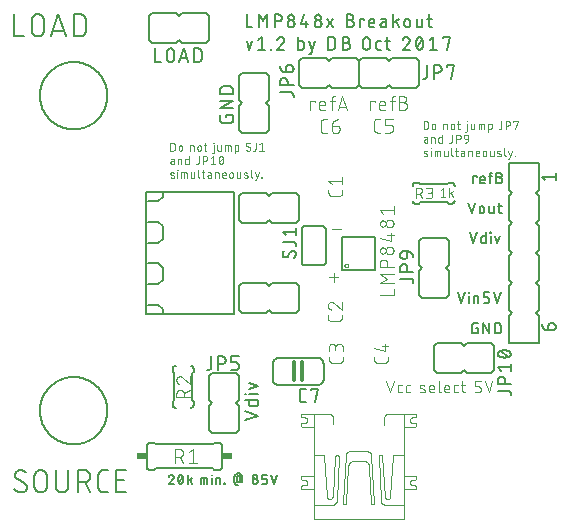
<source format=gto>
G75*
%MOIN*%
%OFA0B0*%
%FSLAX25Y25*%
%IPPOS*%
%LPD*%
%AMOC8*
5,1,8,0,0,1.08239X$1,22.5*
%
%ADD10C,0.00400*%
%ADD11C,0.00500*%
%ADD12C,0.00600*%
%ADD13C,0.00300*%
%ADD14C,0.00800*%
%ADD15R,0.03400X0.02400*%
%ADD16C,0.01200*%
D10*
X0060895Y0019751D02*
X0060895Y0024351D01*
X0062172Y0024351D01*
X0062242Y0024349D01*
X0062313Y0024343D01*
X0062382Y0024334D01*
X0062451Y0024320D01*
X0062520Y0024303D01*
X0062587Y0024282D01*
X0062653Y0024257D01*
X0062717Y0024229D01*
X0062780Y0024197D01*
X0062841Y0024162D01*
X0062900Y0024123D01*
X0062957Y0024082D01*
X0063011Y0024037D01*
X0063063Y0023989D01*
X0063112Y0023939D01*
X0063159Y0023885D01*
X0063202Y0023830D01*
X0063242Y0023772D01*
X0063279Y0023712D01*
X0063312Y0023650D01*
X0063342Y0023586D01*
X0063369Y0023521D01*
X0063392Y0023455D01*
X0063411Y0023387D01*
X0063426Y0023318D01*
X0063438Y0023249D01*
X0063446Y0023179D01*
X0063450Y0023108D01*
X0063450Y0023038D01*
X0063446Y0022967D01*
X0063438Y0022897D01*
X0063426Y0022828D01*
X0063411Y0022759D01*
X0063392Y0022691D01*
X0063369Y0022625D01*
X0063342Y0022560D01*
X0063312Y0022496D01*
X0063279Y0022434D01*
X0063242Y0022374D01*
X0063202Y0022316D01*
X0063159Y0022261D01*
X0063112Y0022207D01*
X0063063Y0022157D01*
X0063011Y0022109D01*
X0062957Y0022064D01*
X0062900Y0022023D01*
X0062841Y0021984D01*
X0062780Y0021949D01*
X0062717Y0021917D01*
X0062653Y0021889D01*
X0062587Y0021864D01*
X0062520Y0021843D01*
X0062451Y0021826D01*
X0062382Y0021812D01*
X0062313Y0021803D01*
X0062242Y0021797D01*
X0062172Y0021795D01*
X0060895Y0021795D01*
X0062428Y0021795D02*
X0063450Y0019751D01*
X0065366Y0019751D02*
X0067921Y0019751D01*
X0066643Y0019751D02*
X0066643Y0024351D01*
X0065366Y0023329D01*
X0065805Y0041621D02*
X0061205Y0041621D01*
X0061205Y0042899D01*
X0061207Y0042969D01*
X0061213Y0043040D01*
X0061222Y0043109D01*
X0061236Y0043178D01*
X0061253Y0043247D01*
X0061274Y0043314D01*
X0061299Y0043380D01*
X0061327Y0043444D01*
X0061359Y0043507D01*
X0061394Y0043568D01*
X0061433Y0043627D01*
X0061474Y0043684D01*
X0061519Y0043738D01*
X0061567Y0043790D01*
X0061617Y0043839D01*
X0061671Y0043886D01*
X0061726Y0043929D01*
X0061784Y0043969D01*
X0061844Y0044006D01*
X0061906Y0044039D01*
X0061970Y0044069D01*
X0062035Y0044096D01*
X0062101Y0044119D01*
X0062169Y0044138D01*
X0062238Y0044153D01*
X0062307Y0044165D01*
X0062377Y0044173D01*
X0062448Y0044177D01*
X0062518Y0044177D01*
X0062589Y0044173D01*
X0062659Y0044165D01*
X0062728Y0044153D01*
X0062797Y0044138D01*
X0062865Y0044119D01*
X0062931Y0044096D01*
X0062996Y0044069D01*
X0063060Y0044039D01*
X0063122Y0044006D01*
X0063182Y0043969D01*
X0063240Y0043929D01*
X0063295Y0043886D01*
X0063349Y0043839D01*
X0063399Y0043790D01*
X0063447Y0043738D01*
X0063492Y0043684D01*
X0063533Y0043627D01*
X0063572Y0043568D01*
X0063607Y0043507D01*
X0063639Y0043444D01*
X0063667Y0043380D01*
X0063692Y0043314D01*
X0063713Y0043247D01*
X0063730Y0043178D01*
X0063744Y0043109D01*
X0063753Y0043040D01*
X0063759Y0042969D01*
X0063761Y0042899D01*
X0063760Y0042899D02*
X0063760Y0041621D01*
X0063760Y0043155D02*
X0065805Y0044177D01*
X0065805Y0046092D02*
X0065805Y0048648D01*
X0065805Y0046092D02*
X0063249Y0048264D01*
X0061205Y0047498D02*
X0061207Y0047424D01*
X0061212Y0047350D01*
X0061222Y0047276D01*
X0061235Y0047203D01*
X0061251Y0047130D01*
X0061272Y0047059D01*
X0061296Y0046989D01*
X0061323Y0046920D01*
X0061354Y0046852D01*
X0061388Y0046786D01*
X0061425Y0046722D01*
X0061466Y0046660D01*
X0061510Y0046599D01*
X0061556Y0046542D01*
X0061606Y0046486D01*
X0061658Y0046433D01*
X0061713Y0046383D01*
X0061770Y0046336D01*
X0061830Y0046292D01*
X0061892Y0046250D01*
X0061955Y0046212D01*
X0062021Y0046177D01*
X0062088Y0046146D01*
X0062157Y0046118D01*
X0062227Y0046093D01*
X0063249Y0048265D02*
X0063202Y0048312D01*
X0063152Y0048356D01*
X0063100Y0048398D01*
X0063046Y0048437D01*
X0062990Y0048472D01*
X0062932Y0048505D01*
X0062872Y0048535D01*
X0062811Y0048561D01*
X0062748Y0048584D01*
X0062684Y0048603D01*
X0062620Y0048619D01*
X0062554Y0048632D01*
X0062488Y0048641D01*
X0062422Y0048646D01*
X0062355Y0048648D01*
X0062288Y0048646D01*
X0062221Y0048640D01*
X0062155Y0048631D01*
X0062090Y0048617D01*
X0062025Y0048600D01*
X0061962Y0048579D01*
X0061900Y0048554D01*
X0061839Y0048526D01*
X0061780Y0048494D01*
X0061723Y0048459D01*
X0061668Y0048420D01*
X0061616Y0048379D01*
X0061566Y0048334D01*
X0061519Y0048287D01*
X0061474Y0048237D01*
X0061433Y0048185D01*
X0061394Y0048130D01*
X0061359Y0048073D01*
X0061327Y0048014D01*
X0061299Y0047953D01*
X0061274Y0047891D01*
X0061253Y0047828D01*
X0061236Y0047763D01*
X0061222Y0047698D01*
X0061213Y0047632D01*
X0061207Y0047565D01*
X0061205Y0047498D01*
X0103316Y0036248D02*
X0107014Y0036248D01*
X0106958Y0036247D02*
X0111925Y0036247D01*
X0111926Y0036248D02*
X0111998Y0036246D01*
X0112071Y0036241D01*
X0112143Y0036232D01*
X0112215Y0036219D01*
X0112285Y0036202D01*
X0112355Y0036182D01*
X0112424Y0036159D01*
X0112492Y0036132D01*
X0112558Y0036101D01*
X0112622Y0036068D01*
X0112685Y0036031D01*
X0112746Y0035991D01*
X0112804Y0035948D01*
X0112861Y0035902D01*
X0112915Y0035853D01*
X0112966Y0035802D01*
X0113015Y0035748D01*
X0113061Y0035691D01*
X0113104Y0035633D01*
X0113144Y0035572D01*
X0113181Y0035509D01*
X0113214Y0035445D01*
X0113245Y0035379D01*
X0113272Y0035311D01*
X0113295Y0035242D01*
X0113315Y0035172D01*
X0113332Y0035102D01*
X0113345Y0035030D01*
X0113354Y0034958D01*
X0113359Y0034885D01*
X0113361Y0034813D01*
X0113360Y0034812D02*
X0113360Y0032715D01*
X0106958Y0031832D02*
X0103260Y0031832D01*
X0103261Y0031832D02*
X0103213Y0031834D01*
X0103165Y0031839D01*
X0103119Y0031849D01*
X0103073Y0031861D01*
X0103028Y0031878D01*
X0102984Y0031898D01*
X0102943Y0031921D01*
X0102903Y0031948D01*
X0102865Y0031977D01*
X0102830Y0032010D01*
X0102798Y0032045D01*
X0102768Y0032082D01*
X0102742Y0032122D01*
X0102719Y0032164D01*
X0102699Y0032207D01*
X0102682Y0032252D01*
X0102669Y0032298D01*
X0102660Y0032345D01*
X0102655Y0032392D01*
X0102653Y0032440D01*
X0102653Y0032439D01*
X0102654Y0032439D02*
X0102656Y0032488D01*
X0102661Y0032538D01*
X0102671Y0032586D01*
X0102683Y0032634D01*
X0102700Y0032681D01*
X0102720Y0032726D01*
X0102743Y0032770D01*
X0102769Y0032812D01*
X0102798Y0032852D01*
X0102831Y0032889D01*
X0102866Y0032924D01*
X0102903Y0032957D01*
X0102943Y0032986D01*
X0102985Y0033012D01*
X0103029Y0033035D01*
X0103074Y0033055D01*
X0103121Y0033072D01*
X0103169Y0033084D01*
X0103217Y0033094D01*
X0103267Y0033099D01*
X0103316Y0033101D01*
X0103316Y0033102D02*
X0103923Y0033102D01*
X0103981Y0033104D01*
X0104038Y0033110D01*
X0104095Y0033119D01*
X0104152Y0033132D01*
X0104207Y0033149D01*
X0104261Y0033169D01*
X0104314Y0033193D01*
X0104365Y0033220D01*
X0104414Y0033251D01*
X0104461Y0033284D01*
X0104505Y0033321D01*
X0104547Y0033361D01*
X0104587Y0033403D01*
X0104624Y0033447D01*
X0104657Y0033494D01*
X0104688Y0033544D01*
X0104715Y0033594D01*
X0104739Y0033647D01*
X0104759Y0033701D01*
X0104776Y0033756D01*
X0104789Y0033813D01*
X0104798Y0033870D01*
X0104804Y0033927D01*
X0104806Y0033985D01*
X0104806Y0034095D01*
X0104806Y0034096D02*
X0104804Y0034153D01*
X0104798Y0034211D01*
X0104789Y0034268D01*
X0104776Y0034324D01*
X0104759Y0034380D01*
X0104739Y0034434D01*
X0104715Y0034486D01*
X0104688Y0034537D01*
X0104657Y0034586D01*
X0104624Y0034633D01*
X0104587Y0034678D01*
X0104547Y0034720D01*
X0104505Y0034760D01*
X0104460Y0034797D01*
X0104413Y0034830D01*
X0104364Y0034861D01*
X0104313Y0034888D01*
X0104261Y0034912D01*
X0104207Y0034932D01*
X0104151Y0034949D01*
X0104095Y0034962D01*
X0104038Y0034971D01*
X0103980Y0034977D01*
X0103923Y0034979D01*
X0103923Y0034978D02*
X0103260Y0034978D01*
X0103212Y0034980D01*
X0103165Y0034985D01*
X0103118Y0034995D01*
X0103072Y0035008D01*
X0103028Y0035024D01*
X0102984Y0035044D01*
X0102943Y0035067D01*
X0102903Y0035094D01*
X0102866Y0035123D01*
X0102831Y0035156D01*
X0102798Y0035191D01*
X0102769Y0035228D01*
X0102742Y0035268D01*
X0102719Y0035309D01*
X0102699Y0035353D01*
X0102683Y0035397D01*
X0102670Y0035443D01*
X0102660Y0035490D01*
X0102655Y0035537D01*
X0102653Y0035585D01*
X0102654Y0035585D02*
X0102656Y0035634D01*
X0102661Y0035684D01*
X0102671Y0035732D01*
X0102683Y0035780D01*
X0102700Y0035827D01*
X0102720Y0035872D01*
X0102743Y0035916D01*
X0102769Y0035958D01*
X0102798Y0035998D01*
X0102831Y0036035D01*
X0102866Y0036070D01*
X0102903Y0036103D01*
X0102943Y0036132D01*
X0102985Y0036158D01*
X0103029Y0036181D01*
X0103074Y0036201D01*
X0103121Y0036218D01*
X0103169Y0036230D01*
X0103217Y0036240D01*
X0103267Y0036245D01*
X0103316Y0036247D01*
X0106958Y0036247D02*
X0106958Y0001200D01*
X0136928Y0001200D01*
X0136928Y0015439D01*
X0140626Y0015439D01*
X0140674Y0015437D01*
X0140721Y0015432D01*
X0140768Y0015423D01*
X0140814Y0015410D01*
X0140859Y0015393D01*
X0140902Y0015373D01*
X0140944Y0015350D01*
X0140983Y0015324D01*
X0141021Y0015294D01*
X0141056Y0015262D01*
X0141088Y0015227D01*
X0141118Y0015189D01*
X0141144Y0015149D01*
X0141168Y0015108D01*
X0141187Y0015064D01*
X0141204Y0015020D01*
X0141217Y0014974D01*
X0141226Y0014927D01*
X0141231Y0014879D01*
X0141233Y0014832D01*
X0141233Y0014832D01*
X0141231Y0014783D01*
X0141226Y0014733D01*
X0141216Y0014685D01*
X0141204Y0014637D01*
X0141187Y0014590D01*
X0141167Y0014545D01*
X0141144Y0014501D01*
X0141118Y0014459D01*
X0141089Y0014419D01*
X0141056Y0014382D01*
X0141021Y0014347D01*
X0140984Y0014314D01*
X0140944Y0014285D01*
X0140902Y0014259D01*
X0140858Y0014236D01*
X0140813Y0014216D01*
X0140766Y0014199D01*
X0140718Y0014187D01*
X0140670Y0014177D01*
X0140620Y0014172D01*
X0140571Y0014170D01*
X0139964Y0014170D01*
X0139906Y0014168D01*
X0139849Y0014163D01*
X0139792Y0014153D01*
X0139735Y0014140D01*
X0139680Y0014123D01*
X0139626Y0014103D01*
X0139573Y0014079D01*
X0139522Y0014052D01*
X0139473Y0014021D01*
X0139426Y0013988D01*
X0139382Y0013951D01*
X0139339Y0013912D01*
X0139300Y0013869D01*
X0139263Y0013825D01*
X0139230Y0013778D01*
X0139199Y0013729D01*
X0139172Y0013678D01*
X0139148Y0013625D01*
X0139128Y0013571D01*
X0139111Y0013516D01*
X0139098Y0013459D01*
X0139088Y0013402D01*
X0139083Y0013345D01*
X0139081Y0013287D01*
X0139080Y0013287D02*
X0139080Y0013176D01*
X0139081Y0013177D02*
X0139083Y0013119D01*
X0139089Y0013061D01*
X0139098Y0013004D01*
X0139111Y0012948D01*
X0139128Y0012893D01*
X0139148Y0012839D01*
X0139172Y0012786D01*
X0139199Y0012735D01*
X0139230Y0012686D01*
X0139264Y0012639D01*
X0139300Y0012595D01*
X0139340Y0012553D01*
X0139382Y0012513D01*
X0139426Y0012477D01*
X0139473Y0012443D01*
X0139522Y0012412D01*
X0139573Y0012385D01*
X0139626Y0012361D01*
X0139680Y0012341D01*
X0139735Y0012324D01*
X0139791Y0012311D01*
X0139848Y0012302D01*
X0139906Y0012296D01*
X0139964Y0012294D01*
X0139964Y0012293D02*
X0140626Y0012293D01*
X0140674Y0012291D01*
X0140721Y0012286D01*
X0140768Y0012276D01*
X0140814Y0012263D01*
X0140858Y0012247D01*
X0140902Y0012227D01*
X0140943Y0012204D01*
X0140983Y0012177D01*
X0141020Y0012148D01*
X0141055Y0012115D01*
X0141088Y0012080D01*
X0141117Y0012043D01*
X0141144Y0012003D01*
X0141167Y0011962D01*
X0141187Y0011918D01*
X0141203Y0011874D01*
X0141216Y0011828D01*
X0141226Y0011781D01*
X0141231Y0011734D01*
X0141233Y0011686D01*
X0141231Y0011637D01*
X0141226Y0011587D01*
X0141216Y0011539D01*
X0141204Y0011491D01*
X0141187Y0011444D01*
X0141167Y0011399D01*
X0141144Y0011355D01*
X0141118Y0011313D01*
X0141089Y0011273D01*
X0141056Y0011236D01*
X0141021Y0011201D01*
X0140984Y0011168D01*
X0140944Y0011139D01*
X0140902Y0011113D01*
X0140858Y0011090D01*
X0140813Y0011070D01*
X0140766Y0011053D01*
X0140718Y0011041D01*
X0140670Y0011031D01*
X0140620Y0011026D01*
X0140571Y0011024D01*
X0137149Y0011024D01*
X0136707Y0005892D02*
X0130636Y0005892D01*
X0130563Y0005894D01*
X0130491Y0005900D01*
X0130420Y0005909D01*
X0130349Y0005922D01*
X0130279Y0005939D01*
X0130209Y0005960D01*
X0130141Y0005984D01*
X0130075Y0006011D01*
X0130009Y0006042D01*
X0129946Y0006077D01*
X0129884Y0006115D01*
X0129825Y0006156D01*
X0129767Y0006200D01*
X0129713Y0006246D01*
X0129660Y0006296D01*
X0129610Y0006349D01*
X0129564Y0006403D01*
X0129520Y0006461D01*
X0129479Y0006520D01*
X0129441Y0006582D01*
X0129406Y0006645D01*
X0129375Y0006711D01*
X0129348Y0006777D01*
X0129324Y0006845D01*
X0129303Y0006915D01*
X0129286Y0006985D01*
X0129273Y0007056D01*
X0129264Y0007127D01*
X0129258Y0007199D01*
X0129256Y0007272D01*
X0129256Y0007437D01*
X0128594Y0021898D01*
X0128593Y0021946D01*
X0128597Y0021993D01*
X0128605Y0022040D01*
X0128616Y0022087D01*
X0128632Y0022132D01*
X0128651Y0022176D01*
X0128673Y0022218D01*
X0128699Y0022259D01*
X0128729Y0022297D01*
X0128761Y0022332D01*
X0128796Y0022365D01*
X0128833Y0022394D01*
X0128873Y0022421D01*
X0128915Y0022444D01*
X0128959Y0022463D01*
X0129004Y0022479D01*
X0129051Y0022491D01*
X0129098Y0022499D01*
X0129145Y0022503D01*
X0129193Y0022504D01*
X0129241Y0022500D01*
X0129288Y0022492D01*
X0129335Y0022481D01*
X0129380Y0022466D01*
X0129424Y0022447D01*
X0129466Y0022424D01*
X0129507Y0022398D01*
X0129545Y0022369D01*
X0129580Y0022337D01*
X0129613Y0022302D01*
X0129643Y0022265D01*
X0129669Y0022225D01*
X0129692Y0022183D01*
X0129712Y0022139D01*
X0129728Y0022094D01*
X0129740Y0022048D01*
X0129748Y0022000D01*
X0129752Y0021953D01*
X0129753Y0021953D02*
X0130636Y0008596D01*
X0130642Y0008535D01*
X0130652Y0008474D01*
X0130666Y0008414D01*
X0130684Y0008354D01*
X0130705Y0008296D01*
X0130730Y0008240D01*
X0130759Y0008185D01*
X0130791Y0008132D01*
X0130826Y0008082D01*
X0130864Y0008033D01*
X0130906Y0007988D01*
X0130950Y0007945D01*
X0130997Y0007905D01*
X0131047Y0007868D01*
X0131098Y0007834D01*
X0131152Y0007803D01*
X0131208Y0007777D01*
X0131265Y0007753D01*
X0131324Y0007734D01*
X0131383Y0007718D01*
X0131444Y0007706D01*
X0131505Y0007698D01*
X0131567Y0007694D01*
X0131629Y0007693D01*
X0131690Y0007697D01*
X0131752Y0007705D01*
X0131812Y0007716D01*
X0131872Y0007732D01*
X0131931Y0007751D01*
X0131988Y0007774D01*
X0132044Y0007800D01*
X0132098Y0007830D01*
X0132150Y0007864D01*
X0132200Y0007900D01*
X0132247Y0007940D01*
X0132291Y0007983D01*
X0132333Y0008028D01*
X0132372Y0008076D01*
X0132408Y0008127D01*
X0132440Y0008179D01*
X0132469Y0008234D01*
X0132495Y0008290D01*
X0132516Y0008348D01*
X0132534Y0008407D01*
X0132549Y0008467D01*
X0132559Y0008528D01*
X0132565Y0008590D01*
X0132568Y0008651D01*
X0133451Y0022063D01*
X0133455Y0022104D01*
X0133463Y0022144D01*
X0133475Y0022183D01*
X0133489Y0022221D01*
X0133507Y0022258D01*
X0133528Y0022293D01*
X0133552Y0022326D01*
X0133579Y0022357D01*
X0133609Y0022385D01*
X0133640Y0022411D01*
X0133674Y0022434D01*
X0133710Y0022454D01*
X0133747Y0022471D01*
X0133785Y0022485D01*
X0133825Y0022495D01*
X0133865Y0022501D01*
X0133906Y0022505D01*
X0133947Y0022504D01*
X0133947Y0022505D02*
X0136707Y0022505D01*
X0136928Y0015439D02*
X0136928Y0036247D01*
X0140626Y0036247D01*
X0140674Y0036245D01*
X0140721Y0036240D01*
X0140768Y0036231D01*
X0140814Y0036218D01*
X0140859Y0036201D01*
X0140902Y0036181D01*
X0140944Y0036158D01*
X0140983Y0036132D01*
X0141021Y0036102D01*
X0141056Y0036070D01*
X0141088Y0036035D01*
X0141118Y0035997D01*
X0141144Y0035957D01*
X0141168Y0035916D01*
X0141187Y0035872D01*
X0141204Y0035828D01*
X0141217Y0035782D01*
X0141226Y0035735D01*
X0141231Y0035687D01*
X0141233Y0035640D01*
X0141233Y0035640D01*
X0141231Y0035591D01*
X0141226Y0035541D01*
X0141216Y0035493D01*
X0141204Y0035445D01*
X0141187Y0035398D01*
X0141167Y0035353D01*
X0141144Y0035309D01*
X0141118Y0035267D01*
X0141089Y0035227D01*
X0141056Y0035190D01*
X0141021Y0035155D01*
X0140984Y0035122D01*
X0140944Y0035093D01*
X0140902Y0035067D01*
X0140858Y0035044D01*
X0140813Y0035024D01*
X0140766Y0035007D01*
X0140718Y0034995D01*
X0140670Y0034985D01*
X0140620Y0034980D01*
X0140571Y0034978D01*
X0139964Y0034978D01*
X0139963Y0034978D02*
X0139905Y0034976D01*
X0139848Y0034971D01*
X0139791Y0034961D01*
X0139734Y0034948D01*
X0139679Y0034931D01*
X0139625Y0034911D01*
X0139572Y0034887D01*
X0139521Y0034860D01*
X0139472Y0034830D01*
X0139425Y0034796D01*
X0139381Y0034759D01*
X0139338Y0034720D01*
X0139299Y0034677D01*
X0139262Y0034633D01*
X0139228Y0034586D01*
X0139198Y0034537D01*
X0139171Y0034486D01*
X0139147Y0034433D01*
X0139127Y0034379D01*
X0139110Y0034324D01*
X0139097Y0034267D01*
X0139087Y0034210D01*
X0139082Y0034153D01*
X0139080Y0034095D01*
X0139080Y0033984D01*
X0139081Y0033984D02*
X0139083Y0033926D01*
X0139089Y0033869D01*
X0139098Y0033812D01*
X0139111Y0033755D01*
X0139128Y0033700D01*
X0139148Y0033646D01*
X0139172Y0033593D01*
X0139199Y0033543D01*
X0139230Y0033493D01*
X0139263Y0033446D01*
X0139300Y0033402D01*
X0139340Y0033360D01*
X0139382Y0033320D01*
X0139426Y0033283D01*
X0139473Y0033250D01*
X0139523Y0033219D01*
X0139573Y0033192D01*
X0139626Y0033168D01*
X0139680Y0033148D01*
X0139735Y0033131D01*
X0139792Y0033118D01*
X0139849Y0033109D01*
X0139906Y0033103D01*
X0139964Y0033101D01*
X0140626Y0033101D01*
X0140674Y0033099D01*
X0140721Y0033094D01*
X0140768Y0033084D01*
X0140814Y0033071D01*
X0140858Y0033055D01*
X0140902Y0033035D01*
X0140943Y0033012D01*
X0140983Y0032985D01*
X0141020Y0032956D01*
X0141055Y0032923D01*
X0141088Y0032888D01*
X0141117Y0032851D01*
X0141144Y0032811D01*
X0141167Y0032770D01*
X0141187Y0032726D01*
X0141203Y0032682D01*
X0141216Y0032636D01*
X0141226Y0032589D01*
X0141231Y0032542D01*
X0141233Y0032494D01*
X0141231Y0032445D01*
X0141226Y0032395D01*
X0141216Y0032347D01*
X0141204Y0032299D01*
X0141187Y0032252D01*
X0141167Y0032207D01*
X0141144Y0032163D01*
X0141118Y0032121D01*
X0141089Y0032081D01*
X0141056Y0032044D01*
X0141021Y0032009D01*
X0140984Y0031976D01*
X0140944Y0031947D01*
X0140902Y0031921D01*
X0140858Y0031898D01*
X0140813Y0031878D01*
X0140766Y0031861D01*
X0140718Y0031849D01*
X0140670Y0031839D01*
X0140620Y0031834D01*
X0140571Y0031832D01*
X0137149Y0031832D01*
X0131905Y0036248D02*
X0131833Y0036246D01*
X0131761Y0036240D01*
X0131689Y0036231D01*
X0131618Y0036218D01*
X0131548Y0036201D01*
X0131479Y0036181D01*
X0131411Y0036156D01*
X0131344Y0036129D01*
X0131279Y0036098D01*
X0131215Y0036063D01*
X0131153Y0036025D01*
X0131094Y0035984D01*
X0131037Y0035940D01*
X0130982Y0035894D01*
X0130929Y0035844D01*
X0130879Y0035791D01*
X0130833Y0035736D01*
X0130789Y0035679D01*
X0130748Y0035620D01*
X0130710Y0035558D01*
X0130675Y0035494D01*
X0130644Y0035429D01*
X0130617Y0035362D01*
X0130592Y0035294D01*
X0130572Y0035225D01*
X0130555Y0035155D01*
X0130542Y0035084D01*
X0130533Y0035012D01*
X0130527Y0034940D01*
X0130525Y0034868D01*
X0130525Y0034867D02*
X0130525Y0032549D01*
X0131905Y0036247D02*
X0136928Y0036247D01*
X0136347Y0043352D02*
X0135547Y0043352D01*
X0135500Y0043354D01*
X0135453Y0043359D01*
X0135407Y0043369D01*
X0135362Y0043381D01*
X0135317Y0043398D01*
X0135275Y0043417D01*
X0135234Y0043440D01*
X0135194Y0043467D01*
X0135157Y0043496D01*
X0135123Y0043528D01*
X0135091Y0043562D01*
X0135062Y0043599D01*
X0135035Y0043639D01*
X0135012Y0043680D01*
X0134993Y0043722D01*
X0134976Y0043767D01*
X0134964Y0043812D01*
X0134954Y0043858D01*
X0134949Y0043905D01*
X0134947Y0043952D01*
X0134947Y0045152D01*
X0134949Y0045199D01*
X0134954Y0045246D01*
X0134964Y0045292D01*
X0134976Y0045337D01*
X0134993Y0045382D01*
X0135012Y0045424D01*
X0135035Y0045465D01*
X0135062Y0045505D01*
X0135091Y0045542D01*
X0135123Y0045576D01*
X0135157Y0045608D01*
X0135194Y0045637D01*
X0135234Y0045664D01*
X0135275Y0045687D01*
X0135317Y0045706D01*
X0135362Y0045723D01*
X0135407Y0045735D01*
X0135453Y0045745D01*
X0135500Y0045750D01*
X0135547Y0045752D01*
X0136347Y0045752D01*
X0137707Y0045152D02*
X0137707Y0043952D01*
X0137709Y0043905D01*
X0137714Y0043858D01*
X0137724Y0043812D01*
X0137736Y0043767D01*
X0137753Y0043722D01*
X0137772Y0043680D01*
X0137795Y0043639D01*
X0137822Y0043599D01*
X0137851Y0043562D01*
X0137883Y0043528D01*
X0137917Y0043496D01*
X0137954Y0043467D01*
X0137994Y0043440D01*
X0138035Y0043417D01*
X0138077Y0043398D01*
X0138122Y0043381D01*
X0138167Y0043369D01*
X0138213Y0043359D01*
X0138260Y0043354D01*
X0138307Y0043352D01*
X0139107Y0043352D01*
X0137707Y0045152D02*
X0137709Y0045199D01*
X0137714Y0045246D01*
X0137724Y0045292D01*
X0137736Y0045337D01*
X0137753Y0045382D01*
X0137772Y0045424D01*
X0137795Y0045465D01*
X0137822Y0045505D01*
X0137851Y0045542D01*
X0137883Y0045576D01*
X0137917Y0045608D01*
X0137954Y0045637D01*
X0137994Y0045664D01*
X0138035Y0045687D01*
X0138077Y0045706D01*
X0138122Y0045723D01*
X0138167Y0045735D01*
X0138213Y0045745D01*
X0138260Y0045750D01*
X0138307Y0045752D01*
X0139107Y0045752D01*
X0142682Y0044752D02*
X0143682Y0044352D01*
X0143682Y0044353D02*
X0143723Y0044334D01*
X0143762Y0044312D01*
X0143799Y0044287D01*
X0143834Y0044259D01*
X0143866Y0044227D01*
X0143896Y0044193D01*
X0143922Y0044157D01*
X0143945Y0044118D01*
X0143965Y0044078D01*
X0143981Y0044036D01*
X0143994Y0043992D01*
X0144002Y0043948D01*
X0144007Y0043904D01*
X0144008Y0043859D01*
X0144005Y0043814D01*
X0143998Y0043769D01*
X0143987Y0043726D01*
X0143973Y0043683D01*
X0143955Y0043642D01*
X0143933Y0043602D01*
X0143908Y0043565D01*
X0143880Y0043530D01*
X0143849Y0043497D01*
X0143815Y0043467D01*
X0143779Y0043441D01*
X0143741Y0043417D01*
X0143700Y0043397D01*
X0143658Y0043380D01*
X0143615Y0043368D01*
X0143571Y0043359D01*
X0143527Y0043353D01*
X0143482Y0043352D01*
X0143782Y0045552D02*
X0143697Y0045588D01*
X0143610Y0045621D01*
X0143522Y0045650D01*
X0143433Y0045676D01*
X0143343Y0045698D01*
X0143252Y0045716D01*
X0143160Y0045731D01*
X0143068Y0045742D01*
X0142975Y0045749D01*
X0142882Y0045752D01*
X0142882Y0045753D02*
X0142837Y0045752D01*
X0142793Y0045746D01*
X0142749Y0045737D01*
X0142706Y0045725D01*
X0142664Y0045708D01*
X0142623Y0045688D01*
X0142585Y0045664D01*
X0142549Y0045638D01*
X0142515Y0045608D01*
X0142484Y0045575D01*
X0142456Y0045540D01*
X0142431Y0045503D01*
X0142409Y0045463D01*
X0142391Y0045422D01*
X0142377Y0045379D01*
X0142366Y0045336D01*
X0142359Y0045291D01*
X0142356Y0045246D01*
X0142357Y0045201D01*
X0142362Y0045157D01*
X0142370Y0045113D01*
X0142383Y0045069D01*
X0142399Y0045027D01*
X0142419Y0044987D01*
X0142442Y0044948D01*
X0142468Y0044912D01*
X0142498Y0044878D01*
X0142530Y0044846D01*
X0142565Y0044818D01*
X0142602Y0044793D01*
X0142641Y0044771D01*
X0142682Y0044752D01*
X0142382Y0043552D02*
X0142489Y0043516D01*
X0142596Y0043483D01*
X0142705Y0043454D01*
X0142814Y0043429D01*
X0142924Y0043407D01*
X0143035Y0043388D01*
X0143146Y0043374D01*
X0143258Y0043363D01*
X0143370Y0043356D01*
X0143483Y0043352D01*
X0145502Y0043952D02*
X0145502Y0044952D01*
X0145502Y0044552D02*
X0147102Y0044552D01*
X0147102Y0044952D01*
X0147100Y0045008D01*
X0147094Y0045063D01*
X0147085Y0045118D01*
X0147071Y0045173D01*
X0147054Y0045226D01*
X0147033Y0045277D01*
X0147008Y0045328D01*
X0146980Y0045376D01*
X0146949Y0045422D01*
X0146915Y0045466D01*
X0146877Y0045508D01*
X0146837Y0045547D01*
X0146795Y0045582D01*
X0146749Y0045615D01*
X0146702Y0045645D01*
X0146653Y0045671D01*
X0146602Y0045694D01*
X0146549Y0045713D01*
X0146496Y0045728D01*
X0146441Y0045740D01*
X0146386Y0045748D01*
X0146330Y0045752D01*
X0146274Y0045752D01*
X0146218Y0045748D01*
X0146163Y0045740D01*
X0146108Y0045728D01*
X0146055Y0045713D01*
X0146002Y0045694D01*
X0145951Y0045671D01*
X0145902Y0045645D01*
X0145855Y0045615D01*
X0145809Y0045582D01*
X0145767Y0045547D01*
X0145727Y0045508D01*
X0145689Y0045466D01*
X0145655Y0045422D01*
X0145624Y0045376D01*
X0145596Y0045328D01*
X0145571Y0045277D01*
X0145550Y0045226D01*
X0145533Y0045173D01*
X0145519Y0045118D01*
X0145510Y0045063D01*
X0145504Y0045008D01*
X0145502Y0044952D01*
X0145502Y0043952D02*
X0145504Y0043905D01*
X0145509Y0043858D01*
X0145519Y0043812D01*
X0145531Y0043767D01*
X0145548Y0043722D01*
X0145567Y0043680D01*
X0145590Y0043639D01*
X0145617Y0043599D01*
X0145646Y0043562D01*
X0145678Y0043528D01*
X0145712Y0043496D01*
X0145749Y0043467D01*
X0145789Y0043440D01*
X0145830Y0043417D01*
X0145872Y0043398D01*
X0145917Y0043381D01*
X0145962Y0043369D01*
X0146008Y0043359D01*
X0146055Y0043354D01*
X0146102Y0043352D01*
X0147102Y0043352D01*
X0148660Y0043952D02*
X0148660Y0046952D01*
X0150542Y0044952D02*
X0150542Y0043952D01*
X0150544Y0043905D01*
X0150549Y0043858D01*
X0150559Y0043812D01*
X0150571Y0043767D01*
X0150588Y0043722D01*
X0150607Y0043680D01*
X0150630Y0043639D01*
X0150657Y0043599D01*
X0150686Y0043562D01*
X0150718Y0043528D01*
X0150752Y0043496D01*
X0150789Y0043467D01*
X0150829Y0043440D01*
X0150870Y0043417D01*
X0150912Y0043398D01*
X0150957Y0043381D01*
X0151002Y0043369D01*
X0151048Y0043359D01*
X0151095Y0043354D01*
X0151142Y0043352D01*
X0152142Y0043352D01*
X0152142Y0044552D02*
X0150542Y0044552D01*
X0150542Y0044952D02*
X0150544Y0045008D01*
X0150550Y0045063D01*
X0150559Y0045118D01*
X0150573Y0045173D01*
X0150590Y0045226D01*
X0150611Y0045277D01*
X0150636Y0045328D01*
X0150664Y0045376D01*
X0150695Y0045422D01*
X0150729Y0045466D01*
X0150767Y0045508D01*
X0150807Y0045547D01*
X0150849Y0045582D01*
X0150895Y0045615D01*
X0150942Y0045645D01*
X0150991Y0045671D01*
X0151042Y0045694D01*
X0151095Y0045713D01*
X0151148Y0045728D01*
X0151203Y0045740D01*
X0151258Y0045748D01*
X0151314Y0045752D01*
X0151370Y0045752D01*
X0151426Y0045748D01*
X0151481Y0045740D01*
X0151536Y0045728D01*
X0151589Y0045713D01*
X0151642Y0045694D01*
X0151693Y0045671D01*
X0151742Y0045645D01*
X0151789Y0045615D01*
X0151835Y0045582D01*
X0151877Y0045547D01*
X0151917Y0045508D01*
X0151955Y0045466D01*
X0151989Y0045422D01*
X0152020Y0045376D01*
X0152048Y0045328D01*
X0152073Y0045277D01*
X0152094Y0045226D01*
X0152111Y0045173D01*
X0152125Y0045118D01*
X0152134Y0045063D01*
X0152140Y0045008D01*
X0152142Y0044952D01*
X0152142Y0044552D01*
X0153667Y0043952D02*
X0153667Y0045152D01*
X0153669Y0045199D01*
X0153674Y0045246D01*
X0153684Y0045292D01*
X0153696Y0045337D01*
X0153713Y0045382D01*
X0153732Y0045424D01*
X0153755Y0045465D01*
X0153782Y0045505D01*
X0153811Y0045542D01*
X0153843Y0045576D01*
X0153877Y0045608D01*
X0153914Y0045637D01*
X0153954Y0045664D01*
X0153995Y0045687D01*
X0154037Y0045706D01*
X0154082Y0045723D01*
X0154127Y0045735D01*
X0154173Y0045745D01*
X0154220Y0045750D01*
X0154267Y0045752D01*
X0155067Y0045752D01*
X0156109Y0045752D02*
X0157309Y0045752D01*
X0156509Y0046952D02*
X0156509Y0043952D01*
X0156511Y0043905D01*
X0156516Y0043858D01*
X0156526Y0043812D01*
X0156538Y0043767D01*
X0156555Y0043722D01*
X0156574Y0043680D01*
X0156597Y0043639D01*
X0156624Y0043599D01*
X0156653Y0043562D01*
X0156685Y0043528D01*
X0156719Y0043496D01*
X0156756Y0043467D01*
X0156796Y0043440D01*
X0156837Y0043417D01*
X0156879Y0043398D01*
X0156924Y0043381D01*
X0156969Y0043369D01*
X0157015Y0043359D01*
X0157062Y0043354D01*
X0157109Y0043352D01*
X0157309Y0043352D01*
X0155067Y0043352D02*
X0154267Y0043352D01*
X0154220Y0043354D01*
X0154173Y0043359D01*
X0154127Y0043369D01*
X0154082Y0043381D01*
X0154037Y0043398D01*
X0153995Y0043417D01*
X0153954Y0043440D01*
X0153914Y0043467D01*
X0153877Y0043496D01*
X0153843Y0043528D01*
X0153811Y0043562D01*
X0153782Y0043599D01*
X0153755Y0043639D01*
X0153732Y0043680D01*
X0153713Y0043722D01*
X0153696Y0043767D01*
X0153684Y0043812D01*
X0153674Y0043858D01*
X0153669Y0043905D01*
X0153667Y0043952D01*
X0149260Y0043352D02*
X0149213Y0043354D01*
X0149166Y0043359D01*
X0149120Y0043369D01*
X0149075Y0043381D01*
X0149030Y0043398D01*
X0148988Y0043417D01*
X0148947Y0043440D01*
X0148907Y0043467D01*
X0148870Y0043496D01*
X0148836Y0043528D01*
X0148804Y0043562D01*
X0148775Y0043599D01*
X0148748Y0043639D01*
X0148725Y0043680D01*
X0148706Y0043722D01*
X0148689Y0043767D01*
X0148677Y0043812D01*
X0148667Y0043858D01*
X0148662Y0043905D01*
X0148660Y0043952D01*
X0160662Y0043352D02*
X0161862Y0043352D01*
X0161917Y0043354D01*
X0161971Y0043359D01*
X0162025Y0043369D01*
X0162078Y0043382D01*
X0162130Y0043398D01*
X0162181Y0043418D01*
X0162230Y0043442D01*
X0162278Y0043468D01*
X0162323Y0043498D01*
X0162367Y0043531D01*
X0162408Y0043567D01*
X0162447Y0043606D01*
X0162483Y0043647D01*
X0162516Y0043691D01*
X0162546Y0043736D01*
X0162572Y0043784D01*
X0162596Y0043833D01*
X0162616Y0043884D01*
X0162632Y0043936D01*
X0162645Y0043989D01*
X0162655Y0044043D01*
X0162660Y0044097D01*
X0162662Y0044152D01*
X0162662Y0044552D01*
X0162660Y0044607D01*
X0162655Y0044661D01*
X0162645Y0044715D01*
X0162632Y0044768D01*
X0162616Y0044820D01*
X0162596Y0044871D01*
X0162572Y0044920D01*
X0162546Y0044968D01*
X0162516Y0045013D01*
X0162483Y0045057D01*
X0162447Y0045098D01*
X0162408Y0045137D01*
X0162367Y0045173D01*
X0162323Y0045206D01*
X0162278Y0045236D01*
X0162230Y0045262D01*
X0162181Y0045286D01*
X0162130Y0045306D01*
X0162078Y0045322D01*
X0162025Y0045335D01*
X0161971Y0045345D01*
X0161917Y0045350D01*
X0161862Y0045352D01*
X0160662Y0045352D01*
X0160662Y0046952D01*
X0162662Y0046952D01*
X0164062Y0046952D02*
X0165262Y0043352D01*
X0166462Y0046952D01*
X0133582Y0046952D02*
X0132382Y0043352D01*
X0131182Y0046952D01*
X0130715Y0053213D02*
X0128159Y0053213D01*
X0128097Y0053215D01*
X0128036Y0053220D01*
X0127975Y0053230D01*
X0127914Y0053243D01*
X0127855Y0053259D01*
X0127797Y0053279D01*
X0127740Y0053303D01*
X0127684Y0053330D01*
X0127630Y0053360D01*
X0127578Y0053394D01*
X0127529Y0053430D01*
X0127481Y0053470D01*
X0127436Y0053512D01*
X0127394Y0053557D01*
X0127355Y0053605D01*
X0127318Y0053654D01*
X0127284Y0053706D01*
X0127254Y0053760D01*
X0127227Y0053816D01*
X0127203Y0053873D01*
X0127183Y0053931D01*
X0127167Y0053990D01*
X0127154Y0054051D01*
X0127144Y0054112D01*
X0127139Y0054173D01*
X0127137Y0054235D01*
X0127137Y0055258D01*
X0127137Y0057999D02*
X0130715Y0056976D01*
X0130715Y0059532D01*
X0129693Y0058765D02*
X0131737Y0058765D01*
X0131737Y0055258D02*
X0131737Y0054235D01*
X0131735Y0054173D01*
X0131730Y0054112D01*
X0131720Y0054051D01*
X0131707Y0053990D01*
X0131691Y0053931D01*
X0131671Y0053873D01*
X0131647Y0053816D01*
X0131620Y0053760D01*
X0131590Y0053706D01*
X0131556Y0053654D01*
X0131520Y0053605D01*
X0131480Y0053557D01*
X0131438Y0053512D01*
X0131393Y0053470D01*
X0131345Y0053430D01*
X0131296Y0053394D01*
X0131244Y0053360D01*
X0131190Y0053330D01*
X0131134Y0053303D01*
X0131077Y0053279D01*
X0131019Y0053259D01*
X0130960Y0053243D01*
X0130899Y0053230D01*
X0130838Y0053220D01*
X0130777Y0053215D01*
X0130715Y0053213D01*
X0116737Y0054235D02*
X0116737Y0055258D01*
X0116737Y0054235D02*
X0116735Y0054173D01*
X0116730Y0054112D01*
X0116720Y0054051D01*
X0116707Y0053990D01*
X0116691Y0053931D01*
X0116671Y0053873D01*
X0116647Y0053816D01*
X0116620Y0053760D01*
X0116590Y0053706D01*
X0116556Y0053654D01*
X0116520Y0053605D01*
X0116480Y0053557D01*
X0116438Y0053512D01*
X0116393Y0053470D01*
X0116345Y0053430D01*
X0116296Y0053394D01*
X0116244Y0053360D01*
X0116190Y0053330D01*
X0116134Y0053303D01*
X0116077Y0053279D01*
X0116019Y0053259D01*
X0115960Y0053243D01*
X0115899Y0053230D01*
X0115838Y0053220D01*
X0115777Y0053215D01*
X0115715Y0053213D01*
X0113159Y0053213D01*
X0113097Y0053215D01*
X0113036Y0053220D01*
X0112975Y0053230D01*
X0112914Y0053243D01*
X0112855Y0053259D01*
X0112797Y0053279D01*
X0112740Y0053303D01*
X0112684Y0053330D01*
X0112630Y0053360D01*
X0112578Y0053394D01*
X0112529Y0053430D01*
X0112481Y0053470D01*
X0112436Y0053512D01*
X0112394Y0053557D01*
X0112355Y0053605D01*
X0112318Y0053654D01*
X0112284Y0053706D01*
X0112254Y0053760D01*
X0112227Y0053816D01*
X0112203Y0053873D01*
X0112183Y0053931D01*
X0112167Y0053990D01*
X0112154Y0054051D01*
X0112144Y0054112D01*
X0112139Y0054173D01*
X0112137Y0054235D01*
X0112137Y0055258D01*
X0112137Y0056976D02*
X0112137Y0058510D01*
X0112139Y0058573D01*
X0112145Y0058636D01*
X0112154Y0058698D01*
X0112168Y0058759D01*
X0112185Y0058820D01*
X0112206Y0058879D01*
X0112231Y0058937D01*
X0112259Y0058994D01*
X0112290Y0059048D01*
X0112325Y0059100D01*
X0112363Y0059151D01*
X0112404Y0059199D01*
X0112448Y0059244D01*
X0112494Y0059286D01*
X0112543Y0059326D01*
X0112594Y0059362D01*
X0112648Y0059395D01*
X0112703Y0059425D01*
X0112761Y0059451D01*
X0112819Y0059474D01*
X0112879Y0059493D01*
X0112940Y0059508D01*
X0113002Y0059520D01*
X0113065Y0059528D01*
X0113128Y0059532D01*
X0113190Y0059532D01*
X0113253Y0059528D01*
X0113316Y0059520D01*
X0113378Y0059508D01*
X0113439Y0059493D01*
X0113499Y0059474D01*
X0113557Y0059451D01*
X0113615Y0059425D01*
X0113670Y0059395D01*
X0113724Y0059362D01*
X0113775Y0059326D01*
X0113824Y0059286D01*
X0113870Y0059244D01*
X0113914Y0059199D01*
X0113955Y0059151D01*
X0113993Y0059100D01*
X0114028Y0059048D01*
X0114059Y0058994D01*
X0114087Y0058937D01*
X0114112Y0058879D01*
X0114133Y0058820D01*
X0114150Y0058759D01*
X0114164Y0058698D01*
X0114173Y0058636D01*
X0114179Y0058573D01*
X0114181Y0058510D01*
X0114181Y0057487D01*
X0114181Y0058254D02*
X0114183Y0058324D01*
X0114189Y0058395D01*
X0114198Y0058464D01*
X0114212Y0058533D01*
X0114229Y0058602D01*
X0114250Y0058669D01*
X0114275Y0058735D01*
X0114303Y0058799D01*
X0114335Y0058862D01*
X0114370Y0058923D01*
X0114409Y0058982D01*
X0114450Y0059039D01*
X0114495Y0059093D01*
X0114543Y0059145D01*
X0114593Y0059194D01*
X0114647Y0059241D01*
X0114702Y0059284D01*
X0114760Y0059324D01*
X0114820Y0059361D01*
X0114882Y0059394D01*
X0114946Y0059424D01*
X0115011Y0059451D01*
X0115077Y0059474D01*
X0115145Y0059493D01*
X0115214Y0059508D01*
X0115283Y0059520D01*
X0115353Y0059528D01*
X0115424Y0059532D01*
X0115494Y0059532D01*
X0115565Y0059528D01*
X0115635Y0059520D01*
X0115704Y0059508D01*
X0115773Y0059493D01*
X0115841Y0059474D01*
X0115907Y0059451D01*
X0115972Y0059424D01*
X0116036Y0059394D01*
X0116098Y0059361D01*
X0116158Y0059324D01*
X0116216Y0059284D01*
X0116271Y0059241D01*
X0116325Y0059194D01*
X0116375Y0059145D01*
X0116423Y0059093D01*
X0116468Y0059039D01*
X0116509Y0058982D01*
X0116548Y0058923D01*
X0116583Y0058862D01*
X0116615Y0058799D01*
X0116643Y0058735D01*
X0116668Y0058669D01*
X0116689Y0058602D01*
X0116706Y0058533D01*
X0116720Y0058464D01*
X0116729Y0058395D01*
X0116735Y0058324D01*
X0116737Y0058254D01*
X0116737Y0056976D01*
X0115296Y0067125D02*
X0112740Y0067125D01*
X0112740Y0067126D02*
X0112678Y0067128D01*
X0112617Y0067133D01*
X0112556Y0067143D01*
X0112495Y0067156D01*
X0112436Y0067172D01*
X0112378Y0067192D01*
X0112321Y0067216D01*
X0112265Y0067243D01*
X0112211Y0067273D01*
X0112159Y0067307D01*
X0112110Y0067343D01*
X0112062Y0067383D01*
X0112017Y0067425D01*
X0111975Y0067470D01*
X0111936Y0067518D01*
X0111899Y0067567D01*
X0111865Y0067619D01*
X0111835Y0067673D01*
X0111808Y0067729D01*
X0111784Y0067786D01*
X0111764Y0067844D01*
X0111748Y0067903D01*
X0111735Y0067964D01*
X0111725Y0068025D01*
X0111720Y0068086D01*
X0111718Y0068148D01*
X0111718Y0069170D01*
X0115296Y0067126D02*
X0115358Y0067128D01*
X0115419Y0067133D01*
X0115480Y0067143D01*
X0115541Y0067156D01*
X0115600Y0067172D01*
X0115658Y0067192D01*
X0115715Y0067216D01*
X0115771Y0067243D01*
X0115825Y0067273D01*
X0115877Y0067307D01*
X0115926Y0067343D01*
X0115974Y0067383D01*
X0116019Y0067425D01*
X0116061Y0067470D01*
X0116101Y0067518D01*
X0116137Y0067567D01*
X0116171Y0067619D01*
X0116201Y0067673D01*
X0116228Y0067729D01*
X0116252Y0067786D01*
X0116272Y0067844D01*
X0116288Y0067903D01*
X0116301Y0067964D01*
X0116311Y0068025D01*
X0116316Y0068086D01*
X0116318Y0068148D01*
X0116318Y0069170D01*
X0116318Y0070888D02*
X0116318Y0073444D01*
X0116318Y0070888D02*
X0113763Y0073061D01*
X0111718Y0072294D02*
X0111720Y0072220D01*
X0111725Y0072146D01*
X0111735Y0072072D01*
X0111748Y0071999D01*
X0111764Y0071926D01*
X0111785Y0071855D01*
X0111809Y0071785D01*
X0111836Y0071716D01*
X0111867Y0071648D01*
X0111901Y0071582D01*
X0111938Y0071518D01*
X0111979Y0071456D01*
X0112023Y0071395D01*
X0112069Y0071338D01*
X0112119Y0071282D01*
X0112171Y0071229D01*
X0112226Y0071179D01*
X0112283Y0071132D01*
X0112343Y0071088D01*
X0112405Y0071046D01*
X0112468Y0071008D01*
X0112534Y0070973D01*
X0112601Y0070942D01*
X0112670Y0070914D01*
X0112740Y0070889D01*
X0113762Y0073061D02*
X0113715Y0073108D01*
X0113665Y0073152D01*
X0113613Y0073194D01*
X0113559Y0073233D01*
X0113503Y0073268D01*
X0113445Y0073301D01*
X0113385Y0073331D01*
X0113324Y0073357D01*
X0113261Y0073380D01*
X0113197Y0073399D01*
X0113133Y0073415D01*
X0113067Y0073428D01*
X0113001Y0073437D01*
X0112935Y0073442D01*
X0112868Y0073444D01*
X0112801Y0073442D01*
X0112734Y0073436D01*
X0112668Y0073427D01*
X0112603Y0073413D01*
X0112538Y0073396D01*
X0112475Y0073375D01*
X0112413Y0073350D01*
X0112352Y0073322D01*
X0112293Y0073290D01*
X0112236Y0073255D01*
X0112181Y0073216D01*
X0112129Y0073175D01*
X0112079Y0073130D01*
X0112032Y0073083D01*
X0111987Y0073033D01*
X0111946Y0072981D01*
X0111907Y0072926D01*
X0111872Y0072869D01*
X0111840Y0072810D01*
X0111812Y0072749D01*
X0111787Y0072687D01*
X0111766Y0072624D01*
X0111749Y0072559D01*
X0111735Y0072494D01*
X0111726Y0072428D01*
X0111720Y0072361D01*
X0111718Y0072294D01*
X0113670Y0080187D02*
X0113670Y0083254D01*
X0112137Y0081721D02*
X0115204Y0081721D01*
X0117186Y0085572D02*
X0117188Y0085621D01*
X0117194Y0085670D01*
X0117203Y0085718D01*
X0117217Y0085765D01*
X0117234Y0085811D01*
X0117255Y0085855D01*
X0117279Y0085898D01*
X0117307Y0085939D01*
X0117337Y0085977D01*
X0117371Y0086013D01*
X0117407Y0086046D01*
X0117446Y0086075D01*
X0117487Y0086102D01*
X0117531Y0086126D01*
X0117575Y0086145D01*
X0117622Y0086162D01*
X0117669Y0086174D01*
X0117717Y0086183D01*
X0117766Y0086188D01*
X0117815Y0086189D01*
X0117864Y0086186D01*
X0117913Y0086179D01*
X0117961Y0086169D01*
X0118008Y0086154D01*
X0118053Y0086136D01*
X0118097Y0086114D01*
X0118139Y0086089D01*
X0118179Y0086061D01*
X0118217Y0086029D01*
X0118252Y0085995D01*
X0118284Y0085958D01*
X0118313Y0085919D01*
X0118339Y0085877D01*
X0118362Y0085833D01*
X0118381Y0085788D01*
X0118396Y0085742D01*
X0118408Y0085694D01*
X0118416Y0085645D01*
X0118420Y0085597D01*
X0118420Y0085547D01*
X0118416Y0085499D01*
X0118408Y0085450D01*
X0118396Y0085402D01*
X0118381Y0085356D01*
X0118362Y0085311D01*
X0118339Y0085267D01*
X0118313Y0085225D01*
X0118284Y0085186D01*
X0118252Y0085149D01*
X0118217Y0085115D01*
X0118179Y0085083D01*
X0118139Y0085055D01*
X0118097Y0085030D01*
X0118053Y0085008D01*
X0118008Y0084990D01*
X0117961Y0084975D01*
X0117913Y0084965D01*
X0117864Y0084958D01*
X0117815Y0084955D01*
X0117766Y0084956D01*
X0117717Y0084961D01*
X0117669Y0084970D01*
X0117622Y0084982D01*
X0117575Y0084999D01*
X0117531Y0085018D01*
X0117487Y0085042D01*
X0117446Y0085069D01*
X0117407Y0085098D01*
X0117371Y0085131D01*
X0117337Y0085167D01*
X0117307Y0085205D01*
X0117279Y0085246D01*
X0117255Y0085289D01*
X0117234Y0085333D01*
X0117217Y0085379D01*
X0117203Y0085426D01*
X0117194Y0085474D01*
X0117188Y0085523D01*
X0117186Y0085572D01*
X0129011Y0085036D02*
X0129011Y0086313D01*
X0129011Y0085036D02*
X0133611Y0085036D01*
X0131567Y0085036D02*
X0131567Y0086313D01*
X0131565Y0086383D01*
X0131559Y0086454D01*
X0131550Y0086523D01*
X0131536Y0086592D01*
X0131519Y0086661D01*
X0131498Y0086728D01*
X0131473Y0086794D01*
X0131445Y0086858D01*
X0131413Y0086921D01*
X0131378Y0086982D01*
X0131339Y0087041D01*
X0131298Y0087098D01*
X0131253Y0087152D01*
X0131205Y0087204D01*
X0131155Y0087253D01*
X0131101Y0087300D01*
X0131046Y0087343D01*
X0130988Y0087383D01*
X0130928Y0087420D01*
X0130866Y0087453D01*
X0130802Y0087483D01*
X0130737Y0087510D01*
X0130671Y0087533D01*
X0130603Y0087552D01*
X0130534Y0087567D01*
X0130465Y0087579D01*
X0130395Y0087587D01*
X0130324Y0087591D01*
X0130254Y0087591D01*
X0130183Y0087587D01*
X0130113Y0087579D01*
X0130044Y0087567D01*
X0129975Y0087552D01*
X0129907Y0087533D01*
X0129841Y0087510D01*
X0129776Y0087483D01*
X0129712Y0087453D01*
X0129650Y0087420D01*
X0129590Y0087383D01*
X0129532Y0087343D01*
X0129477Y0087300D01*
X0129423Y0087253D01*
X0129373Y0087204D01*
X0129325Y0087152D01*
X0129280Y0087098D01*
X0129239Y0087041D01*
X0129200Y0086982D01*
X0129165Y0086921D01*
X0129133Y0086858D01*
X0129105Y0086794D01*
X0129080Y0086728D01*
X0129059Y0086661D01*
X0129042Y0086592D01*
X0129028Y0086523D01*
X0129019Y0086454D01*
X0129013Y0086383D01*
X0129011Y0086313D01*
X0129011Y0082680D02*
X0133611Y0082680D01*
X0131567Y0081147D02*
X0129011Y0082680D01*
X0131567Y0081147D02*
X0129011Y0079613D01*
X0133611Y0079613D01*
X0133611Y0077722D02*
X0133611Y0075678D01*
X0129011Y0075678D01*
X0130033Y0089575D02*
X0130096Y0089577D01*
X0130159Y0089583D01*
X0130221Y0089592D01*
X0130282Y0089606D01*
X0130343Y0089623D01*
X0130402Y0089644D01*
X0130460Y0089669D01*
X0130517Y0089697D01*
X0130571Y0089728D01*
X0130623Y0089763D01*
X0130674Y0089801D01*
X0130722Y0089842D01*
X0130767Y0089886D01*
X0130809Y0089932D01*
X0130849Y0089981D01*
X0130885Y0090032D01*
X0130918Y0090086D01*
X0130948Y0090141D01*
X0130974Y0090199D01*
X0130997Y0090257D01*
X0131016Y0090317D01*
X0131031Y0090378D01*
X0131043Y0090440D01*
X0131051Y0090503D01*
X0131055Y0090566D01*
X0131055Y0090628D01*
X0131051Y0090691D01*
X0131043Y0090754D01*
X0131031Y0090816D01*
X0131016Y0090877D01*
X0130997Y0090937D01*
X0130974Y0090995D01*
X0130948Y0091053D01*
X0130918Y0091108D01*
X0130885Y0091162D01*
X0130849Y0091213D01*
X0130809Y0091262D01*
X0130767Y0091308D01*
X0130722Y0091352D01*
X0130674Y0091393D01*
X0130623Y0091431D01*
X0130571Y0091466D01*
X0130517Y0091497D01*
X0130460Y0091525D01*
X0130402Y0091550D01*
X0130343Y0091571D01*
X0130282Y0091588D01*
X0130221Y0091602D01*
X0130159Y0091611D01*
X0130096Y0091617D01*
X0130033Y0091619D01*
X0129970Y0091617D01*
X0129907Y0091611D01*
X0129845Y0091602D01*
X0129784Y0091588D01*
X0129723Y0091571D01*
X0129664Y0091550D01*
X0129606Y0091525D01*
X0129549Y0091497D01*
X0129495Y0091466D01*
X0129443Y0091431D01*
X0129392Y0091393D01*
X0129344Y0091352D01*
X0129299Y0091308D01*
X0129257Y0091262D01*
X0129217Y0091213D01*
X0129181Y0091162D01*
X0129148Y0091108D01*
X0129118Y0091053D01*
X0129092Y0090995D01*
X0129069Y0090937D01*
X0129050Y0090877D01*
X0129035Y0090816D01*
X0129023Y0090754D01*
X0129015Y0090691D01*
X0129011Y0090628D01*
X0129011Y0090566D01*
X0129015Y0090503D01*
X0129023Y0090440D01*
X0129035Y0090378D01*
X0129050Y0090317D01*
X0129069Y0090257D01*
X0129092Y0090199D01*
X0129118Y0090141D01*
X0129148Y0090086D01*
X0129181Y0090032D01*
X0129217Y0089981D01*
X0129257Y0089932D01*
X0129299Y0089886D01*
X0129344Y0089842D01*
X0129392Y0089801D01*
X0129443Y0089763D01*
X0129495Y0089728D01*
X0129549Y0089697D01*
X0129606Y0089669D01*
X0129664Y0089644D01*
X0129723Y0089623D01*
X0129784Y0089606D01*
X0129845Y0089592D01*
X0129907Y0089583D01*
X0129970Y0089577D01*
X0130033Y0089575D01*
X0132333Y0089319D02*
X0132403Y0089321D01*
X0132474Y0089327D01*
X0132543Y0089336D01*
X0132612Y0089350D01*
X0132681Y0089367D01*
X0132748Y0089388D01*
X0132814Y0089413D01*
X0132878Y0089441D01*
X0132941Y0089473D01*
X0133002Y0089508D01*
X0133061Y0089547D01*
X0133118Y0089588D01*
X0133172Y0089633D01*
X0133224Y0089681D01*
X0133273Y0089731D01*
X0133320Y0089785D01*
X0133363Y0089840D01*
X0133403Y0089898D01*
X0133440Y0089958D01*
X0133473Y0090020D01*
X0133503Y0090084D01*
X0133530Y0090149D01*
X0133553Y0090215D01*
X0133572Y0090283D01*
X0133587Y0090352D01*
X0133599Y0090421D01*
X0133607Y0090491D01*
X0133611Y0090562D01*
X0133611Y0090632D01*
X0133607Y0090703D01*
X0133599Y0090773D01*
X0133587Y0090842D01*
X0133572Y0090911D01*
X0133553Y0090979D01*
X0133530Y0091045D01*
X0133503Y0091110D01*
X0133473Y0091174D01*
X0133440Y0091236D01*
X0133403Y0091296D01*
X0133363Y0091354D01*
X0133320Y0091409D01*
X0133273Y0091463D01*
X0133224Y0091513D01*
X0133172Y0091561D01*
X0133118Y0091606D01*
X0133061Y0091647D01*
X0133002Y0091686D01*
X0132941Y0091721D01*
X0132878Y0091753D01*
X0132814Y0091781D01*
X0132748Y0091806D01*
X0132681Y0091827D01*
X0132612Y0091844D01*
X0132543Y0091858D01*
X0132474Y0091867D01*
X0132403Y0091873D01*
X0132333Y0091875D01*
X0132263Y0091873D01*
X0132192Y0091867D01*
X0132123Y0091858D01*
X0132054Y0091844D01*
X0131985Y0091827D01*
X0131918Y0091806D01*
X0131852Y0091781D01*
X0131788Y0091753D01*
X0131725Y0091721D01*
X0131664Y0091686D01*
X0131605Y0091647D01*
X0131548Y0091606D01*
X0131494Y0091561D01*
X0131442Y0091513D01*
X0131393Y0091463D01*
X0131346Y0091409D01*
X0131303Y0091354D01*
X0131263Y0091296D01*
X0131226Y0091236D01*
X0131193Y0091174D01*
X0131163Y0091110D01*
X0131136Y0091045D01*
X0131113Y0090979D01*
X0131094Y0090911D01*
X0131079Y0090842D01*
X0131067Y0090773D01*
X0131059Y0090703D01*
X0131055Y0090632D01*
X0131055Y0090562D01*
X0131059Y0090491D01*
X0131067Y0090421D01*
X0131079Y0090352D01*
X0131094Y0090283D01*
X0131113Y0090215D01*
X0131136Y0090149D01*
X0131163Y0090084D01*
X0131193Y0090020D01*
X0131226Y0089958D01*
X0131263Y0089898D01*
X0131303Y0089840D01*
X0131346Y0089785D01*
X0131393Y0089731D01*
X0131442Y0089681D01*
X0131494Y0089633D01*
X0131548Y0089588D01*
X0131605Y0089547D01*
X0131664Y0089508D01*
X0131725Y0089473D01*
X0131788Y0089441D01*
X0131852Y0089413D01*
X0131918Y0089388D01*
X0131985Y0089367D01*
X0132054Y0089350D01*
X0132123Y0089336D01*
X0132192Y0089327D01*
X0132263Y0089321D01*
X0132333Y0089319D01*
X0132589Y0093819D02*
X0132589Y0096374D01*
X0131567Y0095608D02*
X0133611Y0095608D01*
X0132589Y0093819D02*
X0129011Y0094841D01*
X0130033Y0098575D02*
X0130096Y0098577D01*
X0130159Y0098583D01*
X0130221Y0098592D01*
X0130282Y0098606D01*
X0130343Y0098623D01*
X0130402Y0098644D01*
X0130460Y0098669D01*
X0130517Y0098697D01*
X0130571Y0098728D01*
X0130623Y0098763D01*
X0130674Y0098801D01*
X0130722Y0098842D01*
X0130767Y0098886D01*
X0130809Y0098932D01*
X0130849Y0098981D01*
X0130885Y0099032D01*
X0130918Y0099086D01*
X0130948Y0099141D01*
X0130974Y0099199D01*
X0130997Y0099257D01*
X0131016Y0099317D01*
X0131031Y0099378D01*
X0131043Y0099440D01*
X0131051Y0099503D01*
X0131055Y0099566D01*
X0131055Y0099628D01*
X0131051Y0099691D01*
X0131043Y0099754D01*
X0131031Y0099816D01*
X0131016Y0099877D01*
X0130997Y0099937D01*
X0130974Y0099995D01*
X0130948Y0100053D01*
X0130918Y0100108D01*
X0130885Y0100162D01*
X0130849Y0100213D01*
X0130809Y0100262D01*
X0130767Y0100308D01*
X0130722Y0100352D01*
X0130674Y0100393D01*
X0130623Y0100431D01*
X0130571Y0100466D01*
X0130517Y0100497D01*
X0130460Y0100525D01*
X0130402Y0100550D01*
X0130343Y0100571D01*
X0130282Y0100588D01*
X0130221Y0100602D01*
X0130159Y0100611D01*
X0130096Y0100617D01*
X0130033Y0100619D01*
X0129970Y0100617D01*
X0129907Y0100611D01*
X0129845Y0100602D01*
X0129784Y0100588D01*
X0129723Y0100571D01*
X0129664Y0100550D01*
X0129606Y0100525D01*
X0129549Y0100497D01*
X0129495Y0100466D01*
X0129443Y0100431D01*
X0129392Y0100393D01*
X0129344Y0100352D01*
X0129299Y0100308D01*
X0129257Y0100262D01*
X0129217Y0100213D01*
X0129181Y0100162D01*
X0129148Y0100108D01*
X0129118Y0100053D01*
X0129092Y0099995D01*
X0129069Y0099937D01*
X0129050Y0099877D01*
X0129035Y0099816D01*
X0129023Y0099754D01*
X0129015Y0099691D01*
X0129011Y0099628D01*
X0129011Y0099566D01*
X0129015Y0099503D01*
X0129023Y0099440D01*
X0129035Y0099378D01*
X0129050Y0099317D01*
X0129069Y0099257D01*
X0129092Y0099199D01*
X0129118Y0099141D01*
X0129148Y0099086D01*
X0129181Y0099032D01*
X0129217Y0098981D01*
X0129257Y0098932D01*
X0129299Y0098886D01*
X0129344Y0098842D01*
X0129392Y0098801D01*
X0129443Y0098763D01*
X0129495Y0098728D01*
X0129549Y0098697D01*
X0129606Y0098669D01*
X0129664Y0098644D01*
X0129723Y0098623D01*
X0129784Y0098606D01*
X0129845Y0098592D01*
X0129907Y0098583D01*
X0129970Y0098577D01*
X0130033Y0098575D01*
X0132333Y0098319D02*
X0132403Y0098321D01*
X0132474Y0098327D01*
X0132543Y0098336D01*
X0132612Y0098350D01*
X0132681Y0098367D01*
X0132748Y0098388D01*
X0132814Y0098413D01*
X0132878Y0098441D01*
X0132941Y0098473D01*
X0133002Y0098508D01*
X0133061Y0098547D01*
X0133118Y0098588D01*
X0133172Y0098633D01*
X0133224Y0098681D01*
X0133273Y0098731D01*
X0133320Y0098785D01*
X0133363Y0098840D01*
X0133403Y0098898D01*
X0133440Y0098958D01*
X0133473Y0099020D01*
X0133503Y0099084D01*
X0133530Y0099149D01*
X0133553Y0099215D01*
X0133572Y0099283D01*
X0133587Y0099352D01*
X0133599Y0099421D01*
X0133607Y0099491D01*
X0133611Y0099562D01*
X0133611Y0099632D01*
X0133607Y0099703D01*
X0133599Y0099773D01*
X0133587Y0099842D01*
X0133572Y0099911D01*
X0133553Y0099979D01*
X0133530Y0100045D01*
X0133503Y0100110D01*
X0133473Y0100174D01*
X0133440Y0100236D01*
X0133403Y0100296D01*
X0133363Y0100354D01*
X0133320Y0100409D01*
X0133273Y0100463D01*
X0133224Y0100513D01*
X0133172Y0100561D01*
X0133118Y0100606D01*
X0133061Y0100647D01*
X0133002Y0100686D01*
X0132941Y0100721D01*
X0132878Y0100753D01*
X0132814Y0100781D01*
X0132748Y0100806D01*
X0132681Y0100827D01*
X0132612Y0100844D01*
X0132543Y0100858D01*
X0132474Y0100867D01*
X0132403Y0100873D01*
X0132333Y0100875D01*
X0132263Y0100873D01*
X0132192Y0100867D01*
X0132123Y0100858D01*
X0132054Y0100844D01*
X0131985Y0100827D01*
X0131918Y0100806D01*
X0131852Y0100781D01*
X0131788Y0100753D01*
X0131725Y0100721D01*
X0131664Y0100686D01*
X0131605Y0100647D01*
X0131548Y0100606D01*
X0131494Y0100561D01*
X0131442Y0100513D01*
X0131393Y0100463D01*
X0131346Y0100409D01*
X0131303Y0100354D01*
X0131263Y0100296D01*
X0131226Y0100236D01*
X0131193Y0100174D01*
X0131163Y0100110D01*
X0131136Y0100045D01*
X0131113Y0099979D01*
X0131094Y0099911D01*
X0131079Y0099842D01*
X0131067Y0099773D01*
X0131059Y0099703D01*
X0131055Y0099632D01*
X0131055Y0099562D01*
X0131059Y0099491D01*
X0131067Y0099421D01*
X0131079Y0099352D01*
X0131094Y0099283D01*
X0131113Y0099215D01*
X0131136Y0099149D01*
X0131163Y0099084D01*
X0131193Y0099020D01*
X0131226Y0098958D01*
X0131263Y0098898D01*
X0131303Y0098840D01*
X0131346Y0098785D01*
X0131393Y0098731D01*
X0131442Y0098681D01*
X0131494Y0098633D01*
X0131548Y0098588D01*
X0131605Y0098547D01*
X0131664Y0098508D01*
X0131725Y0098473D01*
X0131788Y0098441D01*
X0131852Y0098413D01*
X0131918Y0098388D01*
X0131985Y0098367D01*
X0132054Y0098350D01*
X0132123Y0098336D01*
X0132192Y0098327D01*
X0132263Y0098321D01*
X0132333Y0098319D01*
X0133611Y0102819D02*
X0133611Y0105374D01*
X0133611Y0104097D02*
X0129011Y0104097D01*
X0130033Y0102819D01*
X0141091Y0107970D02*
X0141091Y0111470D01*
X0142063Y0111470D01*
X0142124Y0111468D01*
X0142185Y0111462D01*
X0142245Y0111453D01*
X0142305Y0111439D01*
X0142363Y0111422D01*
X0142421Y0111402D01*
X0142477Y0111377D01*
X0142531Y0111350D01*
X0142584Y0111319D01*
X0142634Y0111284D01*
X0142683Y0111247D01*
X0142728Y0111207D01*
X0142772Y0111163D01*
X0142812Y0111118D01*
X0142849Y0111069D01*
X0142884Y0111019D01*
X0142915Y0110966D01*
X0142942Y0110912D01*
X0142967Y0110856D01*
X0142987Y0110798D01*
X0143004Y0110740D01*
X0143018Y0110680D01*
X0143027Y0110620D01*
X0143033Y0110559D01*
X0143035Y0110498D01*
X0143033Y0110437D01*
X0143027Y0110376D01*
X0143018Y0110316D01*
X0143004Y0110256D01*
X0142987Y0110198D01*
X0142967Y0110140D01*
X0142942Y0110084D01*
X0142915Y0110030D01*
X0142884Y0109977D01*
X0142849Y0109927D01*
X0142812Y0109878D01*
X0142772Y0109833D01*
X0142728Y0109789D01*
X0142683Y0109749D01*
X0142634Y0109712D01*
X0142584Y0109677D01*
X0142531Y0109646D01*
X0142477Y0109619D01*
X0142421Y0109594D01*
X0142363Y0109574D01*
X0142305Y0109557D01*
X0142245Y0109543D01*
X0142185Y0109534D01*
X0142124Y0109528D01*
X0142063Y0109526D01*
X0141091Y0109526D01*
X0142258Y0109526D02*
X0143036Y0107970D01*
X0144575Y0107970D02*
X0145548Y0107970D01*
X0145609Y0107972D01*
X0145670Y0107978D01*
X0145730Y0107987D01*
X0145790Y0108001D01*
X0145848Y0108018D01*
X0145906Y0108038D01*
X0145962Y0108063D01*
X0146016Y0108090D01*
X0146069Y0108121D01*
X0146119Y0108156D01*
X0146168Y0108193D01*
X0146213Y0108233D01*
X0146257Y0108277D01*
X0146297Y0108322D01*
X0146334Y0108371D01*
X0146369Y0108421D01*
X0146400Y0108474D01*
X0146427Y0108528D01*
X0146452Y0108584D01*
X0146472Y0108642D01*
X0146489Y0108700D01*
X0146503Y0108760D01*
X0146512Y0108820D01*
X0146518Y0108881D01*
X0146520Y0108942D01*
X0146518Y0109003D01*
X0146512Y0109064D01*
X0146503Y0109124D01*
X0146489Y0109184D01*
X0146472Y0109242D01*
X0146452Y0109300D01*
X0146427Y0109356D01*
X0146400Y0109410D01*
X0146369Y0109463D01*
X0146334Y0109513D01*
X0146297Y0109562D01*
X0146257Y0109607D01*
X0146213Y0109651D01*
X0146168Y0109691D01*
X0146119Y0109728D01*
X0146069Y0109763D01*
X0146016Y0109794D01*
X0145962Y0109821D01*
X0145906Y0109846D01*
X0145848Y0109866D01*
X0145790Y0109883D01*
X0145730Y0109897D01*
X0145670Y0109906D01*
X0145609Y0109912D01*
X0145548Y0109914D01*
X0145742Y0109914D02*
X0144964Y0109914D01*
X0145742Y0109914D02*
X0145798Y0109916D01*
X0145853Y0109922D01*
X0145907Y0109932D01*
X0145961Y0109946D01*
X0146014Y0109963D01*
X0146065Y0109984D01*
X0146115Y0110009D01*
X0146163Y0110038D01*
X0146208Y0110069D01*
X0146251Y0110104D01*
X0146292Y0110142D01*
X0146330Y0110183D01*
X0146365Y0110226D01*
X0146396Y0110271D01*
X0146425Y0110319D01*
X0146450Y0110369D01*
X0146471Y0110420D01*
X0146488Y0110473D01*
X0146502Y0110527D01*
X0146512Y0110581D01*
X0146518Y0110636D01*
X0146520Y0110692D01*
X0146518Y0110748D01*
X0146512Y0110803D01*
X0146502Y0110857D01*
X0146488Y0110911D01*
X0146471Y0110964D01*
X0146450Y0111015D01*
X0146425Y0111065D01*
X0146396Y0111113D01*
X0146365Y0111158D01*
X0146330Y0111201D01*
X0146292Y0111242D01*
X0146251Y0111280D01*
X0146208Y0111315D01*
X0146163Y0111346D01*
X0146115Y0111375D01*
X0146065Y0111400D01*
X0146014Y0111421D01*
X0145961Y0111438D01*
X0145907Y0111452D01*
X0145853Y0111462D01*
X0145798Y0111468D01*
X0145742Y0111470D01*
X0144575Y0111470D01*
X0132433Y0129932D02*
X0130900Y0129932D01*
X0129181Y0129932D02*
X0128159Y0129932D01*
X0128097Y0129934D01*
X0128036Y0129939D01*
X0127975Y0129949D01*
X0127914Y0129962D01*
X0127855Y0129978D01*
X0127797Y0129998D01*
X0127740Y0130022D01*
X0127684Y0130049D01*
X0127630Y0130079D01*
X0127578Y0130113D01*
X0127529Y0130149D01*
X0127481Y0130189D01*
X0127436Y0130231D01*
X0127394Y0130276D01*
X0127354Y0130324D01*
X0127318Y0130373D01*
X0127284Y0130425D01*
X0127254Y0130479D01*
X0127227Y0130535D01*
X0127203Y0130592D01*
X0127183Y0130650D01*
X0127167Y0130709D01*
X0127154Y0130770D01*
X0127144Y0130831D01*
X0127139Y0130892D01*
X0127137Y0130954D01*
X0127137Y0133510D01*
X0127139Y0133572D01*
X0127144Y0133633D01*
X0127154Y0133694D01*
X0127167Y0133755D01*
X0127183Y0133814D01*
X0127203Y0133872D01*
X0127227Y0133929D01*
X0127254Y0133985D01*
X0127284Y0134039D01*
X0127318Y0134091D01*
X0127354Y0134140D01*
X0127394Y0134188D01*
X0127436Y0134233D01*
X0127481Y0134275D01*
X0127529Y0134314D01*
X0127578Y0134351D01*
X0127630Y0134385D01*
X0127684Y0134415D01*
X0127740Y0134442D01*
X0127797Y0134466D01*
X0127855Y0134486D01*
X0127914Y0134502D01*
X0127975Y0134515D01*
X0128036Y0134525D01*
X0128097Y0134530D01*
X0128159Y0134532D01*
X0129181Y0134532D01*
X0130900Y0134532D02*
X0130900Y0132487D01*
X0132433Y0132487D01*
X0132495Y0132485D01*
X0132556Y0132480D01*
X0132617Y0132470D01*
X0132678Y0132457D01*
X0132737Y0132441D01*
X0132795Y0132421D01*
X0132852Y0132397D01*
X0132908Y0132370D01*
X0132962Y0132340D01*
X0133014Y0132306D01*
X0133063Y0132270D01*
X0133111Y0132230D01*
X0133156Y0132188D01*
X0133198Y0132143D01*
X0133238Y0132095D01*
X0133274Y0132046D01*
X0133308Y0131994D01*
X0133338Y0131940D01*
X0133365Y0131884D01*
X0133389Y0131827D01*
X0133409Y0131769D01*
X0133425Y0131710D01*
X0133438Y0131649D01*
X0133448Y0131588D01*
X0133453Y0131527D01*
X0133455Y0131465D01*
X0133456Y0131465D02*
X0133456Y0130954D01*
X0133455Y0130954D02*
X0133453Y0130892D01*
X0133448Y0130831D01*
X0133438Y0130770D01*
X0133425Y0130709D01*
X0133409Y0130650D01*
X0133389Y0130592D01*
X0133365Y0130535D01*
X0133338Y0130479D01*
X0133308Y0130425D01*
X0133274Y0130373D01*
X0133238Y0130324D01*
X0133198Y0130276D01*
X0133156Y0130231D01*
X0133111Y0130189D01*
X0133063Y0130149D01*
X0133014Y0130113D01*
X0132962Y0130079D01*
X0132908Y0130049D01*
X0132852Y0130022D01*
X0132795Y0129998D01*
X0132737Y0129978D01*
X0132678Y0129962D01*
X0132617Y0129949D01*
X0132556Y0129939D01*
X0132495Y0129934D01*
X0132433Y0129932D01*
X0133456Y0134532D02*
X0130900Y0134532D01*
X0130835Y0137432D02*
X0129557Y0137432D01*
X0129557Y0137431D02*
X0129502Y0137433D01*
X0129448Y0137439D01*
X0129394Y0137449D01*
X0129341Y0137462D01*
X0129289Y0137479D01*
X0129238Y0137500D01*
X0129189Y0137525D01*
X0129142Y0137553D01*
X0129097Y0137584D01*
X0129055Y0137618D01*
X0129015Y0137656D01*
X0128977Y0137696D01*
X0128943Y0137738D01*
X0128912Y0137783D01*
X0128884Y0137830D01*
X0128859Y0137879D01*
X0128838Y0137930D01*
X0128821Y0137982D01*
X0128808Y0138035D01*
X0128798Y0138089D01*
X0128792Y0138143D01*
X0128790Y0138198D01*
X0128791Y0138198D02*
X0128791Y0139476D01*
X0128791Y0138965D02*
X0130835Y0138965D01*
X0130835Y0139476D01*
X0130833Y0139539D01*
X0130827Y0139602D01*
X0130818Y0139664D01*
X0130804Y0139725D01*
X0130787Y0139786D01*
X0130766Y0139845D01*
X0130741Y0139903D01*
X0130713Y0139960D01*
X0130682Y0140014D01*
X0130647Y0140066D01*
X0130609Y0140117D01*
X0130568Y0140165D01*
X0130524Y0140210D01*
X0130478Y0140252D01*
X0130429Y0140292D01*
X0130378Y0140328D01*
X0130324Y0140361D01*
X0130269Y0140391D01*
X0130211Y0140417D01*
X0130153Y0140440D01*
X0130093Y0140459D01*
X0130032Y0140474D01*
X0129970Y0140486D01*
X0129907Y0140494D01*
X0129844Y0140498D01*
X0129782Y0140498D01*
X0129719Y0140494D01*
X0129656Y0140486D01*
X0129594Y0140474D01*
X0129533Y0140459D01*
X0129473Y0140440D01*
X0129415Y0140417D01*
X0129357Y0140391D01*
X0129302Y0140361D01*
X0129248Y0140328D01*
X0129197Y0140292D01*
X0129148Y0140252D01*
X0129102Y0140210D01*
X0129058Y0140165D01*
X0129017Y0140117D01*
X0128979Y0140066D01*
X0128944Y0140014D01*
X0128913Y0139960D01*
X0128885Y0139903D01*
X0128860Y0139845D01*
X0128839Y0139786D01*
X0128822Y0139725D01*
X0128808Y0139664D01*
X0128799Y0139602D01*
X0128793Y0139539D01*
X0128791Y0139476D01*
X0127350Y0139987D02*
X0127350Y0140498D01*
X0125817Y0140498D01*
X0125817Y0137432D01*
X0132426Y0140498D02*
X0133959Y0140498D01*
X0132937Y0141265D02*
X0132939Y0141320D01*
X0132945Y0141374D01*
X0132955Y0141428D01*
X0132968Y0141481D01*
X0132985Y0141533D01*
X0133006Y0141584D01*
X0133031Y0141633D01*
X0133059Y0141680D01*
X0133090Y0141725D01*
X0133124Y0141767D01*
X0133162Y0141807D01*
X0133202Y0141845D01*
X0133244Y0141879D01*
X0133289Y0141910D01*
X0133336Y0141938D01*
X0133385Y0141963D01*
X0133436Y0141984D01*
X0133488Y0142001D01*
X0133541Y0142014D01*
X0133595Y0142024D01*
X0133649Y0142030D01*
X0133704Y0142032D01*
X0133959Y0142032D01*
X0132937Y0141265D02*
X0132937Y0137432D01*
X0135502Y0137432D02*
X0135502Y0142032D01*
X0136779Y0142032D01*
X0136842Y0142030D01*
X0136905Y0142024D01*
X0136967Y0142015D01*
X0137028Y0142001D01*
X0137089Y0141984D01*
X0137148Y0141963D01*
X0137206Y0141938D01*
X0137263Y0141910D01*
X0137317Y0141879D01*
X0137369Y0141844D01*
X0137420Y0141806D01*
X0137468Y0141765D01*
X0137513Y0141721D01*
X0137555Y0141675D01*
X0137595Y0141626D01*
X0137631Y0141575D01*
X0137664Y0141521D01*
X0137694Y0141466D01*
X0137720Y0141408D01*
X0137743Y0141350D01*
X0137762Y0141290D01*
X0137777Y0141229D01*
X0137789Y0141167D01*
X0137797Y0141104D01*
X0137801Y0141041D01*
X0137801Y0140979D01*
X0137797Y0140916D01*
X0137789Y0140853D01*
X0137777Y0140791D01*
X0137762Y0140730D01*
X0137743Y0140670D01*
X0137720Y0140612D01*
X0137694Y0140554D01*
X0137664Y0140499D01*
X0137631Y0140445D01*
X0137595Y0140394D01*
X0137555Y0140345D01*
X0137513Y0140299D01*
X0137468Y0140255D01*
X0137420Y0140214D01*
X0137369Y0140176D01*
X0137317Y0140141D01*
X0137263Y0140110D01*
X0137206Y0140082D01*
X0137148Y0140057D01*
X0137089Y0140036D01*
X0137028Y0140019D01*
X0136967Y0140005D01*
X0136905Y0139996D01*
X0136842Y0139990D01*
X0136779Y0139988D01*
X0136779Y0139987D02*
X0135502Y0139987D01*
X0136779Y0139988D02*
X0136849Y0139986D01*
X0136920Y0139980D01*
X0136989Y0139971D01*
X0137058Y0139957D01*
X0137127Y0139940D01*
X0137194Y0139919D01*
X0137260Y0139894D01*
X0137324Y0139866D01*
X0137387Y0139834D01*
X0137448Y0139799D01*
X0137507Y0139760D01*
X0137564Y0139719D01*
X0137618Y0139674D01*
X0137670Y0139626D01*
X0137719Y0139576D01*
X0137766Y0139522D01*
X0137809Y0139467D01*
X0137849Y0139409D01*
X0137886Y0139349D01*
X0137919Y0139287D01*
X0137949Y0139223D01*
X0137976Y0139158D01*
X0137999Y0139092D01*
X0138018Y0139024D01*
X0138033Y0138955D01*
X0138045Y0138886D01*
X0138053Y0138816D01*
X0138057Y0138745D01*
X0138057Y0138675D01*
X0138053Y0138604D01*
X0138045Y0138534D01*
X0138033Y0138465D01*
X0138018Y0138396D01*
X0137999Y0138328D01*
X0137976Y0138262D01*
X0137949Y0138197D01*
X0137919Y0138133D01*
X0137886Y0138071D01*
X0137849Y0138011D01*
X0137809Y0137953D01*
X0137766Y0137898D01*
X0137719Y0137844D01*
X0137670Y0137794D01*
X0137618Y0137746D01*
X0137564Y0137701D01*
X0137507Y0137660D01*
X0137448Y0137621D01*
X0137387Y0137586D01*
X0137324Y0137554D01*
X0137260Y0137526D01*
X0137194Y0137501D01*
X0137127Y0137480D01*
X0137058Y0137463D01*
X0136989Y0137449D01*
X0136920Y0137440D01*
X0136849Y0137434D01*
X0136779Y0137432D01*
X0135502Y0137432D01*
X0118077Y0137432D02*
X0116543Y0142032D01*
X0115010Y0137432D01*
X0115393Y0138582D02*
X0117693Y0138582D01*
X0113940Y0140498D02*
X0112407Y0140498D01*
X0112918Y0141265D02*
X0112918Y0137432D01*
X0110816Y0137432D02*
X0109538Y0137432D01*
X0109538Y0137431D02*
X0109483Y0137433D01*
X0109429Y0137439D01*
X0109375Y0137449D01*
X0109322Y0137462D01*
X0109270Y0137479D01*
X0109219Y0137500D01*
X0109170Y0137525D01*
X0109123Y0137553D01*
X0109078Y0137584D01*
X0109036Y0137618D01*
X0108996Y0137656D01*
X0108958Y0137696D01*
X0108924Y0137738D01*
X0108893Y0137783D01*
X0108865Y0137830D01*
X0108840Y0137879D01*
X0108819Y0137930D01*
X0108802Y0137982D01*
X0108789Y0138035D01*
X0108779Y0138089D01*
X0108773Y0138143D01*
X0108771Y0138198D01*
X0108771Y0139476D01*
X0108771Y0138965D02*
X0110816Y0138965D01*
X0110816Y0139476D01*
X0110815Y0139476D02*
X0110813Y0139539D01*
X0110807Y0139602D01*
X0110798Y0139664D01*
X0110784Y0139725D01*
X0110767Y0139786D01*
X0110746Y0139845D01*
X0110721Y0139903D01*
X0110693Y0139960D01*
X0110662Y0140014D01*
X0110627Y0140066D01*
X0110589Y0140117D01*
X0110548Y0140165D01*
X0110504Y0140210D01*
X0110458Y0140252D01*
X0110409Y0140292D01*
X0110358Y0140328D01*
X0110304Y0140361D01*
X0110249Y0140391D01*
X0110191Y0140417D01*
X0110133Y0140440D01*
X0110073Y0140459D01*
X0110012Y0140474D01*
X0109950Y0140486D01*
X0109887Y0140494D01*
X0109824Y0140498D01*
X0109762Y0140498D01*
X0109699Y0140494D01*
X0109636Y0140486D01*
X0109574Y0140474D01*
X0109513Y0140459D01*
X0109453Y0140440D01*
X0109395Y0140417D01*
X0109337Y0140391D01*
X0109282Y0140361D01*
X0109228Y0140328D01*
X0109177Y0140292D01*
X0109128Y0140252D01*
X0109082Y0140210D01*
X0109038Y0140165D01*
X0108997Y0140117D01*
X0108959Y0140066D01*
X0108924Y0140014D01*
X0108893Y0139960D01*
X0108865Y0139903D01*
X0108840Y0139845D01*
X0108819Y0139786D01*
X0108802Y0139725D01*
X0108788Y0139664D01*
X0108779Y0139602D01*
X0108773Y0139539D01*
X0108771Y0139476D01*
X0107331Y0139987D02*
X0107331Y0140498D01*
X0105797Y0140498D01*
X0105797Y0137432D01*
X0110298Y0134283D02*
X0111320Y0134283D01*
X0110298Y0134283D02*
X0110236Y0134281D01*
X0110175Y0134276D01*
X0110114Y0134266D01*
X0110053Y0134253D01*
X0109994Y0134237D01*
X0109936Y0134217D01*
X0109879Y0134193D01*
X0109823Y0134166D01*
X0109769Y0134136D01*
X0109717Y0134102D01*
X0109668Y0134065D01*
X0109620Y0134026D01*
X0109575Y0133984D01*
X0109533Y0133939D01*
X0109493Y0133891D01*
X0109457Y0133842D01*
X0109423Y0133790D01*
X0109393Y0133736D01*
X0109366Y0133680D01*
X0109342Y0133623D01*
X0109322Y0133565D01*
X0109306Y0133506D01*
X0109293Y0133445D01*
X0109283Y0133384D01*
X0109278Y0133323D01*
X0109276Y0133261D01*
X0109276Y0130705D01*
X0109278Y0130643D01*
X0109283Y0130582D01*
X0109293Y0130521D01*
X0109306Y0130460D01*
X0109322Y0130401D01*
X0109342Y0130343D01*
X0109366Y0130286D01*
X0109393Y0130230D01*
X0109423Y0130176D01*
X0109457Y0130124D01*
X0109493Y0130075D01*
X0109533Y0130027D01*
X0109575Y0129982D01*
X0109620Y0129940D01*
X0109668Y0129900D01*
X0109717Y0129864D01*
X0109769Y0129830D01*
X0109823Y0129800D01*
X0109879Y0129773D01*
X0109936Y0129749D01*
X0109994Y0129729D01*
X0110053Y0129713D01*
X0110114Y0129700D01*
X0110175Y0129690D01*
X0110236Y0129685D01*
X0110298Y0129683D01*
X0111320Y0129683D01*
X0113039Y0130961D02*
X0113039Y0132239D01*
X0114572Y0132239D01*
X0113039Y0132239D02*
X0113041Y0132328D01*
X0113047Y0132417D01*
X0113056Y0132506D01*
X0113070Y0132594D01*
X0113087Y0132681D01*
X0113109Y0132768D01*
X0113134Y0132854D01*
X0113162Y0132938D01*
X0113195Y0133021D01*
X0113231Y0133103D01*
X0113270Y0133183D01*
X0113313Y0133261D01*
X0113359Y0133337D01*
X0113409Y0133411D01*
X0113461Y0133483D01*
X0113517Y0133553D01*
X0113576Y0133620D01*
X0113638Y0133684D01*
X0113702Y0133746D01*
X0113769Y0133805D01*
X0113839Y0133861D01*
X0113911Y0133913D01*
X0113985Y0133963D01*
X0114061Y0134009D01*
X0114139Y0134052D01*
X0114219Y0134091D01*
X0114301Y0134127D01*
X0114384Y0134160D01*
X0114468Y0134188D01*
X0114554Y0134213D01*
X0114641Y0134235D01*
X0114728Y0134252D01*
X0114816Y0134266D01*
X0114905Y0134275D01*
X0114994Y0134281D01*
X0115083Y0134283D01*
X0114572Y0132238D02*
X0114634Y0132236D01*
X0114695Y0132231D01*
X0114756Y0132221D01*
X0114817Y0132208D01*
X0114876Y0132192D01*
X0114934Y0132172D01*
X0114991Y0132148D01*
X0115047Y0132121D01*
X0115101Y0132091D01*
X0115153Y0132057D01*
X0115202Y0132021D01*
X0115250Y0131981D01*
X0115295Y0131939D01*
X0115337Y0131894D01*
X0115377Y0131846D01*
X0115413Y0131797D01*
X0115447Y0131745D01*
X0115477Y0131691D01*
X0115504Y0131635D01*
X0115528Y0131578D01*
X0115548Y0131520D01*
X0115564Y0131461D01*
X0115577Y0131400D01*
X0115587Y0131339D01*
X0115592Y0131278D01*
X0115594Y0131216D01*
X0115594Y0130961D01*
X0115595Y0130961D02*
X0115593Y0130891D01*
X0115587Y0130820D01*
X0115578Y0130751D01*
X0115564Y0130682D01*
X0115547Y0130613D01*
X0115526Y0130546D01*
X0115501Y0130480D01*
X0115473Y0130416D01*
X0115441Y0130353D01*
X0115406Y0130292D01*
X0115367Y0130233D01*
X0115326Y0130176D01*
X0115281Y0130122D01*
X0115233Y0130070D01*
X0115183Y0130021D01*
X0115129Y0129974D01*
X0115074Y0129931D01*
X0115016Y0129891D01*
X0114956Y0129854D01*
X0114894Y0129821D01*
X0114830Y0129791D01*
X0114765Y0129764D01*
X0114699Y0129741D01*
X0114631Y0129722D01*
X0114562Y0129707D01*
X0114493Y0129695D01*
X0114423Y0129687D01*
X0114352Y0129683D01*
X0114282Y0129683D01*
X0114211Y0129687D01*
X0114141Y0129695D01*
X0114072Y0129707D01*
X0114003Y0129722D01*
X0113935Y0129741D01*
X0113869Y0129764D01*
X0113804Y0129791D01*
X0113740Y0129821D01*
X0113678Y0129854D01*
X0113618Y0129891D01*
X0113560Y0129931D01*
X0113505Y0129974D01*
X0113451Y0130021D01*
X0113401Y0130070D01*
X0113353Y0130122D01*
X0113308Y0130176D01*
X0113267Y0130233D01*
X0113228Y0130292D01*
X0113193Y0130353D01*
X0113161Y0130416D01*
X0113133Y0130480D01*
X0113108Y0130546D01*
X0113087Y0130613D01*
X0113070Y0130682D01*
X0113056Y0130751D01*
X0113047Y0130820D01*
X0113041Y0130891D01*
X0113039Y0130961D01*
X0112917Y0141265D02*
X0112919Y0141320D01*
X0112925Y0141374D01*
X0112935Y0141428D01*
X0112948Y0141481D01*
X0112965Y0141533D01*
X0112986Y0141584D01*
X0113011Y0141633D01*
X0113039Y0141680D01*
X0113070Y0141725D01*
X0113104Y0141767D01*
X0113142Y0141807D01*
X0113182Y0141845D01*
X0113224Y0141879D01*
X0113269Y0141910D01*
X0113316Y0141938D01*
X0113365Y0141963D01*
X0113416Y0141984D01*
X0113468Y0142001D01*
X0113521Y0142014D01*
X0113575Y0142024D01*
X0113629Y0142030D01*
X0113684Y0142032D01*
X0113940Y0142032D01*
X0116488Y0115165D02*
X0116488Y0112610D01*
X0116488Y0113888D02*
X0111888Y0113888D01*
X0112910Y0112610D01*
X0111888Y0110891D02*
X0111888Y0109869D01*
X0111890Y0109807D01*
X0111895Y0109746D01*
X0111905Y0109685D01*
X0111918Y0109624D01*
X0111934Y0109565D01*
X0111954Y0109507D01*
X0111978Y0109450D01*
X0112005Y0109394D01*
X0112035Y0109340D01*
X0112069Y0109288D01*
X0112106Y0109239D01*
X0112145Y0109191D01*
X0112187Y0109146D01*
X0112232Y0109104D01*
X0112280Y0109064D01*
X0112329Y0109028D01*
X0112381Y0108994D01*
X0112435Y0108964D01*
X0112491Y0108937D01*
X0112548Y0108913D01*
X0112606Y0108893D01*
X0112665Y0108877D01*
X0112726Y0108864D01*
X0112787Y0108854D01*
X0112848Y0108849D01*
X0112910Y0108847D01*
X0115466Y0108847D01*
X0115528Y0108849D01*
X0115589Y0108854D01*
X0115650Y0108864D01*
X0115711Y0108877D01*
X0115770Y0108893D01*
X0115828Y0108913D01*
X0115885Y0108937D01*
X0115941Y0108964D01*
X0115995Y0108994D01*
X0116047Y0109028D01*
X0116096Y0109064D01*
X0116144Y0109104D01*
X0116189Y0109146D01*
X0116231Y0109191D01*
X0116271Y0109239D01*
X0116307Y0109288D01*
X0116341Y0109340D01*
X0116371Y0109394D01*
X0116398Y0109450D01*
X0116422Y0109507D01*
X0116442Y0109565D01*
X0116458Y0109624D01*
X0116471Y0109685D01*
X0116481Y0109746D01*
X0116486Y0109807D01*
X0116488Y0109869D01*
X0116488Y0110891D01*
X0116204Y0097721D02*
X0113137Y0097721D01*
X0118990Y0023663D02*
X0124786Y0023663D01*
X0124861Y0023661D01*
X0124936Y0023655D01*
X0125010Y0023645D01*
X0125084Y0023632D01*
X0125157Y0023614D01*
X0125229Y0023593D01*
X0125300Y0023568D01*
X0125370Y0023539D01*
X0125437Y0023507D01*
X0125504Y0023471D01*
X0125568Y0023431D01*
X0125629Y0023389D01*
X0125689Y0023343D01*
X0125746Y0023294D01*
X0125801Y0023243D01*
X0125852Y0023188D01*
X0125901Y0023131D01*
X0125947Y0023071D01*
X0125989Y0023010D01*
X0126029Y0022946D01*
X0126065Y0022879D01*
X0126097Y0022812D01*
X0126126Y0022742D01*
X0126151Y0022671D01*
X0126172Y0022599D01*
X0126190Y0022526D01*
X0126203Y0022452D01*
X0126213Y0022378D01*
X0126219Y0022303D01*
X0126221Y0022228D01*
X0127048Y0006498D01*
X0127047Y0006498D02*
X0127043Y0006452D01*
X0127035Y0006406D01*
X0127023Y0006361D01*
X0127008Y0006317D01*
X0126988Y0006274D01*
X0126965Y0006233D01*
X0126939Y0006195D01*
X0126910Y0006158D01*
X0126877Y0006125D01*
X0126842Y0006094D01*
X0126804Y0006066D01*
X0126765Y0006042D01*
X0126723Y0006021D01*
X0126679Y0006003D01*
X0126635Y0005990D01*
X0126589Y0005980D01*
X0126543Y0005974D01*
X0126496Y0005972D01*
X0126449Y0005974D01*
X0126403Y0005980D01*
X0126357Y0005990D01*
X0126313Y0006003D01*
X0126269Y0006021D01*
X0126227Y0006042D01*
X0126188Y0006066D01*
X0126150Y0006094D01*
X0126115Y0006125D01*
X0126082Y0006158D01*
X0126053Y0006195D01*
X0126027Y0006233D01*
X0126004Y0006274D01*
X0125984Y0006317D01*
X0125969Y0006361D01*
X0125957Y0006406D01*
X0125949Y0006452D01*
X0125945Y0006498D01*
X0125393Y0018475D01*
X0125393Y0018751D01*
X0125391Y0018830D01*
X0125386Y0018908D01*
X0125376Y0018987D01*
X0125363Y0019064D01*
X0125346Y0019141D01*
X0125326Y0019218D01*
X0125302Y0019293D01*
X0125274Y0019366D01*
X0125243Y0019439D01*
X0125209Y0019510D01*
X0125171Y0019579D01*
X0125130Y0019646D01*
X0125086Y0019712D01*
X0125039Y0019775D01*
X0124989Y0019835D01*
X0124936Y0019894D01*
X0124880Y0019950D01*
X0124821Y0020003D01*
X0124761Y0020053D01*
X0124698Y0020100D01*
X0124632Y0020144D01*
X0124565Y0020185D01*
X0124496Y0020223D01*
X0124425Y0020257D01*
X0124352Y0020288D01*
X0124279Y0020316D01*
X0124204Y0020340D01*
X0124127Y0020360D01*
X0124050Y0020377D01*
X0123973Y0020390D01*
X0123894Y0020400D01*
X0123816Y0020405D01*
X0123737Y0020407D01*
X0120260Y0020407D01*
X0120179Y0020405D01*
X0120097Y0020399D01*
X0120016Y0020390D01*
X0119936Y0020376D01*
X0119857Y0020359D01*
X0119778Y0020338D01*
X0119700Y0020313D01*
X0119624Y0020284D01*
X0119549Y0020252D01*
X0119476Y0020217D01*
X0119405Y0020178D01*
X0119335Y0020135D01*
X0119268Y0020090D01*
X0119202Y0020041D01*
X0119140Y0019989D01*
X0119079Y0019934D01*
X0119022Y0019877D01*
X0118967Y0019816D01*
X0118915Y0019754D01*
X0118866Y0019688D01*
X0118821Y0019621D01*
X0118778Y0019552D01*
X0118739Y0019480D01*
X0118704Y0019407D01*
X0118672Y0019332D01*
X0118643Y0019256D01*
X0118618Y0019178D01*
X0118597Y0019099D01*
X0118580Y0019020D01*
X0118566Y0018940D01*
X0118557Y0018859D01*
X0118551Y0018777D01*
X0118549Y0018696D01*
X0117886Y0006443D01*
X0117882Y0006399D01*
X0117874Y0006355D01*
X0117862Y0006312D01*
X0117847Y0006270D01*
X0117828Y0006230D01*
X0117806Y0006191D01*
X0117781Y0006155D01*
X0117753Y0006120D01*
X0117721Y0006088D01*
X0117688Y0006059D01*
X0117652Y0006033D01*
X0117613Y0006010D01*
X0117573Y0005990D01*
X0117532Y0005974D01*
X0117489Y0005962D01*
X0117446Y0005953D01*
X0117401Y0005947D01*
X0117357Y0005946D01*
X0117312Y0005948D01*
X0117268Y0005954D01*
X0117225Y0005964D01*
X0117182Y0005978D01*
X0117141Y0005995D01*
X0117101Y0006015D01*
X0117064Y0006039D01*
X0117028Y0006066D01*
X0116995Y0006096D01*
X0116964Y0006128D01*
X0116937Y0006163D01*
X0116912Y0006200D01*
X0116891Y0006239D01*
X0116873Y0006280D01*
X0116858Y0006322D01*
X0116848Y0006366D01*
X0116841Y0006410D01*
X0116837Y0006454D01*
X0116838Y0006499D01*
X0116838Y0006498D02*
X0117666Y0022339D01*
X0117666Y0022338D02*
X0117668Y0022410D01*
X0117674Y0022482D01*
X0117684Y0022553D01*
X0117697Y0022623D01*
X0117714Y0022693D01*
X0117735Y0022761D01*
X0117760Y0022829D01*
X0117789Y0022895D01*
X0117820Y0022959D01*
X0117856Y0023021D01*
X0117894Y0023082D01*
X0117936Y0023140D01*
X0117981Y0023196D01*
X0118029Y0023249D01*
X0118080Y0023300D01*
X0118133Y0023348D01*
X0118189Y0023393D01*
X0118247Y0023435D01*
X0118308Y0023473D01*
X0118370Y0023509D01*
X0118434Y0023540D01*
X0118500Y0023569D01*
X0118568Y0023594D01*
X0118636Y0023615D01*
X0118706Y0023632D01*
X0118776Y0023645D01*
X0118847Y0023655D01*
X0118919Y0023661D01*
X0118991Y0023663D01*
X0115292Y0021897D02*
X0114630Y0007437D01*
X0114630Y0007271D01*
X0114631Y0007271D02*
X0114629Y0007199D01*
X0114623Y0007127D01*
X0114614Y0007055D01*
X0114601Y0006984D01*
X0114584Y0006914D01*
X0114564Y0006845D01*
X0114539Y0006777D01*
X0114512Y0006710D01*
X0114481Y0006645D01*
X0114446Y0006581D01*
X0114408Y0006519D01*
X0114367Y0006460D01*
X0114323Y0006403D01*
X0114277Y0006348D01*
X0114227Y0006295D01*
X0114174Y0006245D01*
X0114119Y0006199D01*
X0114062Y0006155D01*
X0114003Y0006114D01*
X0113941Y0006076D01*
X0113877Y0006041D01*
X0113812Y0006010D01*
X0113745Y0005983D01*
X0113677Y0005958D01*
X0113608Y0005938D01*
X0113538Y0005921D01*
X0113467Y0005908D01*
X0113395Y0005899D01*
X0113323Y0005893D01*
X0113251Y0005891D01*
X0113250Y0005891D02*
X0107179Y0005891D01*
X0111318Y0008651D02*
X0110435Y0022063D01*
X0110435Y0022062D02*
X0110431Y0022103D01*
X0110423Y0022143D01*
X0110411Y0022182D01*
X0110397Y0022220D01*
X0110379Y0022257D01*
X0110358Y0022292D01*
X0110334Y0022325D01*
X0110307Y0022356D01*
X0110277Y0022384D01*
X0110246Y0022410D01*
X0110212Y0022433D01*
X0110176Y0022453D01*
X0110139Y0022470D01*
X0110101Y0022484D01*
X0110061Y0022494D01*
X0110021Y0022500D01*
X0109980Y0022504D01*
X0109939Y0022503D01*
X0109939Y0022504D02*
X0107179Y0022504D01*
X0114133Y0021952D02*
X0113250Y0008596D01*
X0113250Y0008595D02*
X0113244Y0008534D01*
X0113234Y0008473D01*
X0113220Y0008413D01*
X0113202Y0008353D01*
X0113181Y0008295D01*
X0113156Y0008239D01*
X0113127Y0008184D01*
X0113095Y0008131D01*
X0113060Y0008081D01*
X0113022Y0008032D01*
X0112980Y0007987D01*
X0112936Y0007944D01*
X0112889Y0007904D01*
X0112839Y0007867D01*
X0112788Y0007833D01*
X0112734Y0007802D01*
X0112678Y0007776D01*
X0112621Y0007752D01*
X0112562Y0007733D01*
X0112503Y0007717D01*
X0112442Y0007705D01*
X0112381Y0007697D01*
X0112319Y0007693D01*
X0112257Y0007692D01*
X0112196Y0007696D01*
X0112134Y0007704D01*
X0112074Y0007715D01*
X0112014Y0007731D01*
X0111955Y0007750D01*
X0111898Y0007773D01*
X0111842Y0007799D01*
X0111788Y0007829D01*
X0111736Y0007863D01*
X0111686Y0007899D01*
X0111639Y0007939D01*
X0111595Y0007982D01*
X0111553Y0008027D01*
X0111514Y0008075D01*
X0111478Y0008126D01*
X0111446Y0008178D01*
X0111417Y0008233D01*
X0111391Y0008289D01*
X0111370Y0008347D01*
X0111352Y0008406D01*
X0111337Y0008466D01*
X0111327Y0008527D01*
X0111321Y0008589D01*
X0111318Y0008650D01*
X0106958Y0011024D02*
X0103260Y0011024D01*
X0103260Y0011025D02*
X0103212Y0011027D01*
X0103165Y0011032D01*
X0103118Y0011041D01*
X0103072Y0011054D01*
X0103027Y0011071D01*
X0102984Y0011091D01*
X0102942Y0011114D01*
X0102903Y0011140D01*
X0102865Y0011170D01*
X0102830Y0011202D01*
X0102798Y0011237D01*
X0102768Y0011275D01*
X0102742Y0011315D01*
X0102718Y0011356D01*
X0102699Y0011400D01*
X0102682Y0011444D01*
X0102669Y0011490D01*
X0102660Y0011537D01*
X0102655Y0011585D01*
X0102653Y0011632D01*
X0102653Y0011631D01*
X0102654Y0011631D02*
X0102656Y0011680D01*
X0102661Y0011730D01*
X0102671Y0011778D01*
X0102683Y0011826D01*
X0102700Y0011873D01*
X0102720Y0011918D01*
X0102743Y0011962D01*
X0102769Y0012004D01*
X0102798Y0012044D01*
X0102831Y0012081D01*
X0102866Y0012116D01*
X0102903Y0012149D01*
X0102943Y0012178D01*
X0102985Y0012204D01*
X0103029Y0012227D01*
X0103074Y0012247D01*
X0103121Y0012264D01*
X0103169Y0012276D01*
X0103217Y0012286D01*
X0103267Y0012291D01*
X0103316Y0012293D01*
X0103316Y0012294D02*
X0103923Y0012294D01*
X0103923Y0012293D02*
X0103980Y0012295D01*
X0104038Y0012301D01*
X0104095Y0012310D01*
X0104151Y0012323D01*
X0104207Y0012340D01*
X0104261Y0012360D01*
X0104313Y0012384D01*
X0104364Y0012411D01*
X0104413Y0012442D01*
X0104460Y0012475D01*
X0104505Y0012512D01*
X0104547Y0012552D01*
X0104587Y0012594D01*
X0104624Y0012639D01*
X0104657Y0012686D01*
X0104688Y0012735D01*
X0104715Y0012786D01*
X0104739Y0012838D01*
X0104759Y0012892D01*
X0104776Y0012948D01*
X0104789Y0013004D01*
X0104798Y0013061D01*
X0104804Y0013119D01*
X0104806Y0013176D01*
X0104806Y0013177D02*
X0104806Y0013287D01*
X0104805Y0013287D02*
X0104803Y0013345D01*
X0104798Y0013402D01*
X0104788Y0013459D01*
X0104775Y0013516D01*
X0104758Y0013571D01*
X0104738Y0013625D01*
X0104714Y0013678D01*
X0104687Y0013729D01*
X0104656Y0013778D01*
X0104623Y0013825D01*
X0104586Y0013869D01*
X0104547Y0013912D01*
X0104504Y0013951D01*
X0104460Y0013988D01*
X0104413Y0014021D01*
X0104364Y0014052D01*
X0104313Y0014079D01*
X0104260Y0014103D01*
X0104206Y0014123D01*
X0104151Y0014140D01*
X0104094Y0014153D01*
X0104037Y0014163D01*
X0103980Y0014168D01*
X0103922Y0014170D01*
X0103923Y0014170D02*
X0103260Y0014170D01*
X0103260Y0014171D02*
X0103212Y0014173D01*
X0103165Y0014178D01*
X0103118Y0014188D01*
X0103072Y0014201D01*
X0103028Y0014217D01*
X0102984Y0014237D01*
X0102943Y0014260D01*
X0102903Y0014287D01*
X0102866Y0014316D01*
X0102831Y0014349D01*
X0102798Y0014384D01*
X0102769Y0014421D01*
X0102742Y0014461D01*
X0102719Y0014502D01*
X0102699Y0014546D01*
X0102683Y0014590D01*
X0102670Y0014636D01*
X0102660Y0014683D01*
X0102655Y0014730D01*
X0102653Y0014778D01*
X0102654Y0014778D02*
X0102656Y0014827D01*
X0102661Y0014877D01*
X0102671Y0014925D01*
X0102683Y0014973D01*
X0102700Y0015020D01*
X0102720Y0015065D01*
X0102743Y0015109D01*
X0102769Y0015151D01*
X0102798Y0015191D01*
X0102831Y0015228D01*
X0102866Y0015263D01*
X0102903Y0015296D01*
X0102943Y0015325D01*
X0102985Y0015351D01*
X0103029Y0015374D01*
X0103074Y0015394D01*
X0103121Y0015411D01*
X0103169Y0015423D01*
X0103217Y0015433D01*
X0103267Y0015438D01*
X0103316Y0015440D01*
X0106738Y0015440D01*
X0114134Y0021953D02*
X0114138Y0022000D01*
X0114146Y0022048D01*
X0114158Y0022094D01*
X0114174Y0022139D01*
X0114194Y0022183D01*
X0114217Y0022225D01*
X0114243Y0022265D01*
X0114273Y0022302D01*
X0114306Y0022337D01*
X0114341Y0022369D01*
X0114379Y0022398D01*
X0114420Y0022424D01*
X0114462Y0022447D01*
X0114506Y0022466D01*
X0114551Y0022481D01*
X0114598Y0022492D01*
X0114645Y0022500D01*
X0114693Y0022504D01*
X0114741Y0022503D01*
X0114788Y0022499D01*
X0114835Y0022491D01*
X0114882Y0022479D01*
X0114927Y0022463D01*
X0114971Y0022444D01*
X0115013Y0022421D01*
X0115053Y0022394D01*
X0115090Y0022365D01*
X0115125Y0022332D01*
X0115157Y0022297D01*
X0115187Y0022259D01*
X0115213Y0022218D01*
X0115235Y0022176D01*
X0115254Y0022132D01*
X0115270Y0022087D01*
X0115281Y0022040D01*
X0115289Y0021993D01*
X0115293Y0021946D01*
X0115292Y0021898D01*
D11*
X0094754Y0015902D02*
X0093754Y0012902D01*
X0092754Y0015902D01*
X0091437Y0015902D02*
X0089771Y0015902D01*
X0089771Y0014569D01*
X0090771Y0014569D01*
X0090821Y0014567D01*
X0090870Y0014562D01*
X0090919Y0014552D01*
X0090968Y0014539D01*
X0091015Y0014523D01*
X0091060Y0014503D01*
X0091105Y0014480D01*
X0091147Y0014453D01*
X0091187Y0014423D01*
X0091225Y0014391D01*
X0091260Y0014356D01*
X0091292Y0014318D01*
X0091322Y0014278D01*
X0091349Y0014236D01*
X0091372Y0014191D01*
X0091392Y0014146D01*
X0091408Y0014099D01*
X0091421Y0014050D01*
X0091431Y0014001D01*
X0091436Y0013952D01*
X0091438Y0013902D01*
X0091437Y0013902D02*
X0091437Y0013569D01*
X0091438Y0013569D02*
X0091436Y0013519D01*
X0091431Y0013470D01*
X0091421Y0013421D01*
X0091408Y0013372D01*
X0091392Y0013325D01*
X0091372Y0013280D01*
X0091349Y0013236D01*
X0091322Y0013193D01*
X0091292Y0013153D01*
X0091260Y0013115D01*
X0091225Y0013080D01*
X0091187Y0013048D01*
X0091147Y0013018D01*
X0091105Y0012991D01*
X0091060Y0012968D01*
X0091015Y0012948D01*
X0090968Y0012932D01*
X0090919Y0012919D01*
X0090870Y0012909D01*
X0090821Y0012904D01*
X0090771Y0012902D01*
X0089771Y0012902D01*
X0088287Y0013735D02*
X0088285Y0013678D01*
X0088279Y0013622D01*
X0088270Y0013566D01*
X0088256Y0013510D01*
X0088239Y0013456D01*
X0088218Y0013403D01*
X0088194Y0013352D01*
X0088166Y0013302D01*
X0088135Y0013255D01*
X0088100Y0013209D01*
X0088063Y0013166D01*
X0088023Y0013126D01*
X0087980Y0013089D01*
X0087934Y0013054D01*
X0087887Y0013023D01*
X0087837Y0012995D01*
X0087786Y0012971D01*
X0087733Y0012950D01*
X0087679Y0012933D01*
X0087623Y0012919D01*
X0087567Y0012910D01*
X0087511Y0012904D01*
X0087454Y0012902D01*
X0087397Y0012904D01*
X0087341Y0012910D01*
X0087285Y0012919D01*
X0087229Y0012933D01*
X0087175Y0012950D01*
X0087122Y0012971D01*
X0087071Y0012995D01*
X0087021Y0013023D01*
X0086974Y0013054D01*
X0086928Y0013089D01*
X0086885Y0013126D01*
X0086845Y0013166D01*
X0086808Y0013209D01*
X0086773Y0013255D01*
X0086742Y0013302D01*
X0086714Y0013352D01*
X0086690Y0013403D01*
X0086669Y0013456D01*
X0086652Y0013510D01*
X0086638Y0013566D01*
X0086629Y0013622D01*
X0086623Y0013678D01*
X0086621Y0013735D01*
X0086623Y0013792D01*
X0086629Y0013848D01*
X0086638Y0013904D01*
X0086652Y0013960D01*
X0086669Y0014014D01*
X0086690Y0014067D01*
X0086714Y0014118D01*
X0086742Y0014168D01*
X0086773Y0014215D01*
X0086808Y0014261D01*
X0086845Y0014304D01*
X0086885Y0014344D01*
X0086928Y0014381D01*
X0086974Y0014416D01*
X0087021Y0014447D01*
X0087071Y0014475D01*
X0087122Y0014499D01*
X0087175Y0014520D01*
X0087229Y0014537D01*
X0087285Y0014551D01*
X0087341Y0014560D01*
X0087397Y0014566D01*
X0087454Y0014568D01*
X0087511Y0014566D01*
X0087567Y0014560D01*
X0087623Y0014551D01*
X0087679Y0014537D01*
X0087733Y0014520D01*
X0087786Y0014499D01*
X0087837Y0014475D01*
X0087887Y0014447D01*
X0087934Y0014416D01*
X0087980Y0014381D01*
X0088023Y0014344D01*
X0088063Y0014304D01*
X0088100Y0014261D01*
X0088135Y0014215D01*
X0088166Y0014168D01*
X0088194Y0014118D01*
X0088218Y0014067D01*
X0088239Y0014014D01*
X0088256Y0013960D01*
X0088270Y0013904D01*
X0088279Y0013848D01*
X0088285Y0013792D01*
X0088287Y0013735D01*
X0088121Y0015235D02*
X0088119Y0015185D01*
X0088114Y0015136D01*
X0088104Y0015087D01*
X0088091Y0015038D01*
X0088075Y0014991D01*
X0088055Y0014946D01*
X0088032Y0014902D01*
X0088005Y0014859D01*
X0087975Y0014819D01*
X0087943Y0014781D01*
X0087908Y0014746D01*
X0087870Y0014714D01*
X0087830Y0014684D01*
X0087788Y0014657D01*
X0087743Y0014634D01*
X0087698Y0014614D01*
X0087651Y0014598D01*
X0087602Y0014585D01*
X0087553Y0014575D01*
X0087504Y0014570D01*
X0087454Y0014568D01*
X0087404Y0014570D01*
X0087355Y0014575D01*
X0087306Y0014585D01*
X0087257Y0014598D01*
X0087210Y0014614D01*
X0087165Y0014634D01*
X0087121Y0014657D01*
X0087078Y0014684D01*
X0087038Y0014714D01*
X0087000Y0014746D01*
X0086965Y0014781D01*
X0086933Y0014819D01*
X0086903Y0014859D01*
X0086876Y0014902D01*
X0086853Y0014946D01*
X0086833Y0014991D01*
X0086817Y0015038D01*
X0086804Y0015087D01*
X0086794Y0015136D01*
X0086789Y0015185D01*
X0086787Y0015235D01*
X0086789Y0015285D01*
X0086794Y0015334D01*
X0086804Y0015383D01*
X0086817Y0015432D01*
X0086833Y0015479D01*
X0086853Y0015524D01*
X0086876Y0015569D01*
X0086903Y0015611D01*
X0086933Y0015651D01*
X0086965Y0015689D01*
X0087000Y0015724D01*
X0087038Y0015756D01*
X0087078Y0015786D01*
X0087121Y0015813D01*
X0087165Y0015836D01*
X0087210Y0015856D01*
X0087257Y0015872D01*
X0087306Y0015885D01*
X0087355Y0015895D01*
X0087404Y0015900D01*
X0087454Y0015902D01*
X0087504Y0015900D01*
X0087553Y0015895D01*
X0087602Y0015885D01*
X0087651Y0015872D01*
X0087698Y0015856D01*
X0087743Y0015836D01*
X0087788Y0015813D01*
X0087830Y0015786D01*
X0087870Y0015756D01*
X0087908Y0015724D01*
X0087943Y0015689D01*
X0087975Y0015651D01*
X0088005Y0015611D01*
X0088032Y0015569D01*
X0088055Y0015524D01*
X0088075Y0015479D01*
X0088091Y0015432D01*
X0088104Y0015383D01*
X0088114Y0015334D01*
X0088119Y0015285D01*
X0088121Y0015235D01*
X0083222Y0015069D02*
X0083222Y0013819D01*
X0083223Y0013819D02*
X0083221Y0013779D01*
X0083215Y0013740D01*
X0083206Y0013702D01*
X0083193Y0013664D01*
X0083177Y0013628D01*
X0083157Y0013594D01*
X0083134Y0013561D01*
X0083108Y0013531D01*
X0083079Y0013504D01*
X0083048Y0013479D01*
X0083015Y0013458D01*
X0082979Y0013440D01*
X0082942Y0013425D01*
X0082904Y0013414D01*
X0082865Y0013406D01*
X0082826Y0013402D01*
X0082786Y0013402D01*
X0082747Y0013406D01*
X0082708Y0013414D01*
X0082670Y0013425D01*
X0082633Y0013440D01*
X0082598Y0013458D01*
X0082564Y0013479D01*
X0082533Y0013504D01*
X0082504Y0013531D01*
X0082478Y0013561D01*
X0082455Y0013594D01*
X0082435Y0013628D01*
X0082419Y0013664D01*
X0082406Y0013702D01*
X0082397Y0013740D01*
X0082391Y0013779D01*
X0082389Y0013819D01*
X0082389Y0015402D01*
X0081889Y0015402D01*
X0083222Y0015069D02*
X0083220Y0015141D01*
X0083214Y0015213D01*
X0083204Y0015285D01*
X0083191Y0015356D01*
X0083173Y0015426D01*
X0083152Y0015495D01*
X0083127Y0015562D01*
X0083099Y0015629D01*
X0083067Y0015693D01*
X0083031Y0015756D01*
X0082992Y0015817D01*
X0082950Y0015876D01*
X0082905Y0015932D01*
X0082857Y0015986D01*
X0082806Y0016037D01*
X0082752Y0016085D01*
X0082696Y0016130D01*
X0082637Y0016172D01*
X0082576Y0016211D01*
X0082513Y0016247D01*
X0082449Y0016279D01*
X0082382Y0016307D01*
X0082315Y0016332D01*
X0082246Y0016353D01*
X0082176Y0016371D01*
X0082105Y0016384D01*
X0082033Y0016394D01*
X0081961Y0016400D01*
X0081889Y0016402D01*
X0081817Y0016400D01*
X0081745Y0016394D01*
X0081673Y0016384D01*
X0081602Y0016371D01*
X0081532Y0016353D01*
X0081463Y0016332D01*
X0081396Y0016307D01*
X0081329Y0016279D01*
X0081265Y0016247D01*
X0081202Y0016211D01*
X0081141Y0016172D01*
X0081082Y0016130D01*
X0081026Y0016085D01*
X0080972Y0016037D01*
X0080921Y0015986D01*
X0080873Y0015932D01*
X0080828Y0015876D01*
X0080786Y0015817D01*
X0080747Y0015756D01*
X0080711Y0015693D01*
X0080679Y0015629D01*
X0080651Y0015562D01*
X0080626Y0015495D01*
X0080605Y0015426D01*
X0080587Y0015356D01*
X0080574Y0015285D01*
X0080564Y0015213D01*
X0080558Y0015141D01*
X0080556Y0015069D01*
X0080556Y0013652D01*
X0081389Y0013902D02*
X0081389Y0014902D01*
X0081391Y0014946D01*
X0081397Y0014989D01*
X0081406Y0015031D01*
X0081419Y0015073D01*
X0081436Y0015113D01*
X0081456Y0015152D01*
X0081479Y0015189D01*
X0081506Y0015223D01*
X0081535Y0015256D01*
X0081568Y0015285D01*
X0081602Y0015312D01*
X0081639Y0015335D01*
X0081678Y0015355D01*
X0081718Y0015372D01*
X0081760Y0015385D01*
X0081802Y0015394D01*
X0081845Y0015400D01*
X0081889Y0015402D01*
X0081389Y0013902D02*
X0081391Y0013858D01*
X0081397Y0013815D01*
X0081406Y0013773D01*
X0081419Y0013731D01*
X0081436Y0013691D01*
X0081456Y0013652D01*
X0081479Y0013615D01*
X0081506Y0013581D01*
X0081535Y0013548D01*
X0081568Y0013519D01*
X0081602Y0013492D01*
X0081639Y0013469D01*
X0081678Y0013449D01*
X0081718Y0013432D01*
X0081760Y0013419D01*
X0081802Y0013410D01*
X0081845Y0013404D01*
X0081889Y0013402D01*
X0081933Y0013404D01*
X0081976Y0013410D01*
X0082018Y0013419D01*
X0082060Y0013432D01*
X0082100Y0013449D01*
X0082139Y0013469D01*
X0082176Y0013492D01*
X0082210Y0013519D01*
X0082243Y0013548D01*
X0082272Y0013581D01*
X0082299Y0013615D01*
X0082322Y0013652D01*
X0082342Y0013691D01*
X0082359Y0013731D01*
X0082372Y0013773D01*
X0082381Y0013815D01*
X0082387Y0013858D01*
X0082389Y0013902D01*
X0081723Y0012402D02*
X0081653Y0012409D01*
X0081584Y0012419D01*
X0081516Y0012434D01*
X0081449Y0012452D01*
X0081383Y0012474D01*
X0081318Y0012499D01*
X0081255Y0012528D01*
X0081193Y0012561D01*
X0081133Y0012597D01*
X0081076Y0012636D01*
X0081020Y0012678D01*
X0080967Y0012724D01*
X0080917Y0012772D01*
X0080870Y0012823D01*
X0080825Y0012876D01*
X0080783Y0012932D01*
X0080745Y0012990D01*
X0080710Y0013051D01*
X0080678Y0013113D01*
X0080650Y0013176D01*
X0080625Y0013242D01*
X0080604Y0013308D01*
X0080587Y0013376D01*
X0080573Y0013444D01*
X0080564Y0013513D01*
X0080558Y0013582D01*
X0080556Y0013652D01*
X0077352Y0013069D02*
X0077352Y0012902D01*
X0077186Y0012902D01*
X0077186Y0013069D01*
X0077352Y0013069D01*
X0075836Y0012902D02*
X0075836Y0014402D01*
X0075834Y0014446D01*
X0075828Y0014489D01*
X0075819Y0014531D01*
X0075806Y0014573D01*
X0075789Y0014613D01*
X0075769Y0014652D01*
X0075746Y0014689D01*
X0075719Y0014723D01*
X0075690Y0014756D01*
X0075657Y0014785D01*
X0075623Y0014812D01*
X0075586Y0014835D01*
X0075547Y0014855D01*
X0075507Y0014872D01*
X0075465Y0014885D01*
X0075423Y0014894D01*
X0075380Y0014900D01*
X0075336Y0014902D01*
X0074502Y0014902D01*
X0074502Y0012902D01*
X0073069Y0012902D02*
X0073069Y0014902D01*
X0073152Y0015735D02*
X0072986Y0015735D01*
X0072986Y0015902D01*
X0073152Y0015902D01*
X0073152Y0015735D01*
X0071549Y0014402D02*
X0071549Y0012902D01*
X0070549Y0012902D02*
X0070549Y0014902D01*
X0071049Y0014902D02*
X0069549Y0014902D01*
X0069549Y0012902D01*
X0071549Y0014402D02*
X0071547Y0014446D01*
X0071541Y0014489D01*
X0071532Y0014531D01*
X0071519Y0014573D01*
X0071502Y0014613D01*
X0071482Y0014652D01*
X0071459Y0014689D01*
X0071432Y0014723D01*
X0071403Y0014756D01*
X0071370Y0014785D01*
X0071336Y0014812D01*
X0071299Y0014835D01*
X0071260Y0014855D01*
X0071220Y0014872D01*
X0071178Y0014885D01*
X0071136Y0014894D01*
X0071093Y0014900D01*
X0071049Y0014902D01*
X0066438Y0014902D02*
X0065104Y0013902D01*
X0065688Y0014319D02*
X0066438Y0012902D01*
X0065104Y0012902D02*
X0065104Y0015902D01*
X0061841Y0014402D02*
X0061843Y0014309D01*
X0061848Y0014215D01*
X0061857Y0014122D01*
X0061869Y0014030D01*
X0061885Y0013938D01*
X0061904Y0013846D01*
X0061927Y0013756D01*
X0061953Y0013666D01*
X0061983Y0013577D01*
X0062016Y0013490D01*
X0062052Y0013404D01*
X0062091Y0013319D01*
X0062007Y0013569D02*
X0063341Y0015235D01*
X0063258Y0015485D02*
X0063240Y0015530D01*
X0063220Y0015573D01*
X0063196Y0015614D01*
X0063169Y0015654D01*
X0063139Y0015691D01*
X0063106Y0015726D01*
X0063070Y0015758D01*
X0063033Y0015787D01*
X0062993Y0015813D01*
X0062951Y0015836D01*
X0062907Y0015856D01*
X0062862Y0015873D01*
X0062816Y0015885D01*
X0062769Y0015895D01*
X0062722Y0015900D01*
X0062674Y0015902D01*
X0062626Y0015900D01*
X0062579Y0015895D01*
X0062532Y0015885D01*
X0062486Y0015873D01*
X0062441Y0015856D01*
X0062397Y0015836D01*
X0062355Y0015813D01*
X0062315Y0015787D01*
X0062278Y0015758D01*
X0062242Y0015726D01*
X0062209Y0015691D01*
X0062179Y0015654D01*
X0062152Y0015614D01*
X0062128Y0015573D01*
X0062108Y0015530D01*
X0062090Y0015485D01*
X0063257Y0015485D02*
X0063296Y0015401D01*
X0063332Y0015314D01*
X0063365Y0015227D01*
X0063395Y0015138D01*
X0063421Y0015048D01*
X0063444Y0014958D01*
X0063463Y0014866D01*
X0063479Y0014774D01*
X0063491Y0014682D01*
X0063500Y0014589D01*
X0063505Y0014495D01*
X0063507Y0014402D01*
X0061841Y0014402D02*
X0061843Y0014495D01*
X0061848Y0014589D01*
X0061857Y0014682D01*
X0061869Y0014774D01*
X0061885Y0014866D01*
X0061904Y0014958D01*
X0061927Y0015048D01*
X0061953Y0015138D01*
X0061983Y0015227D01*
X0062016Y0015314D01*
X0062052Y0015401D01*
X0062091Y0015485D01*
X0063507Y0014402D02*
X0063505Y0014309D01*
X0063500Y0014215D01*
X0063491Y0014122D01*
X0063479Y0014030D01*
X0063463Y0013938D01*
X0063444Y0013846D01*
X0063421Y0013756D01*
X0063395Y0013666D01*
X0063365Y0013577D01*
X0063332Y0013490D01*
X0063296Y0013404D01*
X0063257Y0013319D01*
X0063258Y0013319D02*
X0063240Y0013274D01*
X0063220Y0013231D01*
X0063196Y0013190D01*
X0063169Y0013150D01*
X0063139Y0013113D01*
X0063106Y0013078D01*
X0063070Y0013046D01*
X0063033Y0013017D01*
X0062993Y0012991D01*
X0062951Y0012968D01*
X0062907Y0012948D01*
X0062862Y0012931D01*
X0062816Y0012919D01*
X0062769Y0012909D01*
X0062722Y0012904D01*
X0062674Y0012902D01*
X0062626Y0012904D01*
X0062579Y0012909D01*
X0062532Y0012919D01*
X0062486Y0012931D01*
X0062441Y0012948D01*
X0062397Y0012968D01*
X0062355Y0012991D01*
X0062315Y0013017D01*
X0062278Y0013046D01*
X0062242Y0013078D01*
X0062209Y0013113D01*
X0062179Y0013150D01*
X0062152Y0013190D01*
X0062128Y0013231D01*
X0062108Y0013274D01*
X0062090Y0013319D01*
X0060357Y0012902D02*
X0058691Y0012902D01*
X0060107Y0014569D01*
X0059607Y0015902D02*
X0059546Y0015900D01*
X0059486Y0015894D01*
X0059426Y0015885D01*
X0059367Y0015872D01*
X0059309Y0015855D01*
X0059252Y0015834D01*
X0059196Y0015810D01*
X0059142Y0015783D01*
X0059090Y0015752D01*
X0059040Y0015718D01*
X0058992Y0015680D01*
X0058947Y0015640D01*
X0058904Y0015597D01*
X0058864Y0015552D01*
X0058827Y0015504D01*
X0058793Y0015454D01*
X0058762Y0015402D01*
X0058734Y0015348D01*
X0058710Y0015292D01*
X0058690Y0015235D01*
X0060108Y0014568D02*
X0060146Y0014607D01*
X0060181Y0014648D01*
X0060214Y0014692D01*
X0060243Y0014738D01*
X0060270Y0014785D01*
X0060293Y0014835D01*
X0060313Y0014885D01*
X0060329Y0014937D01*
X0060342Y0014990D01*
X0060351Y0015044D01*
X0060356Y0015098D01*
X0060358Y0015152D01*
X0060357Y0015152D02*
X0060355Y0015206D01*
X0060349Y0015259D01*
X0060340Y0015311D01*
X0060327Y0015363D01*
X0060310Y0015414D01*
X0060289Y0015464D01*
X0060265Y0015511D01*
X0060238Y0015557D01*
X0060207Y0015601D01*
X0060174Y0015643D01*
X0060137Y0015682D01*
X0060098Y0015719D01*
X0060056Y0015752D01*
X0060012Y0015783D01*
X0059966Y0015810D01*
X0059919Y0015834D01*
X0059869Y0015855D01*
X0059818Y0015872D01*
X0059766Y0015885D01*
X0059714Y0015894D01*
X0059661Y0015900D01*
X0059607Y0015902D01*
X0071317Y0050833D02*
X0071817Y0050833D01*
X0071877Y0050835D01*
X0071938Y0050840D01*
X0071997Y0050849D01*
X0072056Y0050862D01*
X0072115Y0050878D01*
X0072172Y0050898D01*
X0072227Y0050921D01*
X0072282Y0050948D01*
X0072334Y0050977D01*
X0072385Y0051010D01*
X0072434Y0051046D01*
X0072480Y0051084D01*
X0072524Y0051126D01*
X0072566Y0051170D01*
X0072604Y0051216D01*
X0072640Y0051265D01*
X0072673Y0051316D01*
X0072702Y0051368D01*
X0072729Y0051423D01*
X0072752Y0051478D01*
X0072772Y0051535D01*
X0072788Y0051594D01*
X0072801Y0051653D01*
X0072810Y0051712D01*
X0072815Y0051773D01*
X0072817Y0051833D01*
X0072817Y0055333D01*
X0075171Y0055333D02*
X0076421Y0055333D01*
X0075171Y0055333D02*
X0075171Y0050833D01*
X0075171Y0052833D02*
X0076421Y0052833D01*
X0076490Y0052835D01*
X0076559Y0052841D01*
X0076627Y0052850D01*
X0076694Y0052863D01*
X0076761Y0052880D01*
X0076827Y0052901D01*
X0076891Y0052925D01*
X0076954Y0052953D01*
X0077016Y0052984D01*
X0077076Y0053018D01*
X0077133Y0053056D01*
X0077189Y0053097D01*
X0077242Y0053140D01*
X0077293Y0053187D01*
X0077341Y0053236D01*
X0077386Y0053288D01*
X0077428Y0053343D01*
X0077467Y0053399D01*
X0077504Y0053458D01*
X0077536Y0053519D01*
X0077566Y0053581D01*
X0077592Y0053645D01*
X0077614Y0053710D01*
X0077633Y0053776D01*
X0077648Y0053843D01*
X0077659Y0053911D01*
X0077667Y0053980D01*
X0077671Y0054049D01*
X0077671Y0054117D01*
X0077667Y0054186D01*
X0077659Y0054255D01*
X0077648Y0054323D01*
X0077633Y0054390D01*
X0077614Y0054456D01*
X0077592Y0054521D01*
X0077566Y0054585D01*
X0077536Y0054647D01*
X0077504Y0054708D01*
X0077467Y0054767D01*
X0077428Y0054823D01*
X0077386Y0054878D01*
X0077341Y0054930D01*
X0077293Y0054979D01*
X0077242Y0055026D01*
X0077189Y0055069D01*
X0077133Y0055110D01*
X0077076Y0055148D01*
X0077016Y0055182D01*
X0076954Y0055213D01*
X0076891Y0055241D01*
X0076827Y0055265D01*
X0076761Y0055286D01*
X0076694Y0055303D01*
X0076627Y0055316D01*
X0076559Y0055325D01*
X0076490Y0055331D01*
X0076421Y0055333D01*
X0079446Y0055333D02*
X0079446Y0053333D01*
X0080946Y0053333D01*
X0081006Y0053331D01*
X0081067Y0053326D01*
X0081126Y0053317D01*
X0081185Y0053304D01*
X0081244Y0053288D01*
X0081301Y0053268D01*
X0081356Y0053245D01*
X0081411Y0053218D01*
X0081463Y0053189D01*
X0081514Y0053156D01*
X0081563Y0053120D01*
X0081609Y0053082D01*
X0081653Y0053040D01*
X0081695Y0052996D01*
X0081733Y0052950D01*
X0081769Y0052901D01*
X0081802Y0052850D01*
X0081831Y0052798D01*
X0081858Y0052743D01*
X0081881Y0052688D01*
X0081901Y0052631D01*
X0081917Y0052572D01*
X0081930Y0052513D01*
X0081939Y0052454D01*
X0081944Y0052393D01*
X0081946Y0052333D01*
X0081946Y0051833D01*
X0081944Y0051773D01*
X0081939Y0051712D01*
X0081930Y0051653D01*
X0081917Y0051594D01*
X0081901Y0051535D01*
X0081881Y0051478D01*
X0081858Y0051423D01*
X0081831Y0051368D01*
X0081802Y0051316D01*
X0081769Y0051265D01*
X0081733Y0051216D01*
X0081695Y0051170D01*
X0081653Y0051126D01*
X0081609Y0051084D01*
X0081563Y0051046D01*
X0081514Y0051010D01*
X0081463Y0050977D01*
X0081411Y0050948D01*
X0081356Y0050921D01*
X0081301Y0050898D01*
X0081244Y0050878D01*
X0081185Y0050862D01*
X0081126Y0050849D01*
X0081067Y0050840D01*
X0081006Y0050835D01*
X0080946Y0050833D01*
X0079446Y0050833D01*
X0079446Y0055333D02*
X0081946Y0055333D01*
X0102274Y0043587D02*
X0102274Y0041087D01*
X0102276Y0041027D01*
X0102281Y0040966D01*
X0102290Y0040907D01*
X0102303Y0040848D01*
X0102319Y0040789D01*
X0102339Y0040732D01*
X0102362Y0040677D01*
X0102389Y0040622D01*
X0102418Y0040570D01*
X0102451Y0040519D01*
X0102487Y0040470D01*
X0102525Y0040424D01*
X0102567Y0040380D01*
X0102611Y0040338D01*
X0102657Y0040300D01*
X0102706Y0040264D01*
X0102757Y0040231D01*
X0102809Y0040202D01*
X0102864Y0040175D01*
X0102919Y0040152D01*
X0102976Y0040132D01*
X0103035Y0040116D01*
X0103094Y0040103D01*
X0103153Y0040094D01*
X0103214Y0040089D01*
X0103274Y0040087D01*
X0104274Y0040087D01*
X0107289Y0040087D02*
X0108539Y0044587D01*
X0106039Y0044587D01*
X0106039Y0044087D01*
X0104274Y0044587D02*
X0103274Y0044587D01*
X0103214Y0044585D01*
X0103153Y0044580D01*
X0103094Y0044571D01*
X0103035Y0044558D01*
X0102976Y0044542D01*
X0102919Y0044522D01*
X0102864Y0044499D01*
X0102809Y0044472D01*
X0102757Y0044443D01*
X0102706Y0044410D01*
X0102657Y0044374D01*
X0102611Y0044336D01*
X0102567Y0044294D01*
X0102525Y0044250D01*
X0102487Y0044204D01*
X0102451Y0044155D01*
X0102418Y0044104D01*
X0102389Y0044052D01*
X0102362Y0043997D01*
X0102339Y0043942D01*
X0102319Y0043885D01*
X0102303Y0043826D01*
X0102290Y0043767D01*
X0102281Y0043708D01*
X0102276Y0043647D01*
X0102274Y0043587D01*
X0139225Y0081245D02*
X0139285Y0081243D01*
X0139346Y0081238D01*
X0139405Y0081229D01*
X0139464Y0081216D01*
X0139523Y0081200D01*
X0139580Y0081180D01*
X0139635Y0081157D01*
X0139690Y0081130D01*
X0139742Y0081101D01*
X0139793Y0081068D01*
X0139842Y0081032D01*
X0139888Y0080994D01*
X0139932Y0080952D01*
X0139974Y0080908D01*
X0140012Y0080862D01*
X0140048Y0080813D01*
X0140081Y0080762D01*
X0140110Y0080710D01*
X0140137Y0080655D01*
X0140160Y0080600D01*
X0140180Y0080543D01*
X0140196Y0080484D01*
X0140209Y0080425D01*
X0140218Y0080366D01*
X0140223Y0080305D01*
X0140225Y0080245D01*
X0140225Y0079745D01*
X0139225Y0081245D02*
X0135725Y0081245D01*
X0135725Y0083599D02*
X0135725Y0084849D01*
X0135727Y0084918D01*
X0135733Y0084987D01*
X0135742Y0085055D01*
X0135755Y0085122D01*
X0135772Y0085189D01*
X0135793Y0085255D01*
X0135817Y0085319D01*
X0135845Y0085382D01*
X0135876Y0085444D01*
X0135910Y0085504D01*
X0135948Y0085561D01*
X0135989Y0085617D01*
X0136032Y0085670D01*
X0136079Y0085721D01*
X0136128Y0085769D01*
X0136180Y0085814D01*
X0136235Y0085856D01*
X0136291Y0085895D01*
X0136350Y0085932D01*
X0136411Y0085964D01*
X0136473Y0085994D01*
X0136537Y0086020D01*
X0136602Y0086042D01*
X0136668Y0086061D01*
X0136735Y0086076D01*
X0136803Y0086087D01*
X0136872Y0086095D01*
X0136941Y0086099D01*
X0137009Y0086099D01*
X0137078Y0086095D01*
X0137147Y0086087D01*
X0137215Y0086076D01*
X0137282Y0086061D01*
X0137348Y0086042D01*
X0137413Y0086020D01*
X0137477Y0085994D01*
X0137539Y0085964D01*
X0137600Y0085932D01*
X0137659Y0085895D01*
X0137715Y0085856D01*
X0137770Y0085814D01*
X0137822Y0085769D01*
X0137871Y0085721D01*
X0137918Y0085670D01*
X0137961Y0085617D01*
X0138002Y0085561D01*
X0138040Y0085504D01*
X0138074Y0085444D01*
X0138105Y0085382D01*
X0138133Y0085319D01*
X0138157Y0085255D01*
X0138178Y0085189D01*
X0138195Y0085122D01*
X0138208Y0085055D01*
X0138217Y0084987D01*
X0138223Y0084918D01*
X0138225Y0084849D01*
X0138225Y0083599D01*
X0140225Y0083599D02*
X0135725Y0083599D01*
X0136975Y0087874D02*
X0137225Y0087874D01*
X0137285Y0087876D01*
X0137346Y0087881D01*
X0137405Y0087890D01*
X0137464Y0087903D01*
X0137523Y0087919D01*
X0137580Y0087939D01*
X0137635Y0087962D01*
X0137690Y0087989D01*
X0137742Y0088018D01*
X0137793Y0088051D01*
X0137842Y0088087D01*
X0137888Y0088125D01*
X0137932Y0088167D01*
X0137974Y0088211D01*
X0138012Y0088257D01*
X0138048Y0088306D01*
X0138081Y0088357D01*
X0138110Y0088409D01*
X0138137Y0088464D01*
X0138160Y0088519D01*
X0138180Y0088576D01*
X0138196Y0088635D01*
X0138209Y0088694D01*
X0138218Y0088753D01*
X0138223Y0088814D01*
X0138225Y0088874D01*
X0138225Y0090374D01*
X0136975Y0090374D01*
X0136906Y0090372D01*
X0136837Y0090366D01*
X0136769Y0090357D01*
X0136702Y0090344D01*
X0136635Y0090327D01*
X0136569Y0090306D01*
X0136505Y0090282D01*
X0136442Y0090254D01*
X0136380Y0090223D01*
X0136320Y0090189D01*
X0136263Y0090151D01*
X0136207Y0090110D01*
X0136154Y0090067D01*
X0136103Y0090020D01*
X0136055Y0089971D01*
X0136010Y0089919D01*
X0135968Y0089864D01*
X0135929Y0089808D01*
X0135892Y0089749D01*
X0135860Y0089688D01*
X0135830Y0089626D01*
X0135804Y0089562D01*
X0135782Y0089497D01*
X0135763Y0089431D01*
X0135748Y0089364D01*
X0135737Y0089296D01*
X0135729Y0089227D01*
X0135725Y0089158D01*
X0135725Y0089090D01*
X0135729Y0089021D01*
X0135737Y0088952D01*
X0135748Y0088884D01*
X0135763Y0088817D01*
X0135782Y0088751D01*
X0135804Y0088686D01*
X0135830Y0088622D01*
X0135860Y0088560D01*
X0135892Y0088499D01*
X0135929Y0088440D01*
X0135968Y0088384D01*
X0136010Y0088329D01*
X0136055Y0088277D01*
X0136103Y0088228D01*
X0136154Y0088181D01*
X0136207Y0088138D01*
X0136263Y0088097D01*
X0136320Y0088059D01*
X0136380Y0088025D01*
X0136442Y0087994D01*
X0136505Y0087966D01*
X0136569Y0087942D01*
X0136635Y0087921D01*
X0136702Y0087904D01*
X0136769Y0087891D01*
X0136837Y0087882D01*
X0136906Y0087876D01*
X0136975Y0087874D01*
X0138225Y0090374D02*
X0138312Y0090372D01*
X0138399Y0090366D01*
X0138486Y0090357D01*
X0138572Y0090344D01*
X0138658Y0090327D01*
X0138743Y0090306D01*
X0138826Y0090281D01*
X0138909Y0090253D01*
X0138990Y0090222D01*
X0139070Y0090187D01*
X0139148Y0090148D01*
X0139225Y0090106D01*
X0139300Y0090061D01*
X0139372Y0090012D01*
X0139443Y0089961D01*
X0139511Y0089906D01*
X0139576Y0089849D01*
X0139639Y0089788D01*
X0139700Y0089725D01*
X0139757Y0089660D01*
X0139812Y0089592D01*
X0139863Y0089521D01*
X0139912Y0089449D01*
X0139957Y0089374D01*
X0139999Y0089297D01*
X0140038Y0089219D01*
X0140073Y0089139D01*
X0140104Y0089058D01*
X0140132Y0088975D01*
X0140157Y0088892D01*
X0140178Y0088807D01*
X0140195Y0088721D01*
X0140208Y0088635D01*
X0140217Y0088548D01*
X0140223Y0088461D01*
X0140225Y0088374D01*
X0155002Y0076630D02*
X0156168Y0073130D01*
X0157335Y0076630D01*
X0158591Y0076630D02*
X0158786Y0076630D01*
X0158786Y0076435D01*
X0158591Y0076435D01*
X0158591Y0076630D01*
X0158688Y0075463D02*
X0158688Y0073130D01*
X0160311Y0073130D02*
X0160311Y0075463D01*
X0161283Y0075463D01*
X0161329Y0075461D01*
X0161374Y0075456D01*
X0161419Y0075447D01*
X0161463Y0075434D01*
X0161506Y0075419D01*
X0161548Y0075399D01*
X0161588Y0075377D01*
X0161626Y0075352D01*
X0161662Y0075323D01*
X0161695Y0075292D01*
X0161726Y0075259D01*
X0161755Y0075223D01*
X0161780Y0075185D01*
X0161802Y0075145D01*
X0161822Y0075103D01*
X0161837Y0075060D01*
X0161850Y0075016D01*
X0161859Y0074971D01*
X0161864Y0074926D01*
X0161866Y0074880D01*
X0161866Y0073130D01*
X0163596Y0073130D02*
X0164763Y0073130D01*
X0164819Y0073132D01*
X0164874Y0073138D01*
X0164928Y0073148D01*
X0164982Y0073162D01*
X0165035Y0073179D01*
X0165086Y0073200D01*
X0165136Y0073225D01*
X0165184Y0073254D01*
X0165229Y0073285D01*
X0165272Y0073320D01*
X0165313Y0073358D01*
X0165351Y0073399D01*
X0165386Y0073442D01*
X0165417Y0073487D01*
X0165446Y0073535D01*
X0165471Y0073585D01*
X0165492Y0073636D01*
X0165509Y0073689D01*
X0165523Y0073743D01*
X0165533Y0073797D01*
X0165539Y0073852D01*
X0165541Y0073908D01*
X0165541Y0074296D01*
X0165539Y0074352D01*
X0165533Y0074407D01*
X0165523Y0074461D01*
X0165509Y0074515D01*
X0165492Y0074568D01*
X0165471Y0074619D01*
X0165446Y0074669D01*
X0165417Y0074717D01*
X0165386Y0074762D01*
X0165351Y0074805D01*
X0165313Y0074846D01*
X0165272Y0074884D01*
X0165229Y0074919D01*
X0165184Y0074950D01*
X0165136Y0074979D01*
X0165086Y0075004D01*
X0165035Y0075025D01*
X0164982Y0075042D01*
X0164928Y0075056D01*
X0164874Y0075066D01*
X0164819Y0075072D01*
X0164763Y0075074D01*
X0163596Y0075074D01*
X0163596Y0076630D01*
X0165541Y0076630D01*
X0167002Y0076630D02*
X0168168Y0073130D01*
X0169335Y0076630D01*
X0168356Y0066467D02*
X0167384Y0066467D01*
X0167384Y0062967D01*
X0168356Y0062967D01*
X0168417Y0062969D01*
X0168478Y0062975D01*
X0168538Y0062984D01*
X0168598Y0062998D01*
X0168656Y0063015D01*
X0168714Y0063035D01*
X0168770Y0063060D01*
X0168824Y0063087D01*
X0168877Y0063118D01*
X0168927Y0063153D01*
X0168976Y0063190D01*
X0169021Y0063230D01*
X0169065Y0063274D01*
X0169105Y0063319D01*
X0169142Y0063368D01*
X0169177Y0063418D01*
X0169208Y0063471D01*
X0169235Y0063525D01*
X0169260Y0063581D01*
X0169280Y0063639D01*
X0169297Y0063697D01*
X0169311Y0063757D01*
X0169320Y0063817D01*
X0169326Y0063878D01*
X0169328Y0063939D01*
X0169328Y0065495D01*
X0169326Y0065556D01*
X0169320Y0065617D01*
X0169311Y0065677D01*
X0169297Y0065737D01*
X0169280Y0065795D01*
X0169260Y0065853D01*
X0169235Y0065909D01*
X0169208Y0065963D01*
X0169177Y0066016D01*
X0169142Y0066066D01*
X0169105Y0066115D01*
X0169065Y0066160D01*
X0169021Y0066204D01*
X0168976Y0066244D01*
X0168927Y0066281D01*
X0168877Y0066316D01*
X0168824Y0066347D01*
X0168770Y0066374D01*
X0168714Y0066399D01*
X0168656Y0066419D01*
X0168598Y0066436D01*
X0168538Y0066450D01*
X0168478Y0066459D01*
X0168417Y0066465D01*
X0168356Y0066467D01*
X0165488Y0066467D02*
X0165488Y0062967D01*
X0163544Y0066467D01*
X0163544Y0062967D01*
X0161648Y0062967D02*
X0161648Y0064912D01*
X0161065Y0064912D01*
X0159704Y0065689D02*
X0159706Y0065745D01*
X0159712Y0065800D01*
X0159722Y0065854D01*
X0159736Y0065908D01*
X0159753Y0065961D01*
X0159774Y0066012D01*
X0159799Y0066062D01*
X0159828Y0066110D01*
X0159859Y0066155D01*
X0159894Y0066198D01*
X0159932Y0066239D01*
X0159973Y0066277D01*
X0160016Y0066312D01*
X0160061Y0066343D01*
X0160109Y0066372D01*
X0160159Y0066397D01*
X0160210Y0066418D01*
X0160263Y0066435D01*
X0160317Y0066449D01*
X0160371Y0066459D01*
X0160426Y0066465D01*
X0160482Y0066467D01*
X0161648Y0066467D01*
X0159704Y0065689D02*
X0159704Y0063745D01*
X0159706Y0063689D01*
X0159712Y0063634D01*
X0159722Y0063580D01*
X0159736Y0063526D01*
X0159753Y0063473D01*
X0159774Y0063422D01*
X0159799Y0063372D01*
X0159828Y0063324D01*
X0159859Y0063279D01*
X0159894Y0063236D01*
X0159932Y0063195D01*
X0159973Y0063157D01*
X0160016Y0063122D01*
X0160061Y0063091D01*
X0160109Y0063062D01*
X0160159Y0063037D01*
X0160210Y0063016D01*
X0160263Y0062999D01*
X0160317Y0062985D01*
X0160371Y0062975D01*
X0160426Y0062969D01*
X0160482Y0062967D01*
X0161648Y0062967D01*
X0185187Y0063982D02*
X0186437Y0063982D01*
X0186506Y0063984D01*
X0186575Y0063990D01*
X0186643Y0063999D01*
X0186710Y0064012D01*
X0186777Y0064029D01*
X0186843Y0064050D01*
X0186907Y0064074D01*
X0186970Y0064102D01*
X0187032Y0064133D01*
X0187092Y0064167D01*
X0187149Y0064205D01*
X0187205Y0064246D01*
X0187258Y0064289D01*
X0187309Y0064336D01*
X0187357Y0064385D01*
X0187402Y0064437D01*
X0187444Y0064492D01*
X0187483Y0064548D01*
X0187520Y0064607D01*
X0187552Y0064668D01*
X0187582Y0064730D01*
X0187608Y0064794D01*
X0187630Y0064859D01*
X0187649Y0064925D01*
X0187664Y0064992D01*
X0187675Y0065060D01*
X0187683Y0065129D01*
X0187687Y0065198D01*
X0187687Y0065266D01*
X0187683Y0065335D01*
X0187675Y0065404D01*
X0187664Y0065472D01*
X0187649Y0065539D01*
X0187630Y0065605D01*
X0187608Y0065670D01*
X0187582Y0065734D01*
X0187552Y0065796D01*
X0187520Y0065857D01*
X0187483Y0065916D01*
X0187444Y0065972D01*
X0187402Y0066027D01*
X0187357Y0066079D01*
X0187309Y0066128D01*
X0187258Y0066175D01*
X0187205Y0066218D01*
X0187149Y0066259D01*
X0187092Y0066297D01*
X0187032Y0066331D01*
X0186970Y0066362D01*
X0186907Y0066390D01*
X0186843Y0066414D01*
X0186777Y0066435D01*
X0186710Y0066452D01*
X0186643Y0066465D01*
X0186575Y0066474D01*
X0186506Y0066480D01*
X0186437Y0066482D01*
X0186187Y0066482D01*
X0186127Y0066480D01*
X0186066Y0066475D01*
X0186007Y0066466D01*
X0185948Y0066453D01*
X0185889Y0066437D01*
X0185832Y0066417D01*
X0185777Y0066394D01*
X0185722Y0066367D01*
X0185670Y0066338D01*
X0185619Y0066305D01*
X0185570Y0066269D01*
X0185524Y0066231D01*
X0185480Y0066189D01*
X0185438Y0066145D01*
X0185400Y0066099D01*
X0185364Y0066050D01*
X0185331Y0065999D01*
X0185302Y0065947D01*
X0185275Y0065892D01*
X0185252Y0065837D01*
X0185232Y0065780D01*
X0185216Y0065721D01*
X0185203Y0065662D01*
X0185194Y0065603D01*
X0185189Y0065542D01*
X0185187Y0065482D01*
X0185187Y0063982D01*
X0185100Y0063984D01*
X0185013Y0063990D01*
X0184926Y0063999D01*
X0184840Y0064012D01*
X0184754Y0064029D01*
X0184669Y0064050D01*
X0184586Y0064075D01*
X0184503Y0064103D01*
X0184422Y0064134D01*
X0184342Y0064169D01*
X0184264Y0064208D01*
X0184187Y0064250D01*
X0184112Y0064295D01*
X0184040Y0064344D01*
X0183969Y0064395D01*
X0183901Y0064450D01*
X0183836Y0064507D01*
X0183773Y0064568D01*
X0183712Y0064631D01*
X0183655Y0064696D01*
X0183600Y0064764D01*
X0183549Y0064835D01*
X0183500Y0064907D01*
X0183455Y0064982D01*
X0183413Y0065059D01*
X0183374Y0065137D01*
X0183339Y0065217D01*
X0183308Y0065298D01*
X0183280Y0065381D01*
X0183255Y0065464D01*
X0183234Y0065549D01*
X0183217Y0065635D01*
X0183204Y0065721D01*
X0183195Y0065808D01*
X0183189Y0065895D01*
X0183187Y0065982D01*
X0168146Y0093107D02*
X0168924Y0095441D01*
X0167369Y0095441D02*
X0168146Y0093107D01*
X0165986Y0093107D02*
X0165986Y0095441D01*
X0166084Y0096413D02*
X0165889Y0096413D01*
X0165889Y0096607D01*
X0166084Y0096607D01*
X0166084Y0096413D01*
X0164340Y0096607D02*
X0164340Y0093107D01*
X0163368Y0093107D01*
X0163368Y0093108D02*
X0163322Y0093110D01*
X0163277Y0093115D01*
X0163232Y0093124D01*
X0163188Y0093137D01*
X0163145Y0093152D01*
X0163103Y0093172D01*
X0163063Y0093194D01*
X0163025Y0093219D01*
X0162989Y0093248D01*
X0162956Y0093279D01*
X0162925Y0093312D01*
X0162896Y0093348D01*
X0162871Y0093386D01*
X0162849Y0093426D01*
X0162829Y0093468D01*
X0162814Y0093511D01*
X0162801Y0093555D01*
X0162792Y0093600D01*
X0162787Y0093645D01*
X0162785Y0093691D01*
X0162785Y0094857D01*
X0162787Y0094903D01*
X0162792Y0094948D01*
X0162801Y0094993D01*
X0162814Y0095037D01*
X0162829Y0095080D01*
X0162849Y0095122D01*
X0162871Y0095162D01*
X0162896Y0095200D01*
X0162925Y0095236D01*
X0162956Y0095269D01*
X0162989Y0095300D01*
X0163025Y0095329D01*
X0163063Y0095354D01*
X0163103Y0095376D01*
X0163145Y0095396D01*
X0163188Y0095411D01*
X0163232Y0095424D01*
X0163277Y0095433D01*
X0163322Y0095438D01*
X0163368Y0095440D01*
X0163368Y0095441D02*
X0164340Y0095441D01*
X0161393Y0096607D02*
X0160226Y0093107D01*
X0159060Y0096607D01*
X0159679Y0103078D02*
X0160846Y0106578D01*
X0158512Y0106578D02*
X0159679Y0103078D01*
X0162261Y0103855D02*
X0162261Y0104633D01*
X0162263Y0104689D01*
X0162269Y0104744D01*
X0162279Y0104798D01*
X0162293Y0104852D01*
X0162310Y0104905D01*
X0162331Y0104956D01*
X0162356Y0105006D01*
X0162385Y0105054D01*
X0162416Y0105099D01*
X0162451Y0105142D01*
X0162489Y0105183D01*
X0162530Y0105221D01*
X0162573Y0105256D01*
X0162618Y0105287D01*
X0162666Y0105316D01*
X0162716Y0105341D01*
X0162767Y0105362D01*
X0162820Y0105379D01*
X0162874Y0105393D01*
X0162928Y0105403D01*
X0162983Y0105409D01*
X0163039Y0105411D01*
X0163095Y0105409D01*
X0163150Y0105403D01*
X0163204Y0105393D01*
X0163258Y0105379D01*
X0163311Y0105362D01*
X0163362Y0105341D01*
X0163412Y0105316D01*
X0163460Y0105287D01*
X0163505Y0105256D01*
X0163548Y0105221D01*
X0163589Y0105183D01*
X0163627Y0105142D01*
X0163662Y0105099D01*
X0163693Y0105054D01*
X0163722Y0105006D01*
X0163747Y0104956D01*
X0163768Y0104905D01*
X0163785Y0104852D01*
X0163799Y0104798D01*
X0163809Y0104744D01*
X0163815Y0104689D01*
X0163817Y0104633D01*
X0163817Y0103855D01*
X0163815Y0103799D01*
X0163809Y0103744D01*
X0163799Y0103690D01*
X0163785Y0103636D01*
X0163768Y0103583D01*
X0163747Y0103532D01*
X0163722Y0103482D01*
X0163693Y0103434D01*
X0163662Y0103389D01*
X0163627Y0103346D01*
X0163589Y0103305D01*
X0163548Y0103267D01*
X0163505Y0103232D01*
X0163460Y0103201D01*
X0163412Y0103172D01*
X0163362Y0103147D01*
X0163311Y0103126D01*
X0163258Y0103109D01*
X0163204Y0103095D01*
X0163150Y0103085D01*
X0163095Y0103079D01*
X0163039Y0103077D01*
X0162983Y0103079D01*
X0162928Y0103085D01*
X0162874Y0103095D01*
X0162820Y0103109D01*
X0162767Y0103126D01*
X0162716Y0103147D01*
X0162666Y0103172D01*
X0162618Y0103201D01*
X0162573Y0103232D01*
X0162530Y0103267D01*
X0162489Y0103305D01*
X0162451Y0103346D01*
X0162416Y0103389D01*
X0162385Y0103434D01*
X0162356Y0103482D01*
X0162331Y0103532D01*
X0162310Y0103583D01*
X0162293Y0103636D01*
X0162279Y0103690D01*
X0162269Y0103744D01*
X0162263Y0103799D01*
X0162261Y0103855D01*
X0165501Y0103661D02*
X0165501Y0105411D01*
X0167057Y0105411D02*
X0167057Y0103078D01*
X0166085Y0103078D01*
X0166039Y0103080D01*
X0165994Y0103085D01*
X0165949Y0103094D01*
X0165905Y0103107D01*
X0165862Y0103122D01*
X0165820Y0103142D01*
X0165780Y0103164D01*
X0165742Y0103189D01*
X0165706Y0103218D01*
X0165673Y0103249D01*
X0165642Y0103282D01*
X0165613Y0103318D01*
X0165588Y0103356D01*
X0165566Y0103396D01*
X0165546Y0103438D01*
X0165531Y0103481D01*
X0165518Y0103525D01*
X0165509Y0103570D01*
X0165504Y0103615D01*
X0165502Y0103661D01*
X0168807Y0103661D02*
X0168807Y0106578D01*
X0168418Y0105411D02*
X0169585Y0105411D01*
X0168808Y0103661D02*
X0168810Y0103615D01*
X0168815Y0103570D01*
X0168824Y0103525D01*
X0168837Y0103481D01*
X0168852Y0103438D01*
X0168872Y0103396D01*
X0168894Y0103356D01*
X0168919Y0103318D01*
X0168948Y0103282D01*
X0168979Y0103249D01*
X0169012Y0103218D01*
X0169048Y0103189D01*
X0169086Y0103164D01*
X0169126Y0103142D01*
X0169168Y0103122D01*
X0169211Y0103107D01*
X0169255Y0103094D01*
X0169300Y0103085D01*
X0169345Y0103080D01*
X0169391Y0103078D01*
X0169585Y0103078D01*
X0168828Y0113026D02*
X0167856Y0113026D01*
X0167856Y0116526D01*
X0168828Y0116526D01*
X0168884Y0116524D01*
X0168939Y0116518D01*
X0168993Y0116508D01*
X0169047Y0116494D01*
X0169100Y0116477D01*
X0169151Y0116456D01*
X0169201Y0116431D01*
X0169249Y0116402D01*
X0169294Y0116371D01*
X0169337Y0116336D01*
X0169378Y0116298D01*
X0169416Y0116257D01*
X0169451Y0116214D01*
X0169482Y0116169D01*
X0169511Y0116121D01*
X0169536Y0116071D01*
X0169557Y0116020D01*
X0169574Y0115967D01*
X0169588Y0115913D01*
X0169598Y0115859D01*
X0169604Y0115804D01*
X0169606Y0115748D01*
X0169604Y0115692D01*
X0169598Y0115637D01*
X0169588Y0115583D01*
X0169574Y0115529D01*
X0169557Y0115476D01*
X0169536Y0115425D01*
X0169511Y0115375D01*
X0169482Y0115327D01*
X0169451Y0115282D01*
X0169416Y0115239D01*
X0169378Y0115198D01*
X0169337Y0115160D01*
X0169294Y0115125D01*
X0169249Y0115094D01*
X0169201Y0115065D01*
X0169151Y0115040D01*
X0169100Y0115019D01*
X0169047Y0115002D01*
X0168993Y0114988D01*
X0168939Y0114978D01*
X0168884Y0114972D01*
X0168828Y0114970D01*
X0167856Y0114970D01*
X0166545Y0115359D02*
X0165379Y0115359D01*
X0165768Y0115942D02*
X0165768Y0113026D01*
X0164018Y0113026D02*
X0163046Y0113026D01*
X0163000Y0113028D01*
X0162955Y0113033D01*
X0162910Y0113042D01*
X0162866Y0113055D01*
X0162823Y0113070D01*
X0162781Y0113090D01*
X0162741Y0113112D01*
X0162703Y0113137D01*
X0162667Y0113166D01*
X0162634Y0113197D01*
X0162603Y0113230D01*
X0162574Y0113266D01*
X0162549Y0113304D01*
X0162527Y0113344D01*
X0162507Y0113386D01*
X0162492Y0113429D01*
X0162479Y0113473D01*
X0162470Y0113518D01*
X0162465Y0113563D01*
X0162463Y0113609D01*
X0162462Y0113609D02*
X0162462Y0114581D01*
X0162462Y0114192D02*
X0164018Y0114192D01*
X0164018Y0114581D01*
X0164016Y0114637D01*
X0164010Y0114692D01*
X0164000Y0114746D01*
X0163986Y0114800D01*
X0163969Y0114853D01*
X0163948Y0114904D01*
X0163923Y0114954D01*
X0163894Y0115002D01*
X0163863Y0115047D01*
X0163828Y0115090D01*
X0163790Y0115131D01*
X0163749Y0115169D01*
X0163706Y0115204D01*
X0163661Y0115235D01*
X0163613Y0115264D01*
X0163563Y0115289D01*
X0163512Y0115310D01*
X0163459Y0115327D01*
X0163405Y0115341D01*
X0163351Y0115351D01*
X0163296Y0115357D01*
X0163240Y0115359D01*
X0163184Y0115357D01*
X0163129Y0115351D01*
X0163075Y0115341D01*
X0163021Y0115327D01*
X0162968Y0115310D01*
X0162917Y0115289D01*
X0162867Y0115264D01*
X0162819Y0115235D01*
X0162774Y0115204D01*
X0162731Y0115169D01*
X0162690Y0115131D01*
X0162652Y0115090D01*
X0162617Y0115047D01*
X0162586Y0115002D01*
X0162557Y0114954D01*
X0162532Y0114904D01*
X0162511Y0114853D01*
X0162494Y0114800D01*
X0162480Y0114746D01*
X0162470Y0114692D01*
X0162464Y0114637D01*
X0162462Y0114581D01*
X0161256Y0114970D02*
X0161256Y0115359D01*
X0160089Y0115359D01*
X0160089Y0113026D01*
X0165768Y0115942D02*
X0165770Y0115988D01*
X0165775Y0116033D01*
X0165784Y0116078D01*
X0165797Y0116122D01*
X0165812Y0116165D01*
X0165832Y0116207D01*
X0165854Y0116247D01*
X0165879Y0116285D01*
X0165908Y0116321D01*
X0165939Y0116354D01*
X0165972Y0116385D01*
X0166008Y0116414D01*
X0166046Y0116439D01*
X0166086Y0116461D01*
X0166128Y0116481D01*
X0166171Y0116496D01*
X0166215Y0116509D01*
X0166260Y0116518D01*
X0166305Y0116523D01*
X0166351Y0116525D01*
X0166351Y0116526D02*
X0166545Y0116526D01*
X0168828Y0114970D02*
X0168889Y0114968D01*
X0168950Y0114962D01*
X0169010Y0114953D01*
X0169070Y0114939D01*
X0169128Y0114922D01*
X0169186Y0114902D01*
X0169242Y0114877D01*
X0169296Y0114850D01*
X0169349Y0114819D01*
X0169399Y0114784D01*
X0169448Y0114747D01*
X0169493Y0114707D01*
X0169537Y0114663D01*
X0169577Y0114618D01*
X0169614Y0114569D01*
X0169649Y0114519D01*
X0169680Y0114466D01*
X0169707Y0114412D01*
X0169732Y0114356D01*
X0169752Y0114298D01*
X0169769Y0114240D01*
X0169783Y0114180D01*
X0169792Y0114120D01*
X0169798Y0114059D01*
X0169800Y0113998D01*
X0169798Y0113937D01*
X0169792Y0113876D01*
X0169783Y0113816D01*
X0169769Y0113756D01*
X0169752Y0113698D01*
X0169732Y0113640D01*
X0169707Y0113584D01*
X0169680Y0113530D01*
X0169649Y0113477D01*
X0169614Y0113427D01*
X0169577Y0113378D01*
X0169537Y0113333D01*
X0169493Y0113289D01*
X0169448Y0113249D01*
X0169399Y0113212D01*
X0169349Y0113177D01*
X0169296Y0113146D01*
X0169242Y0113119D01*
X0169186Y0113094D01*
X0169128Y0113074D01*
X0169070Y0113057D01*
X0169010Y0113043D01*
X0168950Y0113034D01*
X0168889Y0113028D01*
X0168828Y0113026D01*
X0183187Y0115232D02*
X0184187Y0113982D01*
X0183187Y0115232D02*
X0187687Y0115232D01*
X0187687Y0113982D02*
X0187687Y0116482D01*
X0152640Y0147922D02*
X0153890Y0152422D01*
X0151390Y0152422D01*
X0151390Y0151922D01*
X0148365Y0152422D02*
X0147115Y0152422D01*
X0147115Y0147922D01*
X0147115Y0149922D02*
X0148365Y0149922D01*
X0148434Y0149924D01*
X0148503Y0149930D01*
X0148571Y0149939D01*
X0148638Y0149952D01*
X0148705Y0149969D01*
X0148771Y0149990D01*
X0148835Y0150014D01*
X0148898Y0150042D01*
X0148960Y0150073D01*
X0149020Y0150107D01*
X0149077Y0150145D01*
X0149133Y0150186D01*
X0149186Y0150229D01*
X0149237Y0150276D01*
X0149285Y0150325D01*
X0149330Y0150377D01*
X0149372Y0150432D01*
X0149411Y0150488D01*
X0149448Y0150547D01*
X0149480Y0150608D01*
X0149510Y0150670D01*
X0149536Y0150734D01*
X0149558Y0150799D01*
X0149577Y0150865D01*
X0149592Y0150932D01*
X0149603Y0151000D01*
X0149611Y0151069D01*
X0149615Y0151138D01*
X0149615Y0151206D01*
X0149611Y0151275D01*
X0149603Y0151344D01*
X0149592Y0151412D01*
X0149577Y0151479D01*
X0149558Y0151545D01*
X0149536Y0151610D01*
X0149510Y0151674D01*
X0149480Y0151736D01*
X0149448Y0151797D01*
X0149411Y0151856D01*
X0149372Y0151912D01*
X0149330Y0151967D01*
X0149285Y0152019D01*
X0149237Y0152068D01*
X0149186Y0152115D01*
X0149133Y0152158D01*
X0149077Y0152199D01*
X0149020Y0152237D01*
X0148960Y0152271D01*
X0148898Y0152302D01*
X0148835Y0152330D01*
X0148771Y0152354D01*
X0148705Y0152375D01*
X0148638Y0152392D01*
X0148571Y0152405D01*
X0148503Y0152414D01*
X0148434Y0152420D01*
X0148365Y0152422D01*
X0144760Y0152422D02*
X0144760Y0148922D01*
X0144758Y0148862D01*
X0144753Y0148801D01*
X0144744Y0148742D01*
X0144731Y0148683D01*
X0144715Y0148624D01*
X0144695Y0148567D01*
X0144672Y0148512D01*
X0144645Y0148457D01*
X0144616Y0148405D01*
X0144583Y0148354D01*
X0144547Y0148305D01*
X0144509Y0148259D01*
X0144467Y0148215D01*
X0144423Y0148173D01*
X0144377Y0148135D01*
X0144328Y0148099D01*
X0144277Y0148066D01*
X0144225Y0148037D01*
X0144170Y0148010D01*
X0144115Y0147987D01*
X0144058Y0147967D01*
X0143999Y0147951D01*
X0143940Y0147938D01*
X0143881Y0147929D01*
X0143820Y0147924D01*
X0143760Y0147922D01*
X0143260Y0147922D01*
X0100271Y0145685D02*
X0095771Y0145685D01*
X0095771Y0146935D01*
X0095773Y0147004D01*
X0095779Y0147073D01*
X0095788Y0147141D01*
X0095801Y0147208D01*
X0095818Y0147275D01*
X0095839Y0147341D01*
X0095863Y0147405D01*
X0095891Y0147468D01*
X0095922Y0147530D01*
X0095956Y0147590D01*
X0095994Y0147647D01*
X0096035Y0147703D01*
X0096078Y0147756D01*
X0096125Y0147807D01*
X0096174Y0147855D01*
X0096226Y0147900D01*
X0096281Y0147942D01*
X0096337Y0147981D01*
X0096396Y0148018D01*
X0096457Y0148050D01*
X0096519Y0148080D01*
X0096583Y0148106D01*
X0096648Y0148128D01*
X0096714Y0148147D01*
X0096781Y0148162D01*
X0096849Y0148173D01*
X0096918Y0148181D01*
X0096987Y0148185D01*
X0097055Y0148185D01*
X0097124Y0148181D01*
X0097193Y0148173D01*
X0097261Y0148162D01*
X0097328Y0148147D01*
X0097394Y0148128D01*
X0097459Y0148106D01*
X0097523Y0148080D01*
X0097585Y0148050D01*
X0097646Y0148018D01*
X0097705Y0147981D01*
X0097761Y0147942D01*
X0097816Y0147900D01*
X0097868Y0147855D01*
X0097917Y0147807D01*
X0097964Y0147756D01*
X0098007Y0147703D01*
X0098048Y0147647D01*
X0098086Y0147590D01*
X0098120Y0147530D01*
X0098151Y0147468D01*
X0098179Y0147405D01*
X0098203Y0147341D01*
X0098224Y0147275D01*
X0098241Y0147208D01*
X0098254Y0147141D01*
X0098263Y0147073D01*
X0098269Y0147004D01*
X0098271Y0146935D01*
X0098271Y0145685D01*
X0099271Y0143331D02*
X0095771Y0143331D01*
X0099271Y0143331D02*
X0099331Y0143329D01*
X0099392Y0143324D01*
X0099451Y0143315D01*
X0099510Y0143302D01*
X0099569Y0143286D01*
X0099626Y0143266D01*
X0099681Y0143243D01*
X0099736Y0143216D01*
X0099788Y0143187D01*
X0099839Y0143154D01*
X0099888Y0143118D01*
X0099934Y0143080D01*
X0099978Y0143038D01*
X0100020Y0142994D01*
X0100058Y0142948D01*
X0100094Y0142899D01*
X0100127Y0142848D01*
X0100156Y0142796D01*
X0100183Y0142741D01*
X0100206Y0142686D01*
X0100226Y0142629D01*
X0100242Y0142570D01*
X0100255Y0142511D01*
X0100264Y0142452D01*
X0100269Y0142391D01*
X0100271Y0142331D01*
X0100271Y0141831D01*
X0099021Y0149960D02*
X0097771Y0149960D01*
X0097771Y0151460D01*
X0097771Y0149960D02*
X0097684Y0149962D01*
X0097597Y0149968D01*
X0097510Y0149977D01*
X0097424Y0149990D01*
X0097338Y0150007D01*
X0097253Y0150028D01*
X0097170Y0150053D01*
X0097087Y0150081D01*
X0097006Y0150112D01*
X0096926Y0150147D01*
X0096848Y0150186D01*
X0096771Y0150228D01*
X0096696Y0150273D01*
X0096624Y0150322D01*
X0096553Y0150373D01*
X0096485Y0150428D01*
X0096420Y0150485D01*
X0096357Y0150546D01*
X0096296Y0150609D01*
X0096239Y0150674D01*
X0096184Y0150742D01*
X0096133Y0150813D01*
X0096084Y0150885D01*
X0096039Y0150960D01*
X0095997Y0151037D01*
X0095958Y0151115D01*
X0095923Y0151195D01*
X0095892Y0151276D01*
X0095864Y0151359D01*
X0095839Y0151442D01*
X0095818Y0151527D01*
X0095801Y0151613D01*
X0095788Y0151699D01*
X0095779Y0151786D01*
X0095773Y0151873D01*
X0095771Y0151960D01*
X0097771Y0151460D02*
X0097773Y0151520D01*
X0097778Y0151581D01*
X0097787Y0151640D01*
X0097800Y0151699D01*
X0097816Y0151758D01*
X0097836Y0151815D01*
X0097859Y0151870D01*
X0097886Y0151925D01*
X0097915Y0151977D01*
X0097948Y0152028D01*
X0097984Y0152077D01*
X0098022Y0152123D01*
X0098064Y0152167D01*
X0098108Y0152209D01*
X0098154Y0152247D01*
X0098203Y0152283D01*
X0098254Y0152316D01*
X0098306Y0152345D01*
X0098361Y0152372D01*
X0098416Y0152395D01*
X0098473Y0152415D01*
X0098532Y0152431D01*
X0098591Y0152444D01*
X0098650Y0152453D01*
X0098711Y0152458D01*
X0098771Y0152460D01*
X0099021Y0152460D01*
X0099090Y0152458D01*
X0099159Y0152452D01*
X0099227Y0152443D01*
X0099294Y0152430D01*
X0099361Y0152413D01*
X0099427Y0152392D01*
X0099491Y0152368D01*
X0099554Y0152340D01*
X0099616Y0152309D01*
X0099676Y0152275D01*
X0099733Y0152237D01*
X0099789Y0152196D01*
X0099842Y0152153D01*
X0099893Y0152106D01*
X0099941Y0152057D01*
X0099986Y0152005D01*
X0100028Y0151950D01*
X0100067Y0151894D01*
X0100104Y0151835D01*
X0100136Y0151774D01*
X0100166Y0151712D01*
X0100192Y0151648D01*
X0100214Y0151583D01*
X0100233Y0151517D01*
X0100248Y0151450D01*
X0100259Y0151382D01*
X0100267Y0151313D01*
X0100271Y0151244D01*
X0100271Y0151176D01*
X0100267Y0151107D01*
X0100259Y0151038D01*
X0100248Y0150970D01*
X0100233Y0150903D01*
X0100214Y0150837D01*
X0100192Y0150772D01*
X0100166Y0150708D01*
X0100136Y0150646D01*
X0100104Y0150585D01*
X0100067Y0150526D01*
X0100028Y0150470D01*
X0099986Y0150415D01*
X0099941Y0150363D01*
X0099893Y0150314D01*
X0099842Y0150267D01*
X0099789Y0150224D01*
X0099733Y0150183D01*
X0099676Y0150145D01*
X0099616Y0150111D01*
X0099554Y0150080D01*
X0099491Y0150052D01*
X0099427Y0150028D01*
X0099361Y0150007D01*
X0099294Y0149990D01*
X0099227Y0149977D01*
X0099159Y0149968D01*
X0099090Y0149962D01*
X0099021Y0149960D01*
X0080175Y0144085D02*
X0080175Y0142835D01*
X0075675Y0142835D01*
X0075675Y0144085D01*
X0075677Y0144153D01*
X0075682Y0144220D01*
X0075691Y0144287D01*
X0075704Y0144354D01*
X0075721Y0144419D01*
X0075740Y0144484D01*
X0075764Y0144548D01*
X0075791Y0144610D01*
X0075821Y0144671D01*
X0075854Y0144729D01*
X0075890Y0144786D01*
X0075930Y0144841D01*
X0075972Y0144894D01*
X0076018Y0144945D01*
X0076065Y0144992D01*
X0076116Y0145038D01*
X0076169Y0145080D01*
X0076224Y0145120D01*
X0076281Y0145156D01*
X0076339Y0145189D01*
X0076400Y0145219D01*
X0076462Y0145246D01*
X0076526Y0145270D01*
X0076591Y0145289D01*
X0076656Y0145306D01*
X0076723Y0145319D01*
X0076790Y0145328D01*
X0076857Y0145333D01*
X0076925Y0145335D01*
X0078925Y0145335D01*
X0078993Y0145333D01*
X0079060Y0145328D01*
X0079127Y0145319D01*
X0079194Y0145306D01*
X0079259Y0145289D01*
X0079324Y0145270D01*
X0079388Y0145246D01*
X0079450Y0145219D01*
X0079511Y0145189D01*
X0079569Y0145156D01*
X0079626Y0145120D01*
X0079681Y0145080D01*
X0079734Y0145038D01*
X0079785Y0144992D01*
X0079832Y0144945D01*
X0079878Y0144894D01*
X0079920Y0144841D01*
X0079960Y0144786D01*
X0079996Y0144729D01*
X0080029Y0144671D01*
X0080059Y0144610D01*
X0080086Y0144548D01*
X0080110Y0144484D01*
X0080129Y0144419D01*
X0080146Y0144354D01*
X0080159Y0144287D01*
X0080168Y0144220D01*
X0080173Y0144153D01*
X0080175Y0144085D01*
X0080175Y0140535D02*
X0075675Y0140535D01*
X0075675Y0138035D02*
X0080175Y0140535D01*
X0080175Y0138035D02*
X0075675Y0138035D01*
X0075675Y0135735D02*
X0075675Y0134235D01*
X0075677Y0134175D01*
X0075682Y0134114D01*
X0075691Y0134055D01*
X0075704Y0133996D01*
X0075720Y0133937D01*
X0075740Y0133880D01*
X0075763Y0133825D01*
X0075790Y0133770D01*
X0075819Y0133718D01*
X0075852Y0133667D01*
X0075888Y0133618D01*
X0075926Y0133572D01*
X0075968Y0133528D01*
X0076012Y0133486D01*
X0076058Y0133448D01*
X0076107Y0133412D01*
X0076158Y0133379D01*
X0076210Y0133350D01*
X0076265Y0133323D01*
X0076320Y0133300D01*
X0076377Y0133280D01*
X0076436Y0133264D01*
X0076495Y0133251D01*
X0076554Y0133242D01*
X0076615Y0133237D01*
X0076675Y0133235D01*
X0079175Y0133235D01*
X0079235Y0133237D01*
X0079296Y0133242D01*
X0079355Y0133251D01*
X0079414Y0133264D01*
X0079473Y0133280D01*
X0079530Y0133300D01*
X0079585Y0133323D01*
X0079640Y0133350D01*
X0079692Y0133379D01*
X0079743Y0133412D01*
X0079792Y0133448D01*
X0079838Y0133486D01*
X0079882Y0133528D01*
X0079924Y0133572D01*
X0079962Y0133618D01*
X0079998Y0133667D01*
X0080031Y0133718D01*
X0080060Y0133770D01*
X0080087Y0133825D01*
X0080110Y0133880D01*
X0080130Y0133937D01*
X0080146Y0133996D01*
X0080159Y0134055D01*
X0080168Y0134114D01*
X0080173Y0134175D01*
X0080175Y0134235D01*
X0080175Y0135735D01*
X0077675Y0135735D01*
X0077675Y0134985D01*
X0068382Y0153482D02*
X0067132Y0153482D01*
X0067132Y0157982D01*
X0068382Y0157982D01*
X0068450Y0157980D01*
X0068517Y0157975D01*
X0068584Y0157966D01*
X0068651Y0157953D01*
X0068716Y0157936D01*
X0068781Y0157917D01*
X0068845Y0157893D01*
X0068907Y0157866D01*
X0068968Y0157836D01*
X0069026Y0157803D01*
X0069083Y0157767D01*
X0069138Y0157727D01*
X0069191Y0157685D01*
X0069242Y0157639D01*
X0069289Y0157592D01*
X0069335Y0157541D01*
X0069377Y0157488D01*
X0069417Y0157433D01*
X0069453Y0157376D01*
X0069486Y0157318D01*
X0069516Y0157257D01*
X0069543Y0157195D01*
X0069567Y0157131D01*
X0069586Y0157066D01*
X0069603Y0157001D01*
X0069616Y0156934D01*
X0069625Y0156867D01*
X0069630Y0156800D01*
X0069632Y0156732D01*
X0069632Y0154732D01*
X0069630Y0154664D01*
X0069625Y0154597D01*
X0069616Y0154530D01*
X0069603Y0154463D01*
X0069586Y0154398D01*
X0069567Y0154333D01*
X0069543Y0154269D01*
X0069516Y0154207D01*
X0069486Y0154146D01*
X0069453Y0154088D01*
X0069417Y0154031D01*
X0069377Y0153976D01*
X0069335Y0153923D01*
X0069289Y0153872D01*
X0069242Y0153825D01*
X0069191Y0153779D01*
X0069138Y0153737D01*
X0069083Y0153697D01*
X0069026Y0153661D01*
X0068968Y0153628D01*
X0068907Y0153598D01*
X0068845Y0153571D01*
X0068781Y0153547D01*
X0068716Y0153528D01*
X0068651Y0153511D01*
X0068584Y0153498D01*
X0068517Y0153489D01*
X0068450Y0153484D01*
X0068382Y0153482D01*
X0065232Y0153482D02*
X0063732Y0157982D01*
X0062232Y0153482D01*
X0062607Y0154607D02*
X0064857Y0154607D01*
X0060482Y0154732D02*
X0060482Y0156732D01*
X0060480Y0156801D01*
X0060474Y0156870D01*
X0060465Y0156938D01*
X0060452Y0157005D01*
X0060435Y0157072D01*
X0060414Y0157138D01*
X0060390Y0157202D01*
X0060362Y0157265D01*
X0060331Y0157327D01*
X0060297Y0157387D01*
X0060259Y0157444D01*
X0060218Y0157500D01*
X0060175Y0157553D01*
X0060128Y0157604D01*
X0060079Y0157652D01*
X0060027Y0157697D01*
X0059972Y0157739D01*
X0059916Y0157778D01*
X0059857Y0157815D01*
X0059796Y0157847D01*
X0059734Y0157877D01*
X0059670Y0157903D01*
X0059605Y0157925D01*
X0059539Y0157944D01*
X0059472Y0157959D01*
X0059404Y0157970D01*
X0059335Y0157978D01*
X0059266Y0157982D01*
X0059198Y0157982D01*
X0059129Y0157978D01*
X0059060Y0157970D01*
X0058992Y0157959D01*
X0058925Y0157944D01*
X0058859Y0157925D01*
X0058794Y0157903D01*
X0058730Y0157877D01*
X0058668Y0157847D01*
X0058607Y0157815D01*
X0058548Y0157778D01*
X0058492Y0157739D01*
X0058437Y0157697D01*
X0058385Y0157652D01*
X0058336Y0157604D01*
X0058289Y0157553D01*
X0058246Y0157500D01*
X0058205Y0157444D01*
X0058167Y0157387D01*
X0058133Y0157327D01*
X0058102Y0157265D01*
X0058074Y0157202D01*
X0058050Y0157138D01*
X0058029Y0157072D01*
X0058012Y0157005D01*
X0057999Y0156938D01*
X0057990Y0156870D01*
X0057984Y0156801D01*
X0057982Y0156732D01*
X0057982Y0154732D01*
X0057984Y0154663D01*
X0057990Y0154594D01*
X0057999Y0154526D01*
X0058012Y0154459D01*
X0058029Y0154392D01*
X0058050Y0154326D01*
X0058074Y0154262D01*
X0058102Y0154199D01*
X0058133Y0154137D01*
X0058167Y0154077D01*
X0058205Y0154020D01*
X0058246Y0153964D01*
X0058289Y0153911D01*
X0058336Y0153860D01*
X0058385Y0153812D01*
X0058437Y0153767D01*
X0058492Y0153725D01*
X0058548Y0153686D01*
X0058607Y0153649D01*
X0058668Y0153617D01*
X0058730Y0153587D01*
X0058794Y0153561D01*
X0058859Y0153539D01*
X0058925Y0153520D01*
X0058992Y0153505D01*
X0059060Y0153494D01*
X0059129Y0153486D01*
X0059198Y0153482D01*
X0059266Y0153482D01*
X0059335Y0153486D01*
X0059404Y0153494D01*
X0059472Y0153505D01*
X0059539Y0153520D01*
X0059605Y0153539D01*
X0059670Y0153561D01*
X0059734Y0153587D01*
X0059796Y0153617D01*
X0059857Y0153649D01*
X0059916Y0153686D01*
X0059972Y0153725D01*
X0060027Y0153767D01*
X0060079Y0153812D01*
X0060128Y0153860D01*
X0060175Y0153911D01*
X0060218Y0153964D01*
X0060259Y0154020D01*
X0060297Y0154077D01*
X0060331Y0154137D01*
X0060362Y0154199D01*
X0060390Y0154262D01*
X0060414Y0154326D01*
X0060435Y0154392D01*
X0060452Y0154459D01*
X0060465Y0154526D01*
X0060474Y0154594D01*
X0060480Y0154663D01*
X0060482Y0154732D01*
X0056242Y0153482D02*
X0054242Y0153482D01*
X0054242Y0157982D01*
D12*
X0010526Y0013115D02*
X0010593Y0013073D01*
X0010658Y0013028D01*
X0010720Y0012981D01*
X0010781Y0012930D01*
X0010839Y0012877D01*
X0010894Y0012821D01*
X0010947Y0012762D01*
X0010997Y0012701D01*
X0011043Y0012638D01*
X0011087Y0012572D01*
X0011128Y0012505D01*
X0011165Y0012435D01*
X0011200Y0012364D01*
X0011230Y0012292D01*
X0011258Y0012218D01*
X0011281Y0012143D01*
X0011302Y0012066D01*
X0011318Y0011989D01*
X0011331Y0011912D01*
X0011341Y0011833D01*
X0011346Y0011755D01*
X0011348Y0011676D01*
X0011346Y0011598D01*
X0011341Y0011520D01*
X0011331Y0011442D01*
X0011318Y0011365D01*
X0011302Y0011288D01*
X0011281Y0011213D01*
X0011258Y0011138D01*
X0011230Y0011065D01*
X0011199Y0010993D01*
X0011165Y0010923D01*
X0011128Y0010854D01*
X0011087Y0010787D01*
X0011043Y0010722D01*
X0010996Y0010660D01*
X0010946Y0010599D01*
X0010894Y0010542D01*
X0010838Y0010486D01*
X0010781Y0010434D01*
X0010720Y0010384D01*
X0010658Y0010337D01*
X0010593Y0010293D01*
X0010526Y0010252D01*
X0010457Y0010215D01*
X0010387Y0010181D01*
X0010315Y0010150D01*
X0010242Y0010122D01*
X0010167Y0010099D01*
X0010092Y0010078D01*
X0010015Y0010062D01*
X0009938Y0010049D01*
X0009860Y0010039D01*
X0009782Y0010034D01*
X0009704Y0010032D01*
X0010526Y0013115D02*
X0008265Y0014348D01*
X0009087Y0017431D02*
X0009197Y0017429D01*
X0009307Y0017423D01*
X0009417Y0017413D01*
X0009526Y0017400D01*
X0009635Y0017382D01*
X0009743Y0017360D01*
X0009851Y0017335D01*
X0009957Y0017306D01*
X0010062Y0017273D01*
X0010166Y0017236D01*
X0010268Y0017196D01*
X0010369Y0017152D01*
X0010469Y0017104D01*
X0010566Y0017053D01*
X0010662Y0016998D01*
X0010756Y0016940D01*
X0010847Y0016879D01*
X0010937Y0016814D01*
X0008265Y0014348D02*
X0008198Y0014390D01*
X0008133Y0014435D01*
X0008071Y0014482D01*
X0008010Y0014533D01*
X0007952Y0014586D01*
X0007897Y0014642D01*
X0007844Y0014701D01*
X0007794Y0014762D01*
X0007748Y0014825D01*
X0007704Y0014891D01*
X0007663Y0014958D01*
X0007626Y0015028D01*
X0007591Y0015099D01*
X0007561Y0015171D01*
X0007533Y0015245D01*
X0007510Y0015320D01*
X0007489Y0015397D01*
X0007473Y0015474D01*
X0007460Y0015551D01*
X0007450Y0015630D01*
X0007445Y0015708D01*
X0007443Y0015787D01*
X0007445Y0015865D01*
X0007450Y0015943D01*
X0007460Y0016021D01*
X0007473Y0016098D01*
X0007489Y0016175D01*
X0007510Y0016250D01*
X0007533Y0016325D01*
X0007561Y0016398D01*
X0007592Y0016470D01*
X0007626Y0016540D01*
X0007663Y0016609D01*
X0007704Y0016676D01*
X0007748Y0016741D01*
X0007795Y0016803D01*
X0007845Y0016864D01*
X0007897Y0016921D01*
X0007953Y0016977D01*
X0008010Y0017029D01*
X0008071Y0017079D01*
X0008133Y0017126D01*
X0008198Y0017170D01*
X0008265Y0017211D01*
X0008334Y0017248D01*
X0008404Y0017282D01*
X0008476Y0017313D01*
X0008549Y0017341D01*
X0008624Y0017364D01*
X0008699Y0017385D01*
X0008776Y0017401D01*
X0008853Y0017414D01*
X0008931Y0017424D01*
X0009009Y0017429D01*
X0009087Y0017431D01*
X0007237Y0011060D02*
X0007319Y0010980D01*
X0007403Y0010903D01*
X0007490Y0010829D01*
X0007580Y0010757D01*
X0007671Y0010689D01*
X0007765Y0010624D01*
X0007861Y0010561D01*
X0007959Y0010502D01*
X0008058Y0010446D01*
X0008160Y0010394D01*
X0008263Y0010345D01*
X0008368Y0010299D01*
X0008474Y0010257D01*
X0008582Y0010218D01*
X0008690Y0010183D01*
X0008800Y0010152D01*
X0008911Y0010124D01*
X0009023Y0010099D01*
X0009135Y0010079D01*
X0009248Y0010062D01*
X0009362Y0010049D01*
X0009476Y0010040D01*
X0009590Y0010034D01*
X0009704Y0010032D01*
X0013888Y0012087D02*
X0013888Y0015376D01*
X0013890Y0015466D01*
X0013896Y0015555D01*
X0013906Y0015644D01*
X0013919Y0015733D01*
X0013937Y0015821D01*
X0013958Y0015908D01*
X0013983Y0015994D01*
X0014012Y0016079D01*
X0014045Y0016163D01*
X0014081Y0016245D01*
X0014120Y0016325D01*
X0014163Y0016404D01*
X0014210Y0016481D01*
X0014260Y0016555D01*
X0014313Y0016628D01*
X0014369Y0016698D01*
X0014428Y0016765D01*
X0014490Y0016830D01*
X0014555Y0016892D01*
X0014622Y0016951D01*
X0014692Y0017007D01*
X0014765Y0017060D01*
X0014839Y0017110D01*
X0014916Y0017157D01*
X0014995Y0017200D01*
X0015075Y0017239D01*
X0015157Y0017275D01*
X0015241Y0017308D01*
X0015326Y0017337D01*
X0015412Y0017362D01*
X0015499Y0017383D01*
X0015587Y0017401D01*
X0015676Y0017414D01*
X0015765Y0017424D01*
X0015854Y0017430D01*
X0015944Y0017432D01*
X0016034Y0017430D01*
X0016123Y0017424D01*
X0016212Y0017414D01*
X0016301Y0017401D01*
X0016389Y0017383D01*
X0016476Y0017362D01*
X0016562Y0017337D01*
X0016647Y0017308D01*
X0016731Y0017275D01*
X0016813Y0017239D01*
X0016893Y0017200D01*
X0016972Y0017157D01*
X0017049Y0017110D01*
X0017123Y0017060D01*
X0017196Y0017007D01*
X0017266Y0016951D01*
X0017333Y0016892D01*
X0017398Y0016830D01*
X0017460Y0016765D01*
X0017519Y0016698D01*
X0017575Y0016628D01*
X0017628Y0016555D01*
X0017678Y0016481D01*
X0017725Y0016404D01*
X0017768Y0016325D01*
X0017807Y0016245D01*
X0017843Y0016163D01*
X0017876Y0016079D01*
X0017905Y0015994D01*
X0017930Y0015908D01*
X0017951Y0015821D01*
X0017969Y0015733D01*
X0017982Y0015644D01*
X0017992Y0015555D01*
X0017998Y0015466D01*
X0018000Y0015376D01*
X0018000Y0012087D01*
X0017998Y0011997D01*
X0017992Y0011908D01*
X0017982Y0011819D01*
X0017969Y0011730D01*
X0017951Y0011642D01*
X0017930Y0011555D01*
X0017905Y0011469D01*
X0017876Y0011384D01*
X0017843Y0011300D01*
X0017807Y0011218D01*
X0017768Y0011138D01*
X0017725Y0011059D01*
X0017678Y0010982D01*
X0017628Y0010908D01*
X0017575Y0010835D01*
X0017519Y0010765D01*
X0017460Y0010698D01*
X0017398Y0010633D01*
X0017333Y0010571D01*
X0017266Y0010512D01*
X0017196Y0010456D01*
X0017123Y0010403D01*
X0017049Y0010353D01*
X0016972Y0010306D01*
X0016893Y0010263D01*
X0016813Y0010224D01*
X0016731Y0010188D01*
X0016647Y0010155D01*
X0016562Y0010126D01*
X0016476Y0010101D01*
X0016389Y0010080D01*
X0016301Y0010062D01*
X0016212Y0010049D01*
X0016123Y0010039D01*
X0016034Y0010033D01*
X0015944Y0010031D01*
X0015854Y0010033D01*
X0015765Y0010039D01*
X0015676Y0010049D01*
X0015587Y0010062D01*
X0015499Y0010080D01*
X0015412Y0010101D01*
X0015326Y0010126D01*
X0015241Y0010155D01*
X0015157Y0010188D01*
X0015075Y0010224D01*
X0014995Y0010263D01*
X0014916Y0010306D01*
X0014839Y0010353D01*
X0014765Y0010403D01*
X0014692Y0010456D01*
X0014622Y0010512D01*
X0014555Y0010571D01*
X0014490Y0010633D01*
X0014428Y0010698D01*
X0014369Y0010765D01*
X0014313Y0010835D01*
X0014260Y0010908D01*
X0014210Y0010982D01*
X0014163Y0011059D01*
X0014120Y0011138D01*
X0014081Y0011218D01*
X0014045Y0011300D01*
X0014012Y0011384D01*
X0013983Y0011469D01*
X0013958Y0011555D01*
X0013937Y0011642D01*
X0013919Y0011730D01*
X0013906Y0011819D01*
X0013896Y0011908D01*
X0013890Y0011997D01*
X0013888Y0012087D01*
X0020999Y0012087D02*
X0020999Y0017432D01*
X0025110Y0017432D02*
X0025110Y0012087D01*
X0025108Y0011997D01*
X0025102Y0011908D01*
X0025092Y0011819D01*
X0025079Y0011730D01*
X0025061Y0011642D01*
X0025040Y0011555D01*
X0025015Y0011469D01*
X0024986Y0011384D01*
X0024953Y0011300D01*
X0024917Y0011218D01*
X0024878Y0011138D01*
X0024835Y0011059D01*
X0024788Y0010982D01*
X0024738Y0010908D01*
X0024685Y0010835D01*
X0024629Y0010765D01*
X0024570Y0010698D01*
X0024508Y0010633D01*
X0024443Y0010571D01*
X0024376Y0010512D01*
X0024306Y0010456D01*
X0024233Y0010403D01*
X0024159Y0010353D01*
X0024082Y0010306D01*
X0024003Y0010263D01*
X0023923Y0010224D01*
X0023841Y0010188D01*
X0023757Y0010155D01*
X0023672Y0010126D01*
X0023586Y0010101D01*
X0023499Y0010080D01*
X0023411Y0010062D01*
X0023322Y0010049D01*
X0023233Y0010039D01*
X0023144Y0010033D01*
X0023054Y0010031D01*
X0022964Y0010033D01*
X0022875Y0010039D01*
X0022786Y0010049D01*
X0022697Y0010062D01*
X0022609Y0010080D01*
X0022522Y0010101D01*
X0022436Y0010126D01*
X0022351Y0010155D01*
X0022267Y0010188D01*
X0022185Y0010224D01*
X0022105Y0010263D01*
X0022026Y0010306D01*
X0021949Y0010353D01*
X0021875Y0010403D01*
X0021802Y0010456D01*
X0021732Y0010512D01*
X0021665Y0010571D01*
X0021600Y0010633D01*
X0021538Y0010698D01*
X0021479Y0010765D01*
X0021423Y0010835D01*
X0021370Y0010908D01*
X0021320Y0010982D01*
X0021273Y0011059D01*
X0021230Y0011138D01*
X0021191Y0011218D01*
X0021155Y0011300D01*
X0021122Y0011384D01*
X0021093Y0011469D01*
X0021068Y0011555D01*
X0021047Y0011642D01*
X0021029Y0011730D01*
X0021016Y0011819D01*
X0021006Y0011908D01*
X0021000Y0011997D01*
X0020998Y0012087D01*
X0028370Y0013321D02*
X0030425Y0013321D01*
X0030836Y0013321D02*
X0032481Y0010032D01*
X0028370Y0010032D02*
X0028370Y0017432D01*
X0030425Y0017432D01*
X0030515Y0017430D01*
X0030604Y0017424D01*
X0030693Y0017414D01*
X0030782Y0017401D01*
X0030870Y0017383D01*
X0030957Y0017362D01*
X0031043Y0017337D01*
X0031128Y0017308D01*
X0031212Y0017275D01*
X0031294Y0017239D01*
X0031374Y0017200D01*
X0031453Y0017157D01*
X0031530Y0017110D01*
X0031604Y0017060D01*
X0031677Y0017007D01*
X0031747Y0016951D01*
X0031814Y0016892D01*
X0031879Y0016830D01*
X0031941Y0016765D01*
X0032000Y0016698D01*
X0032056Y0016628D01*
X0032109Y0016555D01*
X0032159Y0016481D01*
X0032206Y0016404D01*
X0032249Y0016325D01*
X0032288Y0016245D01*
X0032324Y0016163D01*
X0032357Y0016079D01*
X0032386Y0015994D01*
X0032411Y0015908D01*
X0032432Y0015821D01*
X0032450Y0015733D01*
X0032463Y0015644D01*
X0032473Y0015555D01*
X0032479Y0015466D01*
X0032481Y0015376D01*
X0032479Y0015286D01*
X0032473Y0015197D01*
X0032463Y0015108D01*
X0032450Y0015019D01*
X0032432Y0014931D01*
X0032411Y0014844D01*
X0032386Y0014758D01*
X0032357Y0014673D01*
X0032324Y0014589D01*
X0032288Y0014507D01*
X0032249Y0014427D01*
X0032206Y0014348D01*
X0032159Y0014271D01*
X0032109Y0014197D01*
X0032056Y0014124D01*
X0032000Y0014054D01*
X0031941Y0013987D01*
X0031879Y0013922D01*
X0031814Y0013860D01*
X0031747Y0013801D01*
X0031677Y0013745D01*
X0031604Y0013692D01*
X0031530Y0013642D01*
X0031453Y0013595D01*
X0031374Y0013552D01*
X0031294Y0013513D01*
X0031212Y0013477D01*
X0031128Y0013444D01*
X0031043Y0013415D01*
X0030957Y0013390D01*
X0030870Y0013369D01*
X0030782Y0013351D01*
X0030693Y0013338D01*
X0030604Y0013328D01*
X0030515Y0013322D01*
X0030425Y0013320D01*
X0035206Y0011676D02*
X0035206Y0015787D01*
X0035208Y0015868D01*
X0035214Y0015948D01*
X0035224Y0016028D01*
X0035238Y0016108D01*
X0035255Y0016186D01*
X0035277Y0016264D01*
X0035302Y0016341D01*
X0035331Y0016416D01*
X0035364Y0016490D01*
X0035400Y0016562D01*
X0035440Y0016632D01*
X0035483Y0016700D01*
X0035530Y0016766D01*
X0035579Y0016830D01*
X0035632Y0016891D01*
X0035688Y0016949D01*
X0035746Y0017005D01*
X0035807Y0017058D01*
X0035871Y0017107D01*
X0035937Y0017154D01*
X0036005Y0017197D01*
X0036075Y0017237D01*
X0036147Y0017273D01*
X0036221Y0017306D01*
X0036296Y0017335D01*
X0036373Y0017360D01*
X0036451Y0017382D01*
X0036529Y0017399D01*
X0036609Y0017413D01*
X0036689Y0017423D01*
X0036769Y0017429D01*
X0036850Y0017431D01*
X0036850Y0017432D02*
X0038495Y0017432D01*
X0041193Y0017432D02*
X0044482Y0017432D01*
X0041193Y0017432D02*
X0041193Y0010032D01*
X0044482Y0010032D01*
X0043660Y0014143D02*
X0041193Y0014143D01*
X0038495Y0010032D02*
X0036850Y0010032D01*
X0036772Y0010034D01*
X0036694Y0010039D01*
X0036616Y0010049D01*
X0036539Y0010062D01*
X0036462Y0010078D01*
X0036387Y0010099D01*
X0036312Y0010122D01*
X0036239Y0010150D01*
X0036167Y0010181D01*
X0036097Y0010215D01*
X0036028Y0010252D01*
X0035961Y0010293D01*
X0035896Y0010337D01*
X0035834Y0010384D01*
X0035773Y0010434D01*
X0035716Y0010486D01*
X0035660Y0010542D01*
X0035608Y0010599D01*
X0035558Y0010660D01*
X0035511Y0010722D01*
X0035467Y0010787D01*
X0035426Y0010854D01*
X0035389Y0010923D01*
X0035355Y0010993D01*
X0035324Y0011065D01*
X0035296Y0011138D01*
X0035273Y0011213D01*
X0035252Y0011288D01*
X0035236Y0011365D01*
X0035223Y0011442D01*
X0035213Y0011520D01*
X0035208Y0011598D01*
X0035206Y0011676D01*
X0051334Y0018513D02*
X0051334Y0025513D01*
X0051336Y0025573D01*
X0051341Y0025634D01*
X0051350Y0025693D01*
X0051363Y0025752D01*
X0051379Y0025811D01*
X0051399Y0025868D01*
X0051422Y0025923D01*
X0051449Y0025978D01*
X0051478Y0026030D01*
X0051511Y0026081D01*
X0051547Y0026130D01*
X0051585Y0026176D01*
X0051627Y0026220D01*
X0051671Y0026262D01*
X0051717Y0026300D01*
X0051766Y0026336D01*
X0051817Y0026369D01*
X0051869Y0026398D01*
X0051924Y0026425D01*
X0051979Y0026448D01*
X0052036Y0026468D01*
X0052095Y0026484D01*
X0052154Y0026497D01*
X0052213Y0026506D01*
X0052274Y0026511D01*
X0052334Y0026513D01*
X0053834Y0026513D01*
X0054334Y0026013D01*
X0073334Y0026013D01*
X0073834Y0026513D01*
X0075334Y0026513D01*
X0075394Y0026511D01*
X0075455Y0026506D01*
X0075514Y0026497D01*
X0075573Y0026484D01*
X0075632Y0026468D01*
X0075689Y0026448D01*
X0075744Y0026425D01*
X0075799Y0026398D01*
X0075851Y0026369D01*
X0075902Y0026336D01*
X0075951Y0026300D01*
X0075997Y0026262D01*
X0076041Y0026220D01*
X0076083Y0026176D01*
X0076121Y0026130D01*
X0076157Y0026081D01*
X0076190Y0026030D01*
X0076219Y0025978D01*
X0076246Y0025923D01*
X0076269Y0025868D01*
X0076289Y0025811D01*
X0076305Y0025752D01*
X0076318Y0025693D01*
X0076327Y0025634D01*
X0076332Y0025573D01*
X0076334Y0025513D01*
X0076334Y0018513D01*
X0076332Y0018453D01*
X0076327Y0018392D01*
X0076318Y0018333D01*
X0076305Y0018274D01*
X0076289Y0018215D01*
X0076269Y0018158D01*
X0076246Y0018103D01*
X0076219Y0018048D01*
X0076190Y0017996D01*
X0076157Y0017945D01*
X0076121Y0017896D01*
X0076083Y0017850D01*
X0076041Y0017806D01*
X0075997Y0017764D01*
X0075951Y0017726D01*
X0075902Y0017690D01*
X0075851Y0017657D01*
X0075799Y0017628D01*
X0075744Y0017601D01*
X0075689Y0017578D01*
X0075632Y0017558D01*
X0075573Y0017542D01*
X0075514Y0017529D01*
X0075455Y0017520D01*
X0075394Y0017515D01*
X0075334Y0017513D01*
X0073834Y0017513D01*
X0073334Y0018013D01*
X0054334Y0018013D01*
X0053834Y0017513D01*
X0052334Y0017513D01*
X0052274Y0017515D01*
X0052213Y0017520D01*
X0052154Y0017529D01*
X0052095Y0017542D01*
X0052036Y0017558D01*
X0051979Y0017578D01*
X0051924Y0017601D01*
X0051869Y0017628D01*
X0051817Y0017657D01*
X0051766Y0017690D01*
X0051717Y0017726D01*
X0051671Y0017764D01*
X0051627Y0017806D01*
X0051585Y0017850D01*
X0051547Y0017896D01*
X0051511Y0017945D01*
X0051478Y0017996D01*
X0051449Y0018048D01*
X0051422Y0018103D01*
X0051399Y0018158D01*
X0051379Y0018215D01*
X0051363Y0018274D01*
X0051350Y0018333D01*
X0051341Y0018392D01*
X0051336Y0018453D01*
X0051334Y0018513D01*
X0071937Y0030732D02*
X0072937Y0029732D01*
X0080937Y0029732D01*
X0081937Y0030732D01*
X0081937Y0038732D01*
X0080937Y0039732D01*
X0081937Y0040732D01*
X0081937Y0048732D01*
X0080937Y0049732D01*
X0072937Y0049732D01*
X0071937Y0048732D01*
X0071937Y0040732D01*
X0072937Y0039732D01*
X0071937Y0038732D01*
X0071937Y0030732D01*
X0066913Y0039211D02*
X0066913Y0040211D01*
X0066413Y0040711D01*
X0066413Y0049711D01*
X0066913Y0050211D01*
X0066913Y0051211D01*
X0066911Y0051271D01*
X0066906Y0051332D01*
X0066897Y0051391D01*
X0066884Y0051450D01*
X0066868Y0051509D01*
X0066848Y0051566D01*
X0066825Y0051621D01*
X0066798Y0051676D01*
X0066769Y0051728D01*
X0066736Y0051779D01*
X0066700Y0051828D01*
X0066662Y0051874D01*
X0066620Y0051918D01*
X0066576Y0051960D01*
X0066530Y0051998D01*
X0066481Y0052034D01*
X0066430Y0052067D01*
X0066378Y0052096D01*
X0066323Y0052123D01*
X0066268Y0052146D01*
X0066211Y0052166D01*
X0066152Y0052182D01*
X0066093Y0052195D01*
X0066034Y0052204D01*
X0065973Y0052209D01*
X0065913Y0052211D01*
X0060913Y0052211D02*
X0060853Y0052209D01*
X0060792Y0052204D01*
X0060733Y0052195D01*
X0060674Y0052182D01*
X0060615Y0052166D01*
X0060558Y0052146D01*
X0060503Y0052123D01*
X0060448Y0052096D01*
X0060396Y0052067D01*
X0060345Y0052034D01*
X0060296Y0051998D01*
X0060250Y0051960D01*
X0060206Y0051918D01*
X0060164Y0051874D01*
X0060126Y0051828D01*
X0060090Y0051779D01*
X0060057Y0051728D01*
X0060028Y0051676D01*
X0060001Y0051621D01*
X0059978Y0051566D01*
X0059958Y0051509D01*
X0059942Y0051450D01*
X0059929Y0051391D01*
X0059920Y0051332D01*
X0059915Y0051271D01*
X0059913Y0051211D01*
X0059913Y0050211D01*
X0060413Y0049711D01*
X0060413Y0040711D01*
X0059913Y0040211D01*
X0059913Y0039211D01*
X0059915Y0039151D01*
X0059920Y0039090D01*
X0059929Y0039031D01*
X0059942Y0038972D01*
X0059958Y0038913D01*
X0059978Y0038856D01*
X0060001Y0038801D01*
X0060028Y0038746D01*
X0060057Y0038694D01*
X0060090Y0038643D01*
X0060126Y0038594D01*
X0060164Y0038548D01*
X0060206Y0038504D01*
X0060250Y0038462D01*
X0060296Y0038424D01*
X0060345Y0038388D01*
X0060396Y0038355D01*
X0060448Y0038326D01*
X0060503Y0038299D01*
X0060558Y0038276D01*
X0060615Y0038256D01*
X0060674Y0038240D01*
X0060733Y0038227D01*
X0060792Y0038218D01*
X0060853Y0038213D01*
X0060913Y0038211D01*
X0065913Y0038211D02*
X0065973Y0038213D01*
X0066034Y0038218D01*
X0066093Y0038227D01*
X0066152Y0038240D01*
X0066211Y0038256D01*
X0066268Y0038276D01*
X0066323Y0038299D01*
X0066378Y0038326D01*
X0066430Y0038355D01*
X0066481Y0038388D01*
X0066530Y0038424D01*
X0066576Y0038462D01*
X0066620Y0038504D01*
X0066662Y0038548D01*
X0066700Y0038594D01*
X0066736Y0038643D01*
X0066769Y0038694D01*
X0066798Y0038746D01*
X0066825Y0038801D01*
X0066848Y0038856D01*
X0066868Y0038913D01*
X0066884Y0038972D01*
X0066897Y0039031D01*
X0066906Y0039090D01*
X0066911Y0039151D01*
X0066913Y0039211D01*
X0084074Y0040683D02*
X0088474Y0040683D01*
X0088474Y0039461D01*
X0088472Y0039409D01*
X0088467Y0039357D01*
X0088457Y0039305D01*
X0088444Y0039254D01*
X0088428Y0039205D01*
X0088408Y0039157D01*
X0088384Y0039110D01*
X0088358Y0039065D01*
X0088328Y0039022D01*
X0088295Y0038981D01*
X0088259Y0038943D01*
X0088221Y0038907D01*
X0088180Y0038874D01*
X0088137Y0038844D01*
X0088092Y0038818D01*
X0088046Y0038794D01*
X0087997Y0038774D01*
X0087948Y0038758D01*
X0087897Y0038745D01*
X0087845Y0038735D01*
X0087793Y0038730D01*
X0087741Y0038728D01*
X0087741Y0038727D02*
X0086274Y0038727D01*
X0086274Y0038728D02*
X0086222Y0038730D01*
X0086170Y0038735D01*
X0086118Y0038745D01*
X0086067Y0038758D01*
X0086018Y0038774D01*
X0085970Y0038794D01*
X0085923Y0038818D01*
X0085878Y0038844D01*
X0085835Y0038874D01*
X0085794Y0038907D01*
X0085756Y0038943D01*
X0085720Y0038981D01*
X0085687Y0039022D01*
X0085657Y0039065D01*
X0085631Y0039110D01*
X0085607Y0039157D01*
X0085587Y0039205D01*
X0085571Y0039254D01*
X0085558Y0039305D01*
X0085548Y0039357D01*
X0085543Y0039409D01*
X0085541Y0039461D01*
X0085541Y0040683D01*
X0085541Y0042734D02*
X0088474Y0042734D01*
X0088474Y0045434D02*
X0085541Y0044456D01*
X0085541Y0046412D02*
X0088474Y0045434D01*
X0084318Y0042856D02*
X0084318Y0042612D01*
X0084074Y0042612D01*
X0084074Y0042856D01*
X0084318Y0042856D01*
X0084074Y0037001D02*
X0088474Y0035534D01*
X0084074Y0034067D01*
X0095289Y0045837D02*
X0108289Y0045837D01*
X0108376Y0045839D01*
X0108463Y0045845D01*
X0108550Y0045854D01*
X0108636Y0045867D01*
X0108722Y0045884D01*
X0108807Y0045905D01*
X0108890Y0045930D01*
X0108973Y0045958D01*
X0109054Y0045989D01*
X0109134Y0046024D01*
X0109212Y0046063D01*
X0109289Y0046105D01*
X0109364Y0046150D01*
X0109436Y0046199D01*
X0109507Y0046250D01*
X0109575Y0046305D01*
X0109640Y0046362D01*
X0109703Y0046423D01*
X0109764Y0046486D01*
X0109821Y0046551D01*
X0109876Y0046619D01*
X0109927Y0046690D01*
X0109976Y0046762D01*
X0110021Y0046837D01*
X0110063Y0046914D01*
X0110102Y0046992D01*
X0110137Y0047072D01*
X0110168Y0047153D01*
X0110196Y0047236D01*
X0110221Y0047319D01*
X0110242Y0047404D01*
X0110259Y0047490D01*
X0110272Y0047576D01*
X0110281Y0047663D01*
X0110287Y0047750D01*
X0110289Y0047837D01*
X0110289Y0052837D01*
X0110287Y0052924D01*
X0110281Y0053011D01*
X0110272Y0053098D01*
X0110259Y0053184D01*
X0110242Y0053270D01*
X0110221Y0053355D01*
X0110196Y0053438D01*
X0110168Y0053521D01*
X0110137Y0053602D01*
X0110102Y0053682D01*
X0110063Y0053760D01*
X0110021Y0053837D01*
X0109976Y0053912D01*
X0109927Y0053984D01*
X0109876Y0054055D01*
X0109821Y0054123D01*
X0109764Y0054188D01*
X0109703Y0054251D01*
X0109640Y0054312D01*
X0109575Y0054369D01*
X0109507Y0054424D01*
X0109436Y0054475D01*
X0109364Y0054524D01*
X0109289Y0054569D01*
X0109212Y0054611D01*
X0109134Y0054650D01*
X0109054Y0054685D01*
X0108973Y0054716D01*
X0108890Y0054744D01*
X0108807Y0054769D01*
X0108722Y0054790D01*
X0108636Y0054807D01*
X0108550Y0054820D01*
X0108463Y0054829D01*
X0108376Y0054835D01*
X0108289Y0054837D01*
X0095289Y0054837D01*
X0095202Y0054835D01*
X0095115Y0054829D01*
X0095028Y0054820D01*
X0094942Y0054807D01*
X0094856Y0054790D01*
X0094771Y0054769D01*
X0094688Y0054744D01*
X0094605Y0054716D01*
X0094524Y0054685D01*
X0094444Y0054650D01*
X0094366Y0054611D01*
X0094289Y0054569D01*
X0094214Y0054524D01*
X0094142Y0054475D01*
X0094071Y0054424D01*
X0094003Y0054369D01*
X0093938Y0054312D01*
X0093875Y0054251D01*
X0093814Y0054188D01*
X0093757Y0054123D01*
X0093702Y0054055D01*
X0093651Y0053984D01*
X0093602Y0053912D01*
X0093557Y0053837D01*
X0093515Y0053760D01*
X0093476Y0053682D01*
X0093441Y0053602D01*
X0093410Y0053521D01*
X0093382Y0053438D01*
X0093357Y0053355D01*
X0093336Y0053270D01*
X0093319Y0053184D01*
X0093306Y0053098D01*
X0093297Y0053011D01*
X0093291Y0052924D01*
X0093289Y0052837D01*
X0093289Y0047837D01*
X0093291Y0047750D01*
X0093297Y0047663D01*
X0093306Y0047576D01*
X0093319Y0047490D01*
X0093336Y0047404D01*
X0093357Y0047319D01*
X0093382Y0047236D01*
X0093410Y0047153D01*
X0093441Y0047072D01*
X0093476Y0046992D01*
X0093515Y0046914D01*
X0093557Y0046837D01*
X0093602Y0046762D01*
X0093651Y0046690D01*
X0093702Y0046619D01*
X0093757Y0046551D01*
X0093814Y0046486D01*
X0093875Y0046423D01*
X0093938Y0046362D01*
X0094003Y0046305D01*
X0094071Y0046250D01*
X0094142Y0046199D01*
X0094214Y0046150D01*
X0094289Y0046105D01*
X0094366Y0046063D01*
X0094444Y0046024D01*
X0094524Y0045989D01*
X0094605Y0045958D01*
X0094688Y0045930D01*
X0094771Y0045905D01*
X0094856Y0045884D01*
X0094942Y0045867D01*
X0095028Y0045854D01*
X0095115Y0045845D01*
X0095202Y0045839D01*
X0095289Y0045837D01*
X0092937Y0069732D02*
X0100937Y0069732D01*
X0101937Y0070732D01*
X0101937Y0078732D01*
X0100937Y0079732D01*
X0092937Y0079732D01*
X0091937Y0078732D01*
X0090937Y0079732D01*
X0082937Y0079732D01*
X0081937Y0078732D01*
X0081937Y0070732D01*
X0082937Y0069732D01*
X0090937Y0069732D01*
X0091937Y0070732D01*
X0092937Y0069732D01*
X0103937Y0085732D02*
X0109937Y0085732D01*
X0109997Y0085734D01*
X0110058Y0085739D01*
X0110117Y0085748D01*
X0110176Y0085761D01*
X0110235Y0085777D01*
X0110292Y0085797D01*
X0110347Y0085820D01*
X0110402Y0085847D01*
X0110454Y0085876D01*
X0110505Y0085909D01*
X0110554Y0085945D01*
X0110600Y0085983D01*
X0110644Y0086025D01*
X0110686Y0086069D01*
X0110724Y0086115D01*
X0110760Y0086164D01*
X0110793Y0086215D01*
X0110822Y0086267D01*
X0110849Y0086322D01*
X0110872Y0086377D01*
X0110892Y0086434D01*
X0110908Y0086493D01*
X0110921Y0086552D01*
X0110930Y0086611D01*
X0110935Y0086672D01*
X0110937Y0086732D01*
X0110937Y0097732D01*
X0110935Y0097792D01*
X0110930Y0097853D01*
X0110921Y0097912D01*
X0110908Y0097971D01*
X0110892Y0098030D01*
X0110872Y0098087D01*
X0110849Y0098142D01*
X0110822Y0098197D01*
X0110793Y0098249D01*
X0110760Y0098300D01*
X0110724Y0098349D01*
X0110686Y0098395D01*
X0110644Y0098439D01*
X0110600Y0098481D01*
X0110554Y0098519D01*
X0110505Y0098555D01*
X0110454Y0098588D01*
X0110402Y0098617D01*
X0110347Y0098644D01*
X0110292Y0098667D01*
X0110235Y0098687D01*
X0110176Y0098703D01*
X0110117Y0098716D01*
X0110058Y0098725D01*
X0109997Y0098730D01*
X0109937Y0098732D01*
X0103937Y0098732D01*
X0103877Y0098730D01*
X0103816Y0098725D01*
X0103757Y0098716D01*
X0103698Y0098703D01*
X0103639Y0098687D01*
X0103582Y0098667D01*
X0103527Y0098644D01*
X0103472Y0098617D01*
X0103420Y0098588D01*
X0103369Y0098555D01*
X0103320Y0098519D01*
X0103274Y0098481D01*
X0103230Y0098439D01*
X0103188Y0098395D01*
X0103150Y0098349D01*
X0103114Y0098300D01*
X0103081Y0098249D01*
X0103052Y0098197D01*
X0103025Y0098142D01*
X0103002Y0098087D01*
X0102982Y0098030D01*
X0102966Y0097971D01*
X0102953Y0097912D01*
X0102944Y0097853D01*
X0102939Y0097792D01*
X0102937Y0097732D01*
X0102937Y0086732D01*
X0102939Y0086672D01*
X0102944Y0086611D01*
X0102953Y0086552D01*
X0102966Y0086493D01*
X0102982Y0086434D01*
X0103002Y0086377D01*
X0103025Y0086322D01*
X0103052Y0086267D01*
X0103081Y0086215D01*
X0103114Y0086164D01*
X0103150Y0086115D01*
X0103188Y0086069D01*
X0103230Y0086025D01*
X0103274Y0085983D01*
X0103320Y0085945D01*
X0103369Y0085909D01*
X0103420Y0085876D01*
X0103472Y0085847D01*
X0103527Y0085820D01*
X0103582Y0085797D01*
X0103639Y0085777D01*
X0103698Y0085761D01*
X0103757Y0085748D01*
X0103816Y0085739D01*
X0103877Y0085734D01*
X0103937Y0085732D01*
X0100026Y0090603D02*
X0099965Y0090601D01*
X0099905Y0090596D01*
X0099845Y0090586D01*
X0099786Y0090574D01*
X0099727Y0090557D01*
X0099670Y0090537D01*
X0099614Y0090514D01*
X0099560Y0090487D01*
X0099507Y0090457D01*
X0099457Y0090423D01*
X0099408Y0090387D01*
X0099362Y0090348D01*
X0099318Y0090306D01*
X0099277Y0090262D01*
X0099238Y0090215D01*
X0099203Y0090165D01*
X0099170Y0090114D01*
X0099171Y0090114D02*
X0098438Y0088769D01*
X0096605Y0089258D02*
X0096607Y0089342D01*
X0096613Y0089426D01*
X0096622Y0089510D01*
X0096636Y0089593D01*
X0096653Y0089676D01*
X0096674Y0089757D01*
X0096699Y0089838D01*
X0096728Y0089917D01*
X0096760Y0089995D01*
X0096795Y0090071D01*
X0096834Y0090146D01*
X0096877Y0090219D01*
X0096923Y0090289D01*
X0096972Y0090358D01*
X0098438Y0088770D02*
X0098405Y0088719D01*
X0098370Y0088669D01*
X0098331Y0088622D01*
X0098290Y0088578D01*
X0098246Y0088536D01*
X0098200Y0088497D01*
X0098151Y0088461D01*
X0098101Y0088427D01*
X0098048Y0088397D01*
X0097994Y0088370D01*
X0097938Y0088347D01*
X0097881Y0088327D01*
X0097822Y0088310D01*
X0097763Y0088298D01*
X0097703Y0088288D01*
X0097643Y0088283D01*
X0097582Y0088281D01*
X0097582Y0088280D02*
X0097521Y0088282D01*
X0097459Y0088288D01*
X0097399Y0088297D01*
X0097339Y0088311D01*
X0097280Y0088328D01*
X0097222Y0088349D01*
X0097166Y0088373D01*
X0097111Y0088401D01*
X0097058Y0088432D01*
X0097007Y0088467D01*
X0096959Y0088504D01*
X0096913Y0088545D01*
X0096869Y0088589D01*
X0096828Y0088635D01*
X0096791Y0088683D01*
X0096756Y0088734D01*
X0096725Y0088787D01*
X0096697Y0088842D01*
X0096673Y0088898D01*
X0096652Y0088956D01*
X0096635Y0089015D01*
X0096621Y0089075D01*
X0096612Y0089135D01*
X0096606Y0089197D01*
X0096604Y0089258D01*
X0100394Y0088158D02*
X0100457Y0088223D01*
X0100517Y0088291D01*
X0100574Y0088362D01*
X0100628Y0088435D01*
X0100678Y0088510D01*
X0100725Y0088587D01*
X0100769Y0088666D01*
X0100809Y0088748D01*
X0100846Y0088830D01*
X0100879Y0088915D01*
X0100908Y0089001D01*
X0100934Y0089087D01*
X0100956Y0089175D01*
X0100973Y0089264D01*
X0100987Y0089354D01*
X0100997Y0089444D01*
X0101003Y0089534D01*
X0101005Y0089625D01*
X0101004Y0089625D02*
X0101002Y0089686D01*
X0100996Y0089748D01*
X0100987Y0089808D01*
X0100973Y0089868D01*
X0100956Y0089927D01*
X0100935Y0089985D01*
X0100911Y0090041D01*
X0100883Y0090096D01*
X0100852Y0090149D01*
X0100817Y0090200D01*
X0100780Y0090248D01*
X0100739Y0090294D01*
X0100695Y0090338D01*
X0100649Y0090379D01*
X0100601Y0090416D01*
X0100550Y0090451D01*
X0100497Y0090482D01*
X0100442Y0090510D01*
X0100386Y0090534D01*
X0100328Y0090555D01*
X0100269Y0090572D01*
X0100209Y0090586D01*
X0100149Y0090595D01*
X0100087Y0090601D01*
X0100026Y0090603D01*
X0101004Y0092009D02*
X0101004Y0092498D01*
X0101002Y0092559D01*
X0100996Y0092621D01*
X0100987Y0092681D01*
X0100973Y0092741D01*
X0100956Y0092800D01*
X0100935Y0092858D01*
X0100911Y0092914D01*
X0100883Y0092969D01*
X0100852Y0093022D01*
X0100817Y0093073D01*
X0100780Y0093121D01*
X0100739Y0093167D01*
X0100695Y0093211D01*
X0100649Y0093252D01*
X0100601Y0093289D01*
X0100550Y0093324D01*
X0100497Y0093355D01*
X0100442Y0093383D01*
X0100386Y0093407D01*
X0100328Y0093428D01*
X0100269Y0093445D01*
X0100209Y0093459D01*
X0100149Y0093468D01*
X0100087Y0093474D01*
X0100026Y0093476D01*
X0096604Y0093476D01*
X0097582Y0095658D02*
X0096604Y0096880D01*
X0101004Y0096880D01*
X0101004Y0095658D02*
X0101004Y0098103D01*
X0100937Y0099732D02*
X0092937Y0099732D01*
X0091937Y0100732D01*
X0090937Y0099732D01*
X0082937Y0099732D01*
X0081937Y0100732D01*
X0081937Y0108732D01*
X0082937Y0109732D01*
X0090937Y0109732D01*
X0091937Y0108732D01*
X0092937Y0109732D01*
X0100937Y0109732D01*
X0101937Y0108732D01*
X0101937Y0100732D01*
X0100937Y0099732D01*
X0090937Y0129732D02*
X0082937Y0129732D01*
X0081937Y0130732D01*
X0081937Y0138732D01*
X0082937Y0139732D01*
X0081937Y0140732D01*
X0081937Y0148732D01*
X0082937Y0149732D01*
X0090937Y0149732D01*
X0091937Y0148732D01*
X0091937Y0140732D01*
X0090937Y0139732D01*
X0091937Y0138732D01*
X0091937Y0130732D01*
X0090937Y0129732D01*
X0102937Y0144732D02*
X0101937Y0145732D01*
X0101937Y0153732D01*
X0102937Y0154732D01*
X0110937Y0154732D01*
X0111937Y0153732D01*
X0112937Y0154732D01*
X0120937Y0154732D01*
X0121937Y0153732D01*
X0121937Y0145732D01*
X0122937Y0144732D01*
X0130937Y0144732D01*
X0131937Y0145732D01*
X0132937Y0144732D01*
X0140937Y0144732D01*
X0141937Y0145732D01*
X0141937Y0153732D01*
X0140937Y0154732D01*
X0132937Y0154732D01*
X0131937Y0153732D01*
X0130937Y0154732D01*
X0122937Y0154732D01*
X0121937Y0153732D01*
X0121937Y0145732D01*
X0120937Y0144732D01*
X0112937Y0144732D01*
X0111937Y0145732D01*
X0110937Y0144732D01*
X0102937Y0144732D01*
X0071937Y0160732D02*
X0071937Y0168732D01*
X0070937Y0169732D01*
X0062937Y0169732D01*
X0061937Y0168732D01*
X0060937Y0169732D01*
X0052937Y0169732D01*
X0051937Y0168732D01*
X0051937Y0160732D01*
X0052937Y0159732D01*
X0060937Y0159732D01*
X0061937Y0160732D01*
X0062937Y0159732D01*
X0070937Y0159732D01*
X0071937Y0160732D01*
X0031062Y0164087D02*
X0031062Y0167376D01*
X0031063Y0167376D02*
X0031061Y0167466D01*
X0031055Y0167555D01*
X0031045Y0167644D01*
X0031032Y0167733D01*
X0031014Y0167821D01*
X0030993Y0167908D01*
X0030968Y0167994D01*
X0030939Y0168079D01*
X0030906Y0168163D01*
X0030870Y0168245D01*
X0030831Y0168325D01*
X0030788Y0168404D01*
X0030741Y0168481D01*
X0030691Y0168555D01*
X0030638Y0168628D01*
X0030582Y0168698D01*
X0030523Y0168765D01*
X0030461Y0168830D01*
X0030396Y0168892D01*
X0030329Y0168951D01*
X0030259Y0169007D01*
X0030186Y0169060D01*
X0030112Y0169110D01*
X0030035Y0169157D01*
X0029956Y0169200D01*
X0029876Y0169239D01*
X0029794Y0169275D01*
X0029710Y0169308D01*
X0029625Y0169337D01*
X0029539Y0169362D01*
X0029452Y0169383D01*
X0029364Y0169401D01*
X0029275Y0169414D01*
X0029186Y0169424D01*
X0029097Y0169430D01*
X0029007Y0169432D01*
X0026951Y0169432D01*
X0026951Y0162032D01*
X0029007Y0162032D01*
X0029007Y0162031D02*
X0029097Y0162033D01*
X0029186Y0162039D01*
X0029275Y0162049D01*
X0029364Y0162062D01*
X0029452Y0162080D01*
X0029539Y0162101D01*
X0029625Y0162126D01*
X0029710Y0162155D01*
X0029794Y0162188D01*
X0029876Y0162224D01*
X0029956Y0162263D01*
X0030035Y0162306D01*
X0030112Y0162353D01*
X0030186Y0162403D01*
X0030259Y0162456D01*
X0030329Y0162512D01*
X0030396Y0162571D01*
X0030461Y0162633D01*
X0030523Y0162698D01*
X0030582Y0162765D01*
X0030638Y0162835D01*
X0030691Y0162908D01*
X0030741Y0162982D01*
X0030788Y0163059D01*
X0030831Y0163138D01*
X0030870Y0163218D01*
X0030906Y0163300D01*
X0030939Y0163384D01*
X0030968Y0163469D01*
X0030993Y0163555D01*
X0031014Y0163642D01*
X0031032Y0163730D01*
X0031045Y0163819D01*
X0031055Y0163908D01*
X0031061Y0163997D01*
X0031063Y0164087D01*
X0024363Y0162032D02*
X0021896Y0169432D01*
X0019430Y0162032D01*
X0020046Y0163882D02*
X0023746Y0163882D01*
X0017071Y0164087D02*
X0017071Y0167376D01*
X0017072Y0167376D02*
X0017070Y0167466D01*
X0017064Y0167555D01*
X0017054Y0167644D01*
X0017041Y0167733D01*
X0017023Y0167821D01*
X0017002Y0167908D01*
X0016977Y0167994D01*
X0016948Y0168079D01*
X0016915Y0168163D01*
X0016879Y0168245D01*
X0016840Y0168325D01*
X0016797Y0168404D01*
X0016750Y0168481D01*
X0016700Y0168555D01*
X0016647Y0168628D01*
X0016591Y0168698D01*
X0016532Y0168765D01*
X0016470Y0168830D01*
X0016405Y0168892D01*
X0016338Y0168951D01*
X0016268Y0169007D01*
X0016195Y0169060D01*
X0016121Y0169110D01*
X0016044Y0169157D01*
X0015965Y0169200D01*
X0015885Y0169239D01*
X0015803Y0169275D01*
X0015719Y0169308D01*
X0015634Y0169337D01*
X0015548Y0169362D01*
X0015461Y0169383D01*
X0015373Y0169401D01*
X0015284Y0169414D01*
X0015195Y0169424D01*
X0015106Y0169430D01*
X0015016Y0169432D01*
X0014926Y0169430D01*
X0014837Y0169424D01*
X0014748Y0169414D01*
X0014659Y0169401D01*
X0014571Y0169383D01*
X0014484Y0169362D01*
X0014398Y0169337D01*
X0014313Y0169308D01*
X0014229Y0169275D01*
X0014147Y0169239D01*
X0014067Y0169200D01*
X0013988Y0169157D01*
X0013911Y0169110D01*
X0013837Y0169060D01*
X0013764Y0169007D01*
X0013694Y0168951D01*
X0013627Y0168892D01*
X0013562Y0168830D01*
X0013500Y0168765D01*
X0013441Y0168698D01*
X0013385Y0168628D01*
X0013332Y0168555D01*
X0013282Y0168481D01*
X0013235Y0168404D01*
X0013192Y0168325D01*
X0013153Y0168245D01*
X0013117Y0168163D01*
X0013084Y0168079D01*
X0013055Y0167994D01*
X0013030Y0167908D01*
X0013009Y0167821D01*
X0012991Y0167733D01*
X0012978Y0167644D01*
X0012968Y0167555D01*
X0012962Y0167466D01*
X0012960Y0167376D01*
X0012960Y0164087D01*
X0012962Y0163997D01*
X0012968Y0163908D01*
X0012978Y0163819D01*
X0012991Y0163730D01*
X0013009Y0163642D01*
X0013030Y0163555D01*
X0013055Y0163469D01*
X0013084Y0163384D01*
X0013117Y0163300D01*
X0013153Y0163218D01*
X0013192Y0163138D01*
X0013235Y0163059D01*
X0013282Y0162982D01*
X0013332Y0162908D01*
X0013385Y0162835D01*
X0013441Y0162765D01*
X0013500Y0162698D01*
X0013562Y0162633D01*
X0013627Y0162571D01*
X0013694Y0162512D01*
X0013764Y0162456D01*
X0013837Y0162403D01*
X0013911Y0162353D01*
X0013988Y0162306D01*
X0014067Y0162263D01*
X0014147Y0162224D01*
X0014229Y0162188D01*
X0014313Y0162155D01*
X0014398Y0162126D01*
X0014484Y0162101D01*
X0014571Y0162080D01*
X0014659Y0162062D01*
X0014748Y0162049D01*
X0014837Y0162039D01*
X0014926Y0162033D01*
X0015016Y0162031D01*
X0015106Y0162033D01*
X0015195Y0162039D01*
X0015284Y0162049D01*
X0015373Y0162062D01*
X0015461Y0162080D01*
X0015548Y0162101D01*
X0015634Y0162126D01*
X0015719Y0162155D01*
X0015803Y0162188D01*
X0015885Y0162224D01*
X0015965Y0162263D01*
X0016044Y0162306D01*
X0016121Y0162353D01*
X0016195Y0162403D01*
X0016268Y0162456D01*
X0016338Y0162512D01*
X0016405Y0162571D01*
X0016470Y0162633D01*
X0016532Y0162698D01*
X0016591Y0162765D01*
X0016647Y0162835D01*
X0016700Y0162908D01*
X0016750Y0162982D01*
X0016797Y0163059D01*
X0016840Y0163138D01*
X0016879Y0163218D01*
X0016915Y0163300D01*
X0016948Y0163384D01*
X0016977Y0163469D01*
X0017002Y0163555D01*
X0017023Y0163642D01*
X0017041Y0163730D01*
X0017054Y0163819D01*
X0017064Y0163908D01*
X0017070Y0163997D01*
X0017072Y0164087D01*
X0010526Y0162032D02*
X0007237Y0162032D01*
X0007237Y0169432D01*
X0015717Y0142232D02*
X0015720Y0142507D01*
X0015731Y0142783D01*
X0015747Y0143057D01*
X0015771Y0143332D01*
X0015801Y0143605D01*
X0015838Y0143878D01*
X0015882Y0144150D01*
X0015933Y0144421D01*
X0015990Y0144690D01*
X0016053Y0144958D01*
X0016123Y0145225D01*
X0016200Y0145489D01*
X0016283Y0145752D01*
X0016373Y0146012D01*
X0016469Y0146270D01*
X0016571Y0146526D01*
X0016680Y0146779D01*
X0016794Y0147029D01*
X0016915Y0147277D01*
X0017042Y0147521D01*
X0017175Y0147762D01*
X0017313Y0148000D01*
X0017458Y0148235D01*
X0017608Y0148465D01*
X0017764Y0148693D01*
X0017925Y0148916D01*
X0018092Y0149135D01*
X0018264Y0149350D01*
X0018441Y0149561D01*
X0018624Y0149767D01*
X0018811Y0149969D01*
X0019003Y0150166D01*
X0019200Y0150358D01*
X0019402Y0150545D01*
X0019608Y0150728D01*
X0019819Y0150905D01*
X0020034Y0151077D01*
X0020253Y0151244D01*
X0020476Y0151405D01*
X0020704Y0151561D01*
X0020934Y0151711D01*
X0021169Y0151856D01*
X0021407Y0151994D01*
X0021648Y0152127D01*
X0021892Y0152254D01*
X0022140Y0152375D01*
X0022390Y0152489D01*
X0022643Y0152598D01*
X0022899Y0152700D01*
X0023157Y0152796D01*
X0023417Y0152886D01*
X0023680Y0152969D01*
X0023944Y0153046D01*
X0024211Y0153116D01*
X0024479Y0153179D01*
X0024748Y0153236D01*
X0025019Y0153287D01*
X0025291Y0153331D01*
X0025564Y0153368D01*
X0025837Y0153398D01*
X0026112Y0153422D01*
X0026386Y0153438D01*
X0026662Y0153449D01*
X0026937Y0153452D01*
X0027212Y0153449D01*
X0027488Y0153438D01*
X0027762Y0153422D01*
X0028037Y0153398D01*
X0028310Y0153368D01*
X0028583Y0153331D01*
X0028855Y0153287D01*
X0029126Y0153236D01*
X0029395Y0153179D01*
X0029663Y0153116D01*
X0029930Y0153046D01*
X0030194Y0152969D01*
X0030457Y0152886D01*
X0030717Y0152796D01*
X0030975Y0152700D01*
X0031231Y0152598D01*
X0031484Y0152489D01*
X0031734Y0152375D01*
X0031982Y0152254D01*
X0032226Y0152127D01*
X0032467Y0151994D01*
X0032705Y0151856D01*
X0032940Y0151711D01*
X0033170Y0151561D01*
X0033398Y0151405D01*
X0033621Y0151244D01*
X0033840Y0151077D01*
X0034055Y0150905D01*
X0034266Y0150728D01*
X0034472Y0150545D01*
X0034674Y0150358D01*
X0034871Y0150166D01*
X0035063Y0149969D01*
X0035250Y0149767D01*
X0035433Y0149561D01*
X0035610Y0149350D01*
X0035782Y0149135D01*
X0035949Y0148916D01*
X0036110Y0148693D01*
X0036266Y0148465D01*
X0036416Y0148235D01*
X0036561Y0148000D01*
X0036699Y0147762D01*
X0036832Y0147521D01*
X0036959Y0147277D01*
X0037080Y0147029D01*
X0037194Y0146779D01*
X0037303Y0146526D01*
X0037405Y0146270D01*
X0037501Y0146012D01*
X0037591Y0145752D01*
X0037674Y0145489D01*
X0037751Y0145225D01*
X0037821Y0144958D01*
X0037884Y0144690D01*
X0037941Y0144421D01*
X0037992Y0144150D01*
X0038036Y0143878D01*
X0038073Y0143605D01*
X0038103Y0143332D01*
X0038127Y0143057D01*
X0038143Y0142783D01*
X0038154Y0142507D01*
X0038157Y0142232D01*
X0038154Y0141957D01*
X0038143Y0141681D01*
X0038127Y0141407D01*
X0038103Y0141132D01*
X0038073Y0140859D01*
X0038036Y0140586D01*
X0037992Y0140314D01*
X0037941Y0140043D01*
X0037884Y0139774D01*
X0037821Y0139506D01*
X0037751Y0139239D01*
X0037674Y0138975D01*
X0037591Y0138712D01*
X0037501Y0138452D01*
X0037405Y0138194D01*
X0037303Y0137938D01*
X0037194Y0137685D01*
X0037080Y0137435D01*
X0036959Y0137187D01*
X0036832Y0136943D01*
X0036699Y0136702D01*
X0036561Y0136464D01*
X0036416Y0136229D01*
X0036266Y0135999D01*
X0036110Y0135771D01*
X0035949Y0135548D01*
X0035782Y0135329D01*
X0035610Y0135114D01*
X0035433Y0134903D01*
X0035250Y0134697D01*
X0035063Y0134495D01*
X0034871Y0134298D01*
X0034674Y0134106D01*
X0034472Y0133919D01*
X0034266Y0133736D01*
X0034055Y0133559D01*
X0033840Y0133387D01*
X0033621Y0133220D01*
X0033398Y0133059D01*
X0033170Y0132903D01*
X0032940Y0132753D01*
X0032705Y0132608D01*
X0032467Y0132470D01*
X0032226Y0132337D01*
X0031982Y0132210D01*
X0031734Y0132089D01*
X0031484Y0131975D01*
X0031231Y0131866D01*
X0030975Y0131764D01*
X0030717Y0131668D01*
X0030457Y0131578D01*
X0030194Y0131495D01*
X0029930Y0131418D01*
X0029663Y0131348D01*
X0029395Y0131285D01*
X0029126Y0131228D01*
X0028855Y0131177D01*
X0028583Y0131133D01*
X0028310Y0131096D01*
X0028037Y0131066D01*
X0027762Y0131042D01*
X0027488Y0131026D01*
X0027212Y0131015D01*
X0026937Y0131012D01*
X0026662Y0131015D01*
X0026386Y0131026D01*
X0026112Y0131042D01*
X0025837Y0131066D01*
X0025564Y0131096D01*
X0025291Y0131133D01*
X0025019Y0131177D01*
X0024748Y0131228D01*
X0024479Y0131285D01*
X0024211Y0131348D01*
X0023944Y0131418D01*
X0023680Y0131495D01*
X0023417Y0131578D01*
X0023157Y0131668D01*
X0022899Y0131764D01*
X0022643Y0131866D01*
X0022390Y0131975D01*
X0022140Y0132089D01*
X0021892Y0132210D01*
X0021648Y0132337D01*
X0021407Y0132470D01*
X0021169Y0132608D01*
X0020934Y0132753D01*
X0020704Y0132903D01*
X0020476Y0133059D01*
X0020253Y0133220D01*
X0020034Y0133387D01*
X0019819Y0133559D01*
X0019608Y0133736D01*
X0019402Y0133919D01*
X0019200Y0134106D01*
X0019003Y0134298D01*
X0018811Y0134495D01*
X0018624Y0134697D01*
X0018441Y0134903D01*
X0018264Y0135114D01*
X0018092Y0135329D01*
X0017925Y0135548D01*
X0017764Y0135771D01*
X0017608Y0135999D01*
X0017458Y0136229D01*
X0017313Y0136464D01*
X0017175Y0136702D01*
X0017042Y0136943D01*
X0016915Y0137187D01*
X0016794Y0137435D01*
X0016680Y0137685D01*
X0016571Y0137938D01*
X0016469Y0138194D01*
X0016373Y0138452D01*
X0016283Y0138712D01*
X0016200Y0138975D01*
X0016123Y0139239D01*
X0016053Y0139506D01*
X0015990Y0139774D01*
X0015933Y0140043D01*
X0015882Y0140314D01*
X0015838Y0140586D01*
X0015801Y0140859D01*
X0015771Y0141132D01*
X0015747Y0141407D01*
X0015731Y0141681D01*
X0015720Y0141957D01*
X0015717Y0142232D01*
X0015717Y0037232D02*
X0015720Y0037507D01*
X0015731Y0037783D01*
X0015747Y0038057D01*
X0015771Y0038332D01*
X0015801Y0038605D01*
X0015838Y0038878D01*
X0015882Y0039150D01*
X0015933Y0039421D01*
X0015990Y0039690D01*
X0016053Y0039958D01*
X0016123Y0040225D01*
X0016200Y0040489D01*
X0016283Y0040752D01*
X0016373Y0041012D01*
X0016469Y0041270D01*
X0016571Y0041526D01*
X0016680Y0041779D01*
X0016794Y0042029D01*
X0016915Y0042277D01*
X0017042Y0042521D01*
X0017175Y0042762D01*
X0017313Y0043000D01*
X0017458Y0043235D01*
X0017608Y0043465D01*
X0017764Y0043693D01*
X0017925Y0043916D01*
X0018092Y0044135D01*
X0018264Y0044350D01*
X0018441Y0044561D01*
X0018624Y0044767D01*
X0018811Y0044969D01*
X0019003Y0045166D01*
X0019200Y0045358D01*
X0019402Y0045545D01*
X0019608Y0045728D01*
X0019819Y0045905D01*
X0020034Y0046077D01*
X0020253Y0046244D01*
X0020476Y0046405D01*
X0020704Y0046561D01*
X0020934Y0046711D01*
X0021169Y0046856D01*
X0021407Y0046994D01*
X0021648Y0047127D01*
X0021892Y0047254D01*
X0022140Y0047375D01*
X0022390Y0047489D01*
X0022643Y0047598D01*
X0022899Y0047700D01*
X0023157Y0047796D01*
X0023417Y0047886D01*
X0023680Y0047969D01*
X0023944Y0048046D01*
X0024211Y0048116D01*
X0024479Y0048179D01*
X0024748Y0048236D01*
X0025019Y0048287D01*
X0025291Y0048331D01*
X0025564Y0048368D01*
X0025837Y0048398D01*
X0026112Y0048422D01*
X0026386Y0048438D01*
X0026662Y0048449D01*
X0026937Y0048452D01*
X0027212Y0048449D01*
X0027488Y0048438D01*
X0027762Y0048422D01*
X0028037Y0048398D01*
X0028310Y0048368D01*
X0028583Y0048331D01*
X0028855Y0048287D01*
X0029126Y0048236D01*
X0029395Y0048179D01*
X0029663Y0048116D01*
X0029930Y0048046D01*
X0030194Y0047969D01*
X0030457Y0047886D01*
X0030717Y0047796D01*
X0030975Y0047700D01*
X0031231Y0047598D01*
X0031484Y0047489D01*
X0031734Y0047375D01*
X0031982Y0047254D01*
X0032226Y0047127D01*
X0032467Y0046994D01*
X0032705Y0046856D01*
X0032940Y0046711D01*
X0033170Y0046561D01*
X0033398Y0046405D01*
X0033621Y0046244D01*
X0033840Y0046077D01*
X0034055Y0045905D01*
X0034266Y0045728D01*
X0034472Y0045545D01*
X0034674Y0045358D01*
X0034871Y0045166D01*
X0035063Y0044969D01*
X0035250Y0044767D01*
X0035433Y0044561D01*
X0035610Y0044350D01*
X0035782Y0044135D01*
X0035949Y0043916D01*
X0036110Y0043693D01*
X0036266Y0043465D01*
X0036416Y0043235D01*
X0036561Y0043000D01*
X0036699Y0042762D01*
X0036832Y0042521D01*
X0036959Y0042277D01*
X0037080Y0042029D01*
X0037194Y0041779D01*
X0037303Y0041526D01*
X0037405Y0041270D01*
X0037501Y0041012D01*
X0037591Y0040752D01*
X0037674Y0040489D01*
X0037751Y0040225D01*
X0037821Y0039958D01*
X0037884Y0039690D01*
X0037941Y0039421D01*
X0037992Y0039150D01*
X0038036Y0038878D01*
X0038073Y0038605D01*
X0038103Y0038332D01*
X0038127Y0038057D01*
X0038143Y0037783D01*
X0038154Y0037507D01*
X0038157Y0037232D01*
X0038154Y0036957D01*
X0038143Y0036681D01*
X0038127Y0036407D01*
X0038103Y0036132D01*
X0038073Y0035859D01*
X0038036Y0035586D01*
X0037992Y0035314D01*
X0037941Y0035043D01*
X0037884Y0034774D01*
X0037821Y0034506D01*
X0037751Y0034239D01*
X0037674Y0033975D01*
X0037591Y0033712D01*
X0037501Y0033452D01*
X0037405Y0033194D01*
X0037303Y0032938D01*
X0037194Y0032685D01*
X0037080Y0032435D01*
X0036959Y0032187D01*
X0036832Y0031943D01*
X0036699Y0031702D01*
X0036561Y0031464D01*
X0036416Y0031229D01*
X0036266Y0030999D01*
X0036110Y0030771D01*
X0035949Y0030548D01*
X0035782Y0030329D01*
X0035610Y0030114D01*
X0035433Y0029903D01*
X0035250Y0029697D01*
X0035063Y0029495D01*
X0034871Y0029298D01*
X0034674Y0029106D01*
X0034472Y0028919D01*
X0034266Y0028736D01*
X0034055Y0028559D01*
X0033840Y0028387D01*
X0033621Y0028220D01*
X0033398Y0028059D01*
X0033170Y0027903D01*
X0032940Y0027753D01*
X0032705Y0027608D01*
X0032467Y0027470D01*
X0032226Y0027337D01*
X0031982Y0027210D01*
X0031734Y0027089D01*
X0031484Y0026975D01*
X0031231Y0026866D01*
X0030975Y0026764D01*
X0030717Y0026668D01*
X0030457Y0026578D01*
X0030194Y0026495D01*
X0029930Y0026418D01*
X0029663Y0026348D01*
X0029395Y0026285D01*
X0029126Y0026228D01*
X0028855Y0026177D01*
X0028583Y0026133D01*
X0028310Y0026096D01*
X0028037Y0026066D01*
X0027762Y0026042D01*
X0027488Y0026026D01*
X0027212Y0026015D01*
X0026937Y0026012D01*
X0026662Y0026015D01*
X0026386Y0026026D01*
X0026112Y0026042D01*
X0025837Y0026066D01*
X0025564Y0026096D01*
X0025291Y0026133D01*
X0025019Y0026177D01*
X0024748Y0026228D01*
X0024479Y0026285D01*
X0024211Y0026348D01*
X0023944Y0026418D01*
X0023680Y0026495D01*
X0023417Y0026578D01*
X0023157Y0026668D01*
X0022899Y0026764D01*
X0022643Y0026866D01*
X0022390Y0026975D01*
X0022140Y0027089D01*
X0021892Y0027210D01*
X0021648Y0027337D01*
X0021407Y0027470D01*
X0021169Y0027608D01*
X0020934Y0027753D01*
X0020704Y0027903D01*
X0020476Y0028059D01*
X0020253Y0028220D01*
X0020034Y0028387D01*
X0019819Y0028559D01*
X0019608Y0028736D01*
X0019402Y0028919D01*
X0019200Y0029106D01*
X0019003Y0029298D01*
X0018811Y0029495D01*
X0018624Y0029697D01*
X0018441Y0029903D01*
X0018264Y0030114D01*
X0018092Y0030329D01*
X0017925Y0030548D01*
X0017764Y0030771D01*
X0017608Y0030999D01*
X0017458Y0031229D01*
X0017313Y0031464D01*
X0017175Y0031702D01*
X0017042Y0031943D01*
X0016915Y0032187D01*
X0016794Y0032435D01*
X0016680Y0032685D01*
X0016571Y0032938D01*
X0016469Y0033194D01*
X0016373Y0033452D01*
X0016283Y0033712D01*
X0016200Y0033975D01*
X0016123Y0034239D01*
X0016053Y0034506D01*
X0015990Y0034774D01*
X0015933Y0035043D01*
X0015882Y0035314D01*
X0015838Y0035586D01*
X0015801Y0035859D01*
X0015771Y0036132D01*
X0015747Y0036407D01*
X0015731Y0036681D01*
X0015720Y0036957D01*
X0015717Y0037232D01*
X0140937Y0106232D02*
X0141937Y0106232D01*
X0142437Y0106732D01*
X0151437Y0106732D01*
X0151937Y0106232D01*
X0152937Y0106232D01*
X0152997Y0106234D01*
X0153058Y0106239D01*
X0153117Y0106248D01*
X0153176Y0106261D01*
X0153235Y0106277D01*
X0153292Y0106297D01*
X0153347Y0106320D01*
X0153402Y0106347D01*
X0153454Y0106376D01*
X0153505Y0106409D01*
X0153554Y0106445D01*
X0153600Y0106483D01*
X0153644Y0106525D01*
X0153686Y0106569D01*
X0153724Y0106615D01*
X0153760Y0106664D01*
X0153793Y0106715D01*
X0153822Y0106767D01*
X0153849Y0106822D01*
X0153872Y0106877D01*
X0153892Y0106934D01*
X0153908Y0106993D01*
X0153921Y0107052D01*
X0153930Y0107111D01*
X0153935Y0107172D01*
X0153937Y0107232D01*
X0153937Y0112232D02*
X0153935Y0112292D01*
X0153930Y0112353D01*
X0153921Y0112412D01*
X0153908Y0112471D01*
X0153892Y0112530D01*
X0153872Y0112587D01*
X0153849Y0112642D01*
X0153822Y0112697D01*
X0153793Y0112749D01*
X0153760Y0112800D01*
X0153724Y0112849D01*
X0153686Y0112895D01*
X0153644Y0112939D01*
X0153600Y0112981D01*
X0153554Y0113019D01*
X0153505Y0113055D01*
X0153454Y0113088D01*
X0153402Y0113117D01*
X0153347Y0113144D01*
X0153292Y0113167D01*
X0153235Y0113187D01*
X0153176Y0113203D01*
X0153117Y0113216D01*
X0153058Y0113225D01*
X0152997Y0113230D01*
X0152937Y0113232D01*
X0151937Y0113232D01*
X0151437Y0112732D01*
X0142437Y0112732D01*
X0141937Y0113232D01*
X0140937Y0113232D01*
X0140877Y0113230D01*
X0140816Y0113225D01*
X0140757Y0113216D01*
X0140698Y0113203D01*
X0140639Y0113187D01*
X0140582Y0113167D01*
X0140527Y0113144D01*
X0140472Y0113117D01*
X0140420Y0113088D01*
X0140369Y0113055D01*
X0140320Y0113019D01*
X0140274Y0112981D01*
X0140230Y0112939D01*
X0140188Y0112895D01*
X0140150Y0112849D01*
X0140114Y0112800D01*
X0140081Y0112749D01*
X0140052Y0112697D01*
X0140025Y0112642D01*
X0140002Y0112587D01*
X0139982Y0112530D01*
X0139966Y0112471D01*
X0139953Y0112412D01*
X0139944Y0112353D01*
X0139939Y0112292D01*
X0139937Y0112232D01*
X0139937Y0107232D02*
X0139939Y0107172D01*
X0139944Y0107111D01*
X0139953Y0107052D01*
X0139966Y0106993D01*
X0139982Y0106934D01*
X0140002Y0106877D01*
X0140025Y0106822D01*
X0140052Y0106767D01*
X0140081Y0106715D01*
X0140114Y0106664D01*
X0140150Y0106615D01*
X0140188Y0106569D01*
X0140230Y0106525D01*
X0140274Y0106483D01*
X0140320Y0106445D01*
X0140369Y0106409D01*
X0140420Y0106376D01*
X0140472Y0106347D01*
X0140527Y0106320D01*
X0140582Y0106297D01*
X0140639Y0106277D01*
X0140698Y0106261D01*
X0140757Y0106248D01*
X0140816Y0106239D01*
X0140877Y0106234D01*
X0140937Y0106232D01*
X0142937Y0094732D02*
X0150937Y0094732D01*
X0151937Y0093732D01*
X0151937Y0085732D01*
X0150937Y0084732D01*
X0151937Y0083732D01*
X0151937Y0075732D01*
X0150937Y0074732D01*
X0142937Y0074732D01*
X0141937Y0075732D01*
X0141937Y0083732D01*
X0142937Y0084732D01*
X0141937Y0085732D01*
X0141937Y0093732D01*
X0142937Y0094732D01*
X0171937Y0098732D02*
X0171937Y0090732D01*
X0172937Y0089732D01*
X0171937Y0088732D01*
X0171937Y0080732D01*
X0172937Y0079732D01*
X0171937Y0078732D01*
X0171937Y0070732D01*
X0172937Y0069732D01*
X0171937Y0068732D01*
X0171937Y0059732D01*
X0181937Y0059732D01*
X0181937Y0068732D01*
X0180937Y0069732D01*
X0181937Y0070732D01*
X0181937Y0078732D01*
X0180937Y0079732D01*
X0181937Y0080732D01*
X0181937Y0088732D01*
X0180937Y0089732D01*
X0181937Y0090732D01*
X0181937Y0098732D01*
X0180937Y0099732D01*
X0181937Y0100732D01*
X0181937Y0108732D01*
X0180937Y0109732D01*
X0181937Y0110732D01*
X0181937Y0119732D01*
X0171937Y0119732D01*
X0171937Y0110732D01*
X0172937Y0109732D01*
X0171937Y0108732D01*
X0171937Y0100732D01*
X0172937Y0099732D01*
X0171937Y0098732D01*
X0165937Y0059732D02*
X0157937Y0059732D01*
X0156937Y0058732D01*
X0155937Y0059732D01*
X0147937Y0059732D01*
X0146937Y0058732D01*
X0146937Y0050732D01*
X0147937Y0049732D01*
X0155937Y0049732D01*
X0156937Y0050732D01*
X0157937Y0049732D01*
X0165937Y0049732D01*
X0166937Y0050732D01*
X0166937Y0058732D01*
X0165937Y0059732D01*
X0169275Y0057124D02*
X0171720Y0055168D01*
X0172697Y0056146D02*
X0172695Y0056205D01*
X0172689Y0056264D01*
X0172680Y0056322D01*
X0172666Y0056379D01*
X0172649Y0056436D01*
X0172629Y0056491D01*
X0172604Y0056545D01*
X0172576Y0056597D01*
X0172545Y0056647D01*
X0172511Y0056695D01*
X0172474Y0056741D01*
X0172433Y0056784D01*
X0172390Y0056824D01*
X0172345Y0056862D01*
X0172297Y0056896D01*
X0172247Y0056928D01*
X0172195Y0056956D01*
X0172141Y0056980D01*
X0172086Y0057001D01*
X0172697Y0056146D02*
X0172695Y0056087D01*
X0172689Y0056028D01*
X0172680Y0055970D01*
X0172666Y0055913D01*
X0172649Y0055856D01*
X0172629Y0055801D01*
X0172604Y0055747D01*
X0172576Y0055695D01*
X0172545Y0055645D01*
X0172511Y0055597D01*
X0172474Y0055551D01*
X0172433Y0055508D01*
X0172390Y0055468D01*
X0172345Y0055430D01*
X0172297Y0055396D01*
X0172247Y0055364D01*
X0172195Y0055336D01*
X0172141Y0055312D01*
X0172086Y0055291D01*
X0170497Y0057368D02*
X0170380Y0057366D01*
X0170262Y0057360D01*
X0170145Y0057351D01*
X0170028Y0057338D01*
X0169912Y0057321D01*
X0169797Y0057300D01*
X0169682Y0057275D01*
X0169568Y0057247D01*
X0169455Y0057215D01*
X0169343Y0057179D01*
X0169232Y0057140D01*
X0169122Y0057097D01*
X0169014Y0057051D01*
X0168908Y0057001D01*
X0168909Y0057001D02*
X0168854Y0056980D01*
X0168800Y0056956D01*
X0168748Y0056928D01*
X0168698Y0056896D01*
X0168650Y0056862D01*
X0168605Y0056824D01*
X0168562Y0056784D01*
X0168521Y0056741D01*
X0168484Y0056695D01*
X0168450Y0056647D01*
X0168419Y0056597D01*
X0168391Y0056545D01*
X0168366Y0056491D01*
X0168346Y0056436D01*
X0168329Y0056379D01*
X0168315Y0056322D01*
X0168306Y0056264D01*
X0168300Y0056205D01*
X0168298Y0056146D01*
X0168300Y0056087D01*
X0168306Y0056028D01*
X0168315Y0055970D01*
X0168329Y0055913D01*
X0168346Y0055856D01*
X0168366Y0055801D01*
X0168391Y0055747D01*
X0168419Y0055695D01*
X0168450Y0055645D01*
X0168484Y0055597D01*
X0168521Y0055551D01*
X0168562Y0055508D01*
X0168605Y0055468D01*
X0168650Y0055430D01*
X0168698Y0055396D01*
X0168748Y0055364D01*
X0168800Y0055336D01*
X0168854Y0055312D01*
X0168909Y0055291D01*
X0170497Y0057368D02*
X0170614Y0057366D01*
X0170732Y0057360D01*
X0170849Y0057351D01*
X0170966Y0057338D01*
X0171082Y0057321D01*
X0171197Y0057300D01*
X0171312Y0057275D01*
X0171426Y0057247D01*
X0171539Y0057215D01*
X0171651Y0057179D01*
X0171762Y0057140D01*
X0171872Y0057097D01*
X0171980Y0057051D01*
X0172086Y0057001D01*
X0170497Y0054924D02*
X0170380Y0054926D01*
X0170262Y0054932D01*
X0170145Y0054941D01*
X0170028Y0054954D01*
X0169912Y0054971D01*
X0169797Y0054992D01*
X0169682Y0055017D01*
X0169568Y0055045D01*
X0169455Y0055077D01*
X0169343Y0055113D01*
X0169232Y0055152D01*
X0169122Y0055195D01*
X0169015Y0055241D01*
X0168908Y0055291D01*
X0170497Y0054924D02*
X0170614Y0054926D01*
X0170732Y0054932D01*
X0170849Y0054941D01*
X0170966Y0054954D01*
X0171082Y0054971D01*
X0171197Y0054992D01*
X0171312Y0055017D01*
X0171426Y0055045D01*
X0171539Y0055077D01*
X0171651Y0055113D01*
X0171762Y0055152D01*
X0171872Y0055195D01*
X0171979Y0055241D01*
X0172086Y0055291D01*
X0172697Y0052868D02*
X0172697Y0050424D01*
X0172697Y0051646D02*
X0168297Y0051646D01*
X0169275Y0050424D01*
X0168298Y0047379D02*
X0168300Y0047448D01*
X0168306Y0047516D01*
X0168315Y0047584D01*
X0168329Y0047651D01*
X0168346Y0047717D01*
X0168367Y0047783D01*
X0168391Y0047847D01*
X0168419Y0047909D01*
X0168450Y0047970D01*
X0168485Y0048029D01*
X0168523Y0048086D01*
X0168565Y0048141D01*
X0168609Y0048193D01*
X0168656Y0048243D01*
X0168706Y0048290D01*
X0168758Y0048334D01*
X0168813Y0048376D01*
X0168870Y0048414D01*
X0168929Y0048449D01*
X0168990Y0048480D01*
X0169052Y0048508D01*
X0169116Y0048532D01*
X0169182Y0048553D01*
X0169248Y0048570D01*
X0169315Y0048584D01*
X0169383Y0048593D01*
X0169451Y0048599D01*
X0169520Y0048601D01*
X0169589Y0048599D01*
X0169657Y0048593D01*
X0169725Y0048584D01*
X0169792Y0048570D01*
X0169858Y0048553D01*
X0169924Y0048532D01*
X0169988Y0048508D01*
X0170050Y0048480D01*
X0170111Y0048449D01*
X0170170Y0048414D01*
X0170227Y0048376D01*
X0170282Y0048334D01*
X0170334Y0048290D01*
X0170384Y0048243D01*
X0170431Y0048193D01*
X0170475Y0048141D01*
X0170517Y0048086D01*
X0170555Y0048029D01*
X0170590Y0047970D01*
X0170621Y0047909D01*
X0170649Y0047847D01*
X0170673Y0047783D01*
X0170694Y0047717D01*
X0170711Y0047651D01*
X0170725Y0047584D01*
X0170734Y0047516D01*
X0170740Y0047448D01*
X0170742Y0047379D01*
X0170742Y0046157D01*
X0172697Y0046157D02*
X0168297Y0046157D01*
X0168297Y0047379D01*
X0168297Y0043741D02*
X0171720Y0043741D01*
X0171781Y0043739D01*
X0171843Y0043733D01*
X0171903Y0043724D01*
X0171963Y0043710D01*
X0172022Y0043693D01*
X0172080Y0043672D01*
X0172136Y0043648D01*
X0172191Y0043620D01*
X0172244Y0043589D01*
X0172295Y0043554D01*
X0172343Y0043517D01*
X0172389Y0043476D01*
X0172433Y0043432D01*
X0172474Y0043386D01*
X0172511Y0043338D01*
X0172546Y0043287D01*
X0172577Y0043234D01*
X0172605Y0043179D01*
X0172629Y0043123D01*
X0172650Y0043065D01*
X0172667Y0043006D01*
X0172681Y0042946D01*
X0172690Y0042886D01*
X0172696Y0042824D01*
X0172698Y0042763D01*
X0172697Y0042763D02*
X0172697Y0042275D01*
D13*
X0153253Y0108584D02*
X0152578Y0109859D01*
X0152053Y0109484D02*
X0153253Y0110384D01*
X0152053Y0111284D02*
X0152053Y0108584D01*
X0150757Y0108584D02*
X0149257Y0108584D01*
X0150007Y0108584D02*
X0150007Y0111284D01*
X0149257Y0110684D01*
X0149056Y0122060D02*
X0149056Y0123410D01*
X0149054Y0123452D01*
X0149048Y0123493D01*
X0149039Y0123533D01*
X0149026Y0123573D01*
X0149009Y0123611D01*
X0148989Y0123647D01*
X0148965Y0123681D01*
X0148939Y0123713D01*
X0148909Y0123743D01*
X0148877Y0123769D01*
X0148843Y0123793D01*
X0148807Y0123813D01*
X0148769Y0123830D01*
X0148729Y0123843D01*
X0148689Y0123852D01*
X0148648Y0123858D01*
X0148606Y0123860D01*
X0147256Y0123860D01*
X0147256Y0122060D01*
X0148156Y0122060D02*
X0148156Y0123860D01*
X0145996Y0123860D02*
X0145996Y0122060D01*
X0144511Y0122060D02*
X0144550Y0122061D01*
X0144588Y0122067D01*
X0144626Y0122075D01*
X0144662Y0122088D01*
X0144697Y0122104D01*
X0144730Y0122124D01*
X0144761Y0122146D01*
X0144790Y0122172D01*
X0144816Y0122200D01*
X0144839Y0122231D01*
X0144859Y0122264D01*
X0144876Y0122299D01*
X0144889Y0122335D01*
X0144898Y0122373D01*
X0144904Y0122411D01*
X0144906Y0122449D01*
X0144904Y0122488D01*
X0144898Y0122526D01*
X0144889Y0122563D01*
X0144876Y0122600D01*
X0144859Y0122634D01*
X0144839Y0122667D01*
X0144816Y0122698D01*
X0144790Y0122726D01*
X0144761Y0122752D01*
X0144730Y0122775D01*
X0144696Y0122794D01*
X0144661Y0122810D01*
X0143911Y0123110D01*
X0143912Y0123111D02*
X0143877Y0123127D01*
X0143843Y0123146D01*
X0143812Y0123169D01*
X0143783Y0123195D01*
X0143757Y0123223D01*
X0143734Y0123254D01*
X0143714Y0123287D01*
X0143697Y0123321D01*
X0143684Y0123358D01*
X0143675Y0123395D01*
X0143669Y0123433D01*
X0143667Y0123472D01*
X0143669Y0123510D01*
X0143675Y0123548D01*
X0143684Y0123586D01*
X0143697Y0123622D01*
X0143714Y0123657D01*
X0143734Y0123690D01*
X0143757Y0123721D01*
X0143783Y0123749D01*
X0143812Y0123775D01*
X0143843Y0123797D01*
X0143876Y0123817D01*
X0143911Y0123833D01*
X0143947Y0123846D01*
X0143985Y0123854D01*
X0144023Y0123860D01*
X0144062Y0123861D01*
X0143687Y0122210D02*
X0143775Y0122180D01*
X0143865Y0122153D01*
X0143956Y0122130D01*
X0144047Y0122110D01*
X0144139Y0122093D01*
X0144232Y0122080D01*
X0144325Y0122070D01*
X0144418Y0122063D01*
X0144512Y0122060D01*
X0144737Y0123711D02*
X0144665Y0123741D01*
X0144593Y0123768D01*
X0144519Y0123791D01*
X0144444Y0123812D01*
X0144369Y0123828D01*
X0144293Y0123842D01*
X0144216Y0123852D01*
X0144139Y0123858D01*
X0144061Y0123861D01*
X0145921Y0124610D02*
X0146071Y0124610D01*
X0146071Y0124760D01*
X0145921Y0124760D01*
X0145921Y0124610D01*
X0146147Y0126560D02*
X0146147Y0128360D01*
X0146897Y0128360D01*
X0146939Y0128358D01*
X0146980Y0128352D01*
X0147020Y0128343D01*
X0147060Y0128330D01*
X0147098Y0128313D01*
X0147134Y0128293D01*
X0147168Y0128269D01*
X0147200Y0128243D01*
X0147230Y0128213D01*
X0147256Y0128181D01*
X0147280Y0128147D01*
X0147300Y0128111D01*
X0147317Y0128073D01*
X0147330Y0128033D01*
X0147339Y0127993D01*
X0147345Y0127952D01*
X0147347Y0127910D01*
X0147347Y0126560D01*
X0148561Y0127010D02*
X0148561Y0127910D01*
X0148563Y0127952D01*
X0148569Y0127993D01*
X0148578Y0128033D01*
X0148591Y0128073D01*
X0148608Y0128111D01*
X0148628Y0128147D01*
X0148652Y0128181D01*
X0148678Y0128213D01*
X0148708Y0128243D01*
X0148740Y0128269D01*
X0148774Y0128293D01*
X0148810Y0128313D01*
X0148848Y0128330D01*
X0148888Y0128343D01*
X0148928Y0128352D01*
X0148969Y0128358D01*
X0149011Y0128360D01*
X0149761Y0128360D01*
X0149761Y0129260D02*
X0149761Y0126560D01*
X0149011Y0126560D01*
X0148969Y0126562D01*
X0148928Y0126568D01*
X0148888Y0126577D01*
X0148848Y0126590D01*
X0148810Y0126607D01*
X0148774Y0126627D01*
X0148740Y0126651D01*
X0148708Y0126677D01*
X0148678Y0126707D01*
X0148652Y0126739D01*
X0148628Y0126773D01*
X0148608Y0126809D01*
X0148591Y0126847D01*
X0148578Y0126887D01*
X0148569Y0126927D01*
X0148563Y0126968D01*
X0148561Y0127010D01*
X0152189Y0126560D02*
X0152489Y0126560D01*
X0152536Y0126562D01*
X0152583Y0126567D01*
X0152629Y0126577D01*
X0152674Y0126589D01*
X0152719Y0126606D01*
X0152761Y0126625D01*
X0152802Y0126648D01*
X0152842Y0126675D01*
X0152879Y0126704D01*
X0152913Y0126736D01*
X0152945Y0126770D01*
X0152974Y0126807D01*
X0153001Y0126847D01*
X0153024Y0126888D01*
X0153043Y0126930D01*
X0153060Y0126975D01*
X0153072Y0127020D01*
X0153082Y0127066D01*
X0153087Y0127113D01*
X0153089Y0127160D01*
X0153089Y0129260D01*
X0154502Y0129260D02*
X0155252Y0129260D01*
X0155306Y0129258D01*
X0155359Y0129252D01*
X0155411Y0129243D01*
X0155463Y0129230D01*
X0155514Y0129213D01*
X0155564Y0129192D01*
X0155611Y0129168D01*
X0155657Y0129141D01*
X0155701Y0129110D01*
X0155743Y0129077D01*
X0155782Y0129040D01*
X0155819Y0129001D01*
X0155852Y0128959D01*
X0155883Y0128915D01*
X0155910Y0128869D01*
X0155934Y0128822D01*
X0155955Y0128772D01*
X0155972Y0128721D01*
X0155985Y0128669D01*
X0155994Y0128617D01*
X0156000Y0128564D01*
X0156002Y0128510D01*
X0156000Y0128456D01*
X0155994Y0128403D01*
X0155985Y0128351D01*
X0155972Y0128299D01*
X0155955Y0128248D01*
X0155934Y0128198D01*
X0155910Y0128151D01*
X0155883Y0128105D01*
X0155852Y0128061D01*
X0155819Y0128019D01*
X0155782Y0127980D01*
X0155743Y0127943D01*
X0155701Y0127910D01*
X0155657Y0127879D01*
X0155611Y0127852D01*
X0155564Y0127828D01*
X0155514Y0127807D01*
X0155463Y0127790D01*
X0155411Y0127777D01*
X0155359Y0127768D01*
X0155306Y0127762D01*
X0155252Y0127760D01*
X0154502Y0127760D01*
X0154502Y0126560D02*
X0154502Y0129260D01*
X0155527Y0131060D02*
X0155677Y0131060D01*
X0155527Y0131060D02*
X0155485Y0131062D01*
X0155444Y0131068D01*
X0155404Y0131077D01*
X0155364Y0131090D01*
X0155326Y0131107D01*
X0155290Y0131127D01*
X0155256Y0131151D01*
X0155224Y0131177D01*
X0155194Y0131207D01*
X0155168Y0131239D01*
X0155144Y0131273D01*
X0155124Y0131309D01*
X0155107Y0131347D01*
X0155094Y0131387D01*
X0155085Y0131427D01*
X0155079Y0131468D01*
X0155077Y0131510D01*
X0155077Y0133760D01*
X0154777Y0132860D02*
X0155677Y0132860D01*
X0153871Y0132260D02*
X0153871Y0131660D01*
X0153869Y0131612D01*
X0153863Y0131564D01*
X0153854Y0131516D01*
X0153840Y0131470D01*
X0153823Y0131425D01*
X0153802Y0131381D01*
X0153778Y0131339D01*
X0153751Y0131300D01*
X0153720Y0131262D01*
X0153687Y0131227D01*
X0153650Y0131195D01*
X0153612Y0131166D01*
X0153571Y0131140D01*
X0153528Y0131118D01*
X0153484Y0131099D01*
X0153438Y0131084D01*
X0153391Y0131072D01*
X0153343Y0131064D01*
X0153295Y0131060D01*
X0153247Y0131060D01*
X0153199Y0131064D01*
X0153151Y0131072D01*
X0153104Y0131084D01*
X0153058Y0131099D01*
X0153014Y0131118D01*
X0152971Y0131140D01*
X0152930Y0131166D01*
X0152892Y0131195D01*
X0152855Y0131227D01*
X0152822Y0131262D01*
X0152791Y0131300D01*
X0152764Y0131339D01*
X0152740Y0131381D01*
X0152719Y0131425D01*
X0152702Y0131470D01*
X0152688Y0131516D01*
X0152679Y0131564D01*
X0152673Y0131612D01*
X0152671Y0131660D01*
X0152671Y0132260D01*
X0152673Y0132308D01*
X0152679Y0132356D01*
X0152688Y0132404D01*
X0152702Y0132450D01*
X0152719Y0132495D01*
X0152740Y0132539D01*
X0152764Y0132581D01*
X0152791Y0132620D01*
X0152822Y0132658D01*
X0152855Y0132693D01*
X0152892Y0132725D01*
X0152930Y0132754D01*
X0152971Y0132780D01*
X0153014Y0132802D01*
X0153058Y0132821D01*
X0153104Y0132836D01*
X0153151Y0132848D01*
X0153199Y0132856D01*
X0153247Y0132860D01*
X0153295Y0132860D01*
X0153343Y0132856D01*
X0153391Y0132848D01*
X0153438Y0132836D01*
X0153484Y0132821D01*
X0153528Y0132802D01*
X0153571Y0132780D01*
X0153612Y0132754D01*
X0153650Y0132725D01*
X0153687Y0132693D01*
X0153720Y0132658D01*
X0153751Y0132620D01*
X0153778Y0132581D01*
X0153802Y0132539D01*
X0153823Y0132495D01*
X0153840Y0132450D01*
X0153854Y0132404D01*
X0153863Y0132356D01*
X0153869Y0132308D01*
X0153871Y0132260D01*
X0151441Y0132410D02*
X0151441Y0131060D01*
X0150241Y0131060D02*
X0150241Y0132860D01*
X0150991Y0132860D01*
X0151033Y0132858D01*
X0151074Y0132852D01*
X0151114Y0132843D01*
X0151154Y0132830D01*
X0151192Y0132813D01*
X0151228Y0132793D01*
X0151262Y0132769D01*
X0151294Y0132743D01*
X0151324Y0132713D01*
X0151350Y0132681D01*
X0151374Y0132647D01*
X0151394Y0132611D01*
X0151411Y0132573D01*
X0151424Y0132533D01*
X0151433Y0132493D01*
X0151439Y0132452D01*
X0151441Y0132410D01*
X0147571Y0132260D02*
X0147571Y0131660D01*
X0147569Y0131612D01*
X0147563Y0131564D01*
X0147554Y0131516D01*
X0147540Y0131470D01*
X0147523Y0131425D01*
X0147502Y0131381D01*
X0147478Y0131339D01*
X0147451Y0131300D01*
X0147420Y0131262D01*
X0147387Y0131227D01*
X0147350Y0131195D01*
X0147312Y0131166D01*
X0147271Y0131140D01*
X0147228Y0131118D01*
X0147184Y0131099D01*
X0147138Y0131084D01*
X0147091Y0131072D01*
X0147043Y0131064D01*
X0146995Y0131060D01*
X0146947Y0131060D01*
X0146899Y0131064D01*
X0146851Y0131072D01*
X0146804Y0131084D01*
X0146758Y0131099D01*
X0146714Y0131118D01*
X0146671Y0131140D01*
X0146630Y0131166D01*
X0146592Y0131195D01*
X0146555Y0131227D01*
X0146522Y0131262D01*
X0146491Y0131300D01*
X0146464Y0131339D01*
X0146440Y0131381D01*
X0146419Y0131425D01*
X0146402Y0131470D01*
X0146388Y0131516D01*
X0146379Y0131564D01*
X0146373Y0131612D01*
X0146371Y0131660D01*
X0146371Y0132260D01*
X0146373Y0132308D01*
X0146379Y0132356D01*
X0146388Y0132404D01*
X0146402Y0132450D01*
X0146419Y0132495D01*
X0146440Y0132539D01*
X0146464Y0132581D01*
X0146491Y0132620D01*
X0146522Y0132658D01*
X0146555Y0132693D01*
X0146592Y0132725D01*
X0146630Y0132754D01*
X0146671Y0132780D01*
X0146714Y0132802D01*
X0146758Y0132821D01*
X0146804Y0132836D01*
X0146851Y0132848D01*
X0146899Y0132856D01*
X0146947Y0132860D01*
X0146995Y0132860D01*
X0147043Y0132856D01*
X0147091Y0132848D01*
X0147138Y0132836D01*
X0147184Y0132821D01*
X0147228Y0132802D01*
X0147271Y0132780D01*
X0147312Y0132754D01*
X0147350Y0132725D01*
X0147387Y0132693D01*
X0147420Y0132658D01*
X0147451Y0132620D01*
X0147478Y0132581D01*
X0147502Y0132539D01*
X0147523Y0132495D01*
X0147540Y0132450D01*
X0147554Y0132404D01*
X0147563Y0132356D01*
X0147569Y0132308D01*
X0147571Y0132260D01*
X0145111Y0131810D02*
X0145111Y0133010D01*
X0145109Y0133064D01*
X0145103Y0133117D01*
X0145094Y0133169D01*
X0145081Y0133221D01*
X0145064Y0133272D01*
X0145043Y0133322D01*
X0145019Y0133369D01*
X0144992Y0133415D01*
X0144961Y0133459D01*
X0144928Y0133501D01*
X0144891Y0133540D01*
X0144852Y0133577D01*
X0144810Y0133610D01*
X0144766Y0133641D01*
X0144720Y0133668D01*
X0144673Y0133692D01*
X0144623Y0133713D01*
X0144572Y0133730D01*
X0144520Y0133743D01*
X0144468Y0133752D01*
X0144415Y0133758D01*
X0144361Y0133760D01*
X0143611Y0133760D01*
X0143611Y0131060D01*
X0144361Y0131060D01*
X0144415Y0131062D01*
X0144468Y0131068D01*
X0144520Y0131077D01*
X0144572Y0131090D01*
X0144623Y0131107D01*
X0144673Y0131128D01*
X0144720Y0131152D01*
X0144766Y0131179D01*
X0144810Y0131210D01*
X0144852Y0131243D01*
X0144891Y0131280D01*
X0144928Y0131319D01*
X0144961Y0131361D01*
X0144992Y0131405D01*
X0145019Y0131451D01*
X0145043Y0131498D01*
X0145064Y0131548D01*
X0145081Y0131599D01*
X0145094Y0131651D01*
X0145103Y0131703D01*
X0145109Y0131756D01*
X0145111Y0131810D01*
X0144361Y0128360D02*
X0143761Y0128360D01*
X0144361Y0128360D02*
X0144403Y0128358D01*
X0144444Y0128352D01*
X0144484Y0128343D01*
X0144524Y0128330D01*
X0144562Y0128313D01*
X0144598Y0128293D01*
X0144632Y0128269D01*
X0144664Y0128243D01*
X0144694Y0128213D01*
X0144720Y0128181D01*
X0144744Y0128147D01*
X0144764Y0128111D01*
X0144781Y0128073D01*
X0144794Y0128033D01*
X0144803Y0127993D01*
X0144809Y0127952D01*
X0144811Y0127910D01*
X0144811Y0126560D01*
X0144136Y0126560D01*
X0144091Y0126562D01*
X0144047Y0126568D01*
X0144004Y0126577D01*
X0143961Y0126590D01*
X0143920Y0126607D01*
X0143880Y0126627D01*
X0143842Y0126650D01*
X0143806Y0126677D01*
X0143773Y0126706D01*
X0143742Y0126738D01*
X0143714Y0126773D01*
X0143689Y0126810D01*
X0143667Y0126849D01*
X0143649Y0126889D01*
X0143634Y0126931D01*
X0143623Y0126974D01*
X0143615Y0127018D01*
X0143611Y0127063D01*
X0143611Y0127107D01*
X0143615Y0127152D01*
X0143623Y0127196D01*
X0143634Y0127239D01*
X0143649Y0127281D01*
X0143667Y0127321D01*
X0143689Y0127360D01*
X0143714Y0127397D01*
X0143742Y0127432D01*
X0143773Y0127464D01*
X0143806Y0127493D01*
X0143842Y0127520D01*
X0143880Y0127543D01*
X0143920Y0127563D01*
X0143961Y0127580D01*
X0144004Y0127593D01*
X0144047Y0127602D01*
X0144091Y0127608D01*
X0144136Y0127610D01*
X0144811Y0127610D01*
X0150436Y0123860D02*
X0150436Y0122510D01*
X0150438Y0122468D01*
X0150444Y0122427D01*
X0150453Y0122387D01*
X0150466Y0122347D01*
X0150483Y0122309D01*
X0150503Y0122273D01*
X0150527Y0122239D01*
X0150553Y0122207D01*
X0150583Y0122177D01*
X0150615Y0122151D01*
X0150649Y0122127D01*
X0150685Y0122107D01*
X0150723Y0122090D01*
X0150763Y0122077D01*
X0150803Y0122068D01*
X0150844Y0122062D01*
X0150886Y0122060D01*
X0151636Y0122060D01*
X0151636Y0123860D01*
X0152895Y0124760D02*
X0152895Y0122510D01*
X0152897Y0122468D01*
X0152903Y0122427D01*
X0152912Y0122387D01*
X0152925Y0122347D01*
X0152942Y0122309D01*
X0152962Y0122273D01*
X0152986Y0122239D01*
X0153012Y0122207D01*
X0153042Y0122177D01*
X0153074Y0122151D01*
X0153108Y0122127D01*
X0153144Y0122107D01*
X0153182Y0122090D01*
X0153222Y0122077D01*
X0153262Y0122068D01*
X0153303Y0122062D01*
X0153345Y0122060D01*
X0154372Y0122510D02*
X0154372Y0124760D01*
X0154072Y0123860D02*
X0154972Y0123860D01*
X0156150Y0123860D02*
X0156750Y0123860D01*
X0156792Y0123858D01*
X0156833Y0123852D01*
X0156873Y0123843D01*
X0156913Y0123830D01*
X0156951Y0123813D01*
X0156987Y0123793D01*
X0157021Y0123769D01*
X0157053Y0123743D01*
X0157083Y0123713D01*
X0157109Y0123681D01*
X0157133Y0123647D01*
X0157153Y0123611D01*
X0157170Y0123573D01*
X0157183Y0123533D01*
X0157192Y0123493D01*
X0157198Y0123452D01*
X0157200Y0123410D01*
X0157200Y0122060D01*
X0156525Y0122060D01*
X0156480Y0122062D01*
X0156436Y0122068D01*
X0156393Y0122077D01*
X0156350Y0122090D01*
X0156309Y0122107D01*
X0156269Y0122127D01*
X0156231Y0122150D01*
X0156195Y0122177D01*
X0156162Y0122206D01*
X0156131Y0122238D01*
X0156103Y0122273D01*
X0156078Y0122310D01*
X0156056Y0122349D01*
X0156038Y0122389D01*
X0156023Y0122431D01*
X0156012Y0122474D01*
X0156004Y0122518D01*
X0156000Y0122563D01*
X0156000Y0122607D01*
X0156004Y0122652D01*
X0156012Y0122696D01*
X0156023Y0122739D01*
X0156038Y0122781D01*
X0156056Y0122821D01*
X0156078Y0122860D01*
X0156103Y0122897D01*
X0156131Y0122932D01*
X0156162Y0122964D01*
X0156195Y0122993D01*
X0156231Y0123020D01*
X0156269Y0123043D01*
X0156309Y0123063D01*
X0156350Y0123080D01*
X0156393Y0123093D01*
X0156436Y0123102D01*
X0156480Y0123108D01*
X0156525Y0123110D01*
X0157200Y0123110D01*
X0158536Y0123860D02*
X0159286Y0123860D01*
X0159328Y0123858D01*
X0159369Y0123852D01*
X0159409Y0123843D01*
X0159449Y0123830D01*
X0159487Y0123813D01*
X0159523Y0123793D01*
X0159557Y0123769D01*
X0159589Y0123743D01*
X0159619Y0123713D01*
X0159645Y0123681D01*
X0159669Y0123647D01*
X0159689Y0123611D01*
X0159706Y0123573D01*
X0159719Y0123533D01*
X0159728Y0123493D01*
X0159734Y0123452D01*
X0159736Y0123410D01*
X0159736Y0122060D01*
X0158536Y0122060D02*
X0158536Y0123860D01*
X0160966Y0123260D02*
X0160966Y0122510D01*
X0160968Y0122468D01*
X0160974Y0122427D01*
X0160983Y0122387D01*
X0160996Y0122347D01*
X0161013Y0122309D01*
X0161033Y0122273D01*
X0161057Y0122239D01*
X0161083Y0122207D01*
X0161113Y0122177D01*
X0161145Y0122151D01*
X0161179Y0122127D01*
X0161215Y0122107D01*
X0161253Y0122090D01*
X0161293Y0122077D01*
X0161333Y0122068D01*
X0161374Y0122062D01*
X0161416Y0122060D01*
X0162166Y0122060D01*
X0162166Y0122960D02*
X0160966Y0122960D01*
X0160966Y0123260D02*
X0160968Y0123308D01*
X0160974Y0123356D01*
X0160983Y0123404D01*
X0160997Y0123450D01*
X0161014Y0123495D01*
X0161035Y0123539D01*
X0161059Y0123581D01*
X0161086Y0123620D01*
X0161117Y0123658D01*
X0161150Y0123693D01*
X0161187Y0123725D01*
X0161225Y0123754D01*
X0161266Y0123780D01*
X0161309Y0123802D01*
X0161353Y0123821D01*
X0161399Y0123836D01*
X0161446Y0123848D01*
X0161494Y0123856D01*
X0161542Y0123860D01*
X0161590Y0123860D01*
X0161638Y0123856D01*
X0161686Y0123848D01*
X0161733Y0123836D01*
X0161779Y0123821D01*
X0161823Y0123802D01*
X0161866Y0123780D01*
X0161907Y0123754D01*
X0161945Y0123725D01*
X0161982Y0123693D01*
X0162015Y0123658D01*
X0162046Y0123620D01*
X0162073Y0123581D01*
X0162097Y0123539D01*
X0162118Y0123495D01*
X0162135Y0123450D01*
X0162149Y0123404D01*
X0162158Y0123356D01*
X0162164Y0123308D01*
X0162166Y0123260D01*
X0162166Y0122960D01*
X0163306Y0122660D02*
X0163306Y0123260D01*
X0163308Y0123308D01*
X0163314Y0123356D01*
X0163323Y0123404D01*
X0163337Y0123450D01*
X0163354Y0123495D01*
X0163375Y0123539D01*
X0163399Y0123581D01*
X0163426Y0123620D01*
X0163457Y0123658D01*
X0163490Y0123693D01*
X0163527Y0123725D01*
X0163565Y0123754D01*
X0163606Y0123780D01*
X0163649Y0123802D01*
X0163693Y0123821D01*
X0163739Y0123836D01*
X0163786Y0123848D01*
X0163834Y0123856D01*
X0163882Y0123860D01*
X0163930Y0123860D01*
X0163978Y0123856D01*
X0164026Y0123848D01*
X0164073Y0123836D01*
X0164119Y0123821D01*
X0164163Y0123802D01*
X0164206Y0123780D01*
X0164247Y0123754D01*
X0164285Y0123725D01*
X0164322Y0123693D01*
X0164355Y0123658D01*
X0164386Y0123620D01*
X0164413Y0123581D01*
X0164437Y0123539D01*
X0164458Y0123495D01*
X0164475Y0123450D01*
X0164489Y0123404D01*
X0164498Y0123356D01*
X0164504Y0123308D01*
X0164506Y0123260D01*
X0164506Y0122660D01*
X0164504Y0122612D01*
X0164498Y0122564D01*
X0164489Y0122516D01*
X0164475Y0122470D01*
X0164458Y0122425D01*
X0164437Y0122381D01*
X0164413Y0122339D01*
X0164386Y0122300D01*
X0164355Y0122262D01*
X0164322Y0122227D01*
X0164285Y0122195D01*
X0164247Y0122166D01*
X0164206Y0122140D01*
X0164163Y0122118D01*
X0164119Y0122099D01*
X0164073Y0122084D01*
X0164026Y0122072D01*
X0163978Y0122064D01*
X0163930Y0122060D01*
X0163882Y0122060D01*
X0163834Y0122064D01*
X0163786Y0122072D01*
X0163739Y0122084D01*
X0163693Y0122099D01*
X0163649Y0122118D01*
X0163606Y0122140D01*
X0163565Y0122166D01*
X0163527Y0122195D01*
X0163490Y0122227D01*
X0163457Y0122262D01*
X0163426Y0122300D01*
X0163399Y0122339D01*
X0163375Y0122381D01*
X0163354Y0122425D01*
X0163337Y0122470D01*
X0163323Y0122516D01*
X0163314Y0122564D01*
X0163308Y0122612D01*
X0163306Y0122660D01*
X0165736Y0122510D02*
X0165736Y0123860D01*
X0166936Y0123860D02*
X0166936Y0122060D01*
X0166186Y0122060D01*
X0166144Y0122062D01*
X0166103Y0122068D01*
X0166063Y0122077D01*
X0166023Y0122090D01*
X0165985Y0122107D01*
X0165949Y0122127D01*
X0165915Y0122151D01*
X0165883Y0122177D01*
X0165853Y0122207D01*
X0165827Y0122239D01*
X0165803Y0122273D01*
X0165783Y0122309D01*
X0165766Y0122347D01*
X0165753Y0122387D01*
X0165744Y0122427D01*
X0165738Y0122468D01*
X0165736Y0122510D01*
X0168391Y0123110D02*
X0169141Y0122810D01*
X0169176Y0122794D01*
X0169210Y0122775D01*
X0169241Y0122752D01*
X0169270Y0122726D01*
X0169296Y0122698D01*
X0169319Y0122667D01*
X0169339Y0122634D01*
X0169356Y0122600D01*
X0169369Y0122563D01*
X0169378Y0122526D01*
X0169384Y0122488D01*
X0169386Y0122449D01*
X0169384Y0122411D01*
X0169378Y0122373D01*
X0169369Y0122335D01*
X0169356Y0122299D01*
X0169339Y0122264D01*
X0169319Y0122231D01*
X0169296Y0122200D01*
X0169270Y0122172D01*
X016
... [71836 chars truncated]
</source>
